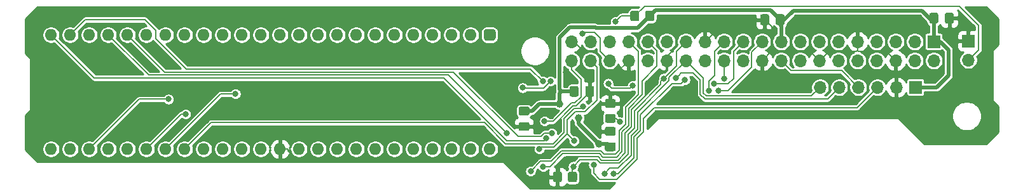
<source format=gbr>
%TF.GenerationSoftware,KiCad,Pcbnew,5.1.10-88a1d61d58~88~ubuntu18.04.1*%
%TF.CreationDate,2021-09-18T16:02:56+02:00*%
%TF.ProjectId,RGBtoHDMI Amiga Denise DIP CPLD Rev 1.1,52474274-6f48-4444-9d49-20416d696761,rev?*%
%TF.SameCoordinates,Original*%
%TF.FileFunction,Copper,L2,Bot*%
%TF.FilePolarity,Positive*%
%FSLAX46Y46*%
G04 Gerber Fmt 4.6, Leading zero omitted, Abs format (unit mm)*
G04 Created by KiCad (PCBNEW 5.1.10-88a1d61d58~88~ubuntu18.04.1) date 2021-09-18 16:02:56*
%MOMM*%
%LPD*%
G01*
G04 APERTURE LIST*
%TA.AperFunction,ComponentPad*%
%ADD10O,1.700000X1.700000*%
%TD*%
%TA.AperFunction,ComponentPad*%
%ADD11R,1.700000X1.700000*%
%TD*%
%TA.AperFunction,ComponentPad*%
%ADD12O,1.600000X1.600000*%
%TD*%
%TA.AperFunction,ViaPad*%
%ADD13C,0.800000*%
%TD*%
%TA.AperFunction,ViaPad*%
%ADD14C,1.000000*%
%TD*%
%TA.AperFunction,Conductor*%
%ADD15C,0.200000*%
%TD*%
%TA.AperFunction,Conductor*%
%ADD16C,0.350000*%
%TD*%
%TA.AperFunction,Conductor*%
%ADD17C,0.450000*%
%TD*%
%TA.AperFunction,Conductor*%
%ADD18C,0.500000*%
%TD*%
%TA.AperFunction,Conductor*%
%ADD19C,0.254000*%
%TD*%
%TA.AperFunction,Conductor*%
%ADD20C,0.100000*%
%TD*%
G04 APERTURE END LIST*
D10*
%TO.P,Button,2*%
%TO.N,/GPIO16*%
X203050000Y-87815000D03*
D11*
%TO.P,Button,1*%
%TO.N,GND*%
X203050000Y-85275000D03*
%TD*%
D12*
%TO.P,U2,48*%
%TO.N,N/C*%
X139315000Y-99695000D03*
%TO.P,U2,24*%
%TO.N,/B0*%
X80895000Y-84455000D03*
%TO.P,U2,47*%
%TO.N,N/C*%
X136775000Y-99695000D03*
%TO.P,U2,23*%
%TO.N,/R3*%
X83435000Y-84455000D03*
%TO.P,U2,46*%
%TO.N,N/C*%
X134235000Y-99695000D03*
%TO.P,U2,22*%
%TO.N,/R2*%
X85975000Y-84455000D03*
%TO.P,U2,45*%
%TO.N,N/C*%
X131695000Y-99695000D03*
%TO.P,U2,21*%
%TO.N,/R1*%
X88515000Y-84455000D03*
%TO.P,U2,44*%
%TO.N,N/C*%
X129155000Y-99695000D03*
%TO.P,U2,20*%
%TO.N,/R0*%
X91055000Y-84455000D03*
%TO.P,U2,43*%
%TO.N,N/C*%
X126615000Y-99695000D03*
%TO.P,U2,19*%
%TO.N,+5V*%
X93595000Y-84455000D03*
%TO.P,U2,42*%
%TO.N,N/C*%
X124075000Y-99695000D03*
%TO.P,U2,18*%
X96135000Y-84455000D03*
%TO.P,U2,41*%
X121535000Y-99695000D03*
%TO.P,U2,17*%
X98675000Y-84455000D03*
%TO.P,U2,40*%
X118995000Y-99695000D03*
%TO.P,U2,16*%
X101215000Y-84455000D03*
%TO.P,U2,39*%
X116455000Y-99695000D03*
%TO.P,U2,15*%
X103755000Y-84455000D03*
%TO.P,U2,38*%
X113915000Y-99695000D03*
%TO.P,U2,14*%
X106295000Y-84455000D03*
%TO.P,U2,37*%
%TO.N,GND*%
X111375000Y-99695000D03*
%TO.P,U2,13*%
%TO.N,N/C*%
X108835000Y-84455000D03*
%TO.P,U2,36*%
X108835000Y-99695000D03*
%TO.P,U2,12*%
X111375000Y-84455000D03*
%TO.P,U2,35*%
X106295000Y-99695000D03*
%TO.P,U2,11*%
X113915000Y-84455000D03*
%TO.P,U2,34*%
X103755000Y-99695000D03*
%TO.P,U2,10*%
X116455000Y-84455000D03*
%TO.P,U2,33*%
X101215000Y-99695000D03*
%TO.P,U2,9*%
X118995000Y-84455000D03*
%TO.P,U2,32*%
%TO.N,/CSYNC*%
X98675000Y-99695000D03*
%TO.P,U2,8*%
%TO.N,N/C*%
X121535000Y-84455000D03*
%TO.P,U2,31*%
%TO.N,/G3*%
X96135000Y-99695000D03*
%TO.P,U2,7*%
%TO.N,N/C*%
X124075000Y-84455000D03*
%TO.P,U2,30*%
%TO.N,/G2*%
X93595000Y-99695000D03*
%TO.P,U2,6*%
%TO.N,N/C*%
X126615000Y-84455000D03*
%TO.P,U2,29*%
%TO.N,/G1*%
X91055000Y-99695000D03*
%TO.P,U2,5*%
%TO.N,N/C*%
X129155000Y-84455000D03*
%TO.P,U2,28*%
%TO.N,/G0*%
X88515000Y-99695000D03*
%TO.P,U2,4*%
%TO.N,N/C*%
X131695000Y-84455000D03*
%TO.P,U2,27*%
%TO.N,/B3*%
X85975000Y-99695000D03*
%TO.P,U2,3*%
%TO.N,N/C*%
X134235000Y-84455000D03*
%TO.P,U2,26*%
%TO.N,/B2*%
X83435000Y-99695000D03*
%TO.P,U2,2*%
%TO.N,N/C*%
X136775000Y-84455000D03*
%TO.P,U2,25*%
%TO.N,/B1*%
X80895000Y-99695000D03*
%TO.P,U2,1*%
%TO.N,N/C*%
%TA.AperFunction,ComponentPad*%
G36*
G01*
X138915000Y-83655000D02*
X139715000Y-83655000D01*
G75*
G02*
X140115000Y-84055000I0J-400000D01*
G01*
X140115000Y-84855000D01*
G75*
G02*
X139715000Y-85255000I-400000J0D01*
G01*
X138915000Y-85255000D01*
G75*
G02*
X138515000Y-84855000I0J400000D01*
G01*
X138515000Y-84055000D01*
G75*
G02*
X138915000Y-83655000I400000J0D01*
G01*
G37*
%TD.AperFunction*%
%TD*%
D10*
%TO.P,J1,40*%
%TO.N,/GPIO21*%
X150190000Y-87900000D03*
%TO.P,J1,39*%
%TO.N,GND*%
X150190000Y-85360000D03*
%TO.P,J1,38*%
%TO.N,/GPIO20*%
X152730000Y-87900000D03*
%TO.P,J1,37*%
%TO.N,N/C*%
X152730000Y-85360000D03*
%TO.P,J1,36*%
%TO.N,/GPIO16*%
X155270000Y-87900000D03*
%TO.P,J1,35*%
%TO.N,N/C*%
X155270000Y-85360000D03*
%TO.P,J1,34*%
%TO.N,GND*%
X157810000Y-87900000D03*
%TO.P,J1,33*%
%TO.N,/GPIO13*%
X157810000Y-85360000D03*
%TO.P,J1,32*%
%TO.N,/GPIO12*%
X160350000Y-87900000D03*
%TO.P,J1,31*%
%TO.N,/GPIO6*%
X160350000Y-85360000D03*
%TO.P,J1,30*%
%TO.N,GND*%
X162890000Y-87900000D03*
%TO.P,J1,29*%
%TO.N,/GPIO5*%
X162890000Y-85360000D03*
%TO.P,J1,28*%
%TO.N,/CLKEN*%
X165430000Y-87900000D03*
%TO.P,J1,27*%
%TO.N,/GPIO0*%
X165430000Y-85360000D03*
%TO.P,J1,26*%
%TO.N,/GPIO7*%
X167970000Y-87900000D03*
%TO.P,J1,25*%
%TO.N,GND*%
X167970000Y-85360000D03*
%TO.P,J1,24*%
%TO.N,/GPIO8*%
X170510000Y-87900000D03*
%TO.P,J1,23*%
%TO.N,/GPIO11*%
X170510000Y-85360000D03*
%TO.P,J1,22*%
%TO.N,N/C*%
X173050000Y-87900000D03*
%TO.P,J1,21*%
%TO.N,/GPIO9*%
X173050000Y-85360000D03*
%TO.P,J1,20*%
%TO.N,GND*%
X175590000Y-87900000D03*
%TO.P,J1,19*%
%TO.N,/GPIO10*%
X175590000Y-85360000D03*
%TO.P,J1,18*%
%TO.N,/GPIO24*%
X178130000Y-87900000D03*
%TO.P,J1,17*%
%TO.N,+3V3*%
X178130000Y-85360000D03*
%TO.P,J1,16*%
%TO.N,/GPIO23*%
X180670000Y-87900000D03*
%TO.P,J1,15*%
%TO.N,N/C*%
X180670000Y-85360000D03*
%TO.P,J1,14*%
%TO.N,GND*%
X183210000Y-87900000D03*
%TO.P,J1,13*%
%TO.N,N/C*%
X183210000Y-85360000D03*
%TO.P,J1,12*%
%TO.N,/GPIO18*%
X185750000Y-87900000D03*
%TO.P,J1,11*%
%TO.N,/GPIO17*%
X185750000Y-85360000D03*
%TO.P,J1,10*%
%TO.N,N/C*%
X188290000Y-87900000D03*
%TO.P,J1,9*%
%TO.N,GND*%
X188290000Y-85360000D03*
%TO.P,J1,8*%
%TO.N,N/C*%
X190830000Y-87900000D03*
%TO.P,J1,7*%
%TO.N,/GPIO4*%
X190830000Y-85360000D03*
%TO.P,J1,6*%
%TO.N,GND*%
X193370000Y-87900000D03*
%TO.P,J1,5*%
%TO.N,/GPIO3*%
X193370000Y-85360000D03*
%TO.P,J1,4*%
%TO.N,+5V*%
X195910000Y-87900000D03*
%TO.P,J1,3*%
%TO.N,/GPIO2*%
X195910000Y-85360000D03*
%TO.P,J1,2*%
%TO.N,+5V*%
X198450000Y-87900000D03*
D11*
%TO.P,J1,1*%
%TO.N,+3V3*%
X198450000Y-85360000D03*
%TD*%
%TO.P,C5,2*%
%TO.N,GND*%
%TA.AperFunction,SMDPad,CuDef*%
G36*
G01*
X199940000Y-82705000D02*
X199940000Y-81755000D01*
G75*
G02*
X200190000Y-81505000I250000J0D01*
G01*
X200865000Y-81505000D01*
G75*
G02*
X201115000Y-81755000I0J-250000D01*
G01*
X201115000Y-82705000D01*
G75*
G02*
X200865000Y-82955000I-250000J0D01*
G01*
X200190000Y-82955000D01*
G75*
G02*
X199940000Y-82705000I0J250000D01*
G01*
G37*
%TD.AperFunction*%
%TO.P,C5,1*%
%TO.N,+3V3*%
%TA.AperFunction,SMDPad,CuDef*%
G36*
G01*
X197865000Y-82705000D02*
X197865000Y-81755000D01*
G75*
G02*
X198115000Y-81505000I250000J0D01*
G01*
X198790000Y-81505000D01*
G75*
G02*
X199040000Y-81755000I0J-250000D01*
G01*
X199040000Y-82705000D01*
G75*
G02*
X198790000Y-82955000I-250000J0D01*
G01*
X198115000Y-82955000D01*
G75*
G02*
X197865000Y-82705000I0J250000D01*
G01*
G37*
%TD.AperFunction*%
%TD*%
%TO.P,C1,2*%
%TO.N,GND*%
%TA.AperFunction,SMDPad,CuDef*%
G36*
G01*
X176510000Y-81955000D02*
X176510000Y-82905000D01*
G75*
G02*
X176260000Y-83155000I-250000J0D01*
G01*
X175585000Y-83155000D01*
G75*
G02*
X175335000Y-82905000I0J250000D01*
G01*
X175335000Y-81955000D01*
G75*
G02*
X175585000Y-81705000I250000J0D01*
G01*
X176260000Y-81705000D01*
G75*
G02*
X176510000Y-81955000I0J-250000D01*
G01*
G37*
%TD.AperFunction*%
%TO.P,C1,1*%
%TO.N,+3V3*%
%TA.AperFunction,SMDPad,CuDef*%
G36*
G01*
X178585000Y-81955000D02*
X178585000Y-82905000D01*
G75*
G02*
X178335000Y-83155000I-250000J0D01*
G01*
X177660000Y-83155000D01*
G75*
G02*
X177410000Y-82905000I0J250000D01*
G01*
X177410000Y-81955000D01*
G75*
G02*
X177660000Y-81705000I250000J0D01*
G01*
X178335000Y-81705000D01*
G75*
G02*
X178585000Y-81955000I0J-250000D01*
G01*
G37*
%TD.AperFunction*%
%TD*%
%TO.P,R3,2*%
%TO.N,GND*%
%TA.AperFunction,SMDPad,CuDef*%
G36*
G01*
X155830001Y-94210000D02*
X154929999Y-94210000D01*
G75*
G02*
X154680000Y-93960001I0J249999D01*
G01*
X154680000Y-93259999D01*
G75*
G02*
X154929999Y-93010000I249999J0D01*
G01*
X155830001Y-93010000D01*
G75*
G02*
X156080000Y-93259999I0J-249999D01*
G01*
X156080000Y-93960001D01*
G75*
G02*
X155830001Y-94210000I-249999J0D01*
G01*
G37*
%TD.AperFunction*%
%TO.P,R3,1*%
%TO.N,/DETECT*%
%TA.AperFunction,SMDPad,CuDef*%
G36*
G01*
X155830001Y-96210000D02*
X154929999Y-96210000D01*
G75*
G02*
X154680000Y-95960001I0J249999D01*
G01*
X154680000Y-95259999D01*
G75*
G02*
X154929999Y-95010000I249999J0D01*
G01*
X155830001Y-95010000D01*
G75*
G02*
X156080000Y-95259999I0J-249999D01*
G01*
X156080000Y-95960001D01*
G75*
G02*
X155830001Y-96210000I-249999J0D01*
G01*
G37*
%TD.AperFunction*%
%TD*%
%TO.P,R2,2*%
%TO.N,GND*%
%TA.AperFunction,SMDPad,CuDef*%
G36*
G01*
X148940000Y-102979999D02*
X148940000Y-103880001D01*
G75*
G02*
X148690001Y-104130000I-249999J0D01*
G01*
X147989999Y-104130000D01*
G75*
G02*
X147740000Y-103880001I0J249999D01*
G01*
X147740000Y-102979999D01*
G75*
G02*
X147989999Y-102730000I249999J0D01*
G01*
X148690001Y-102730000D01*
G75*
G02*
X148940000Y-102979999I0J-249999D01*
G01*
G37*
%TD.AperFunction*%
%TO.P,R2,1*%
%TO.N,/GPIO0*%
%TA.AperFunction,SMDPad,CuDef*%
G36*
G01*
X150940000Y-102979999D02*
X150940000Y-103880001D01*
G75*
G02*
X150690001Y-104130000I-249999J0D01*
G01*
X149989999Y-104130000D01*
G75*
G02*
X149740000Y-103880001I0J249999D01*
G01*
X149740000Y-102979999D01*
G75*
G02*
X149989999Y-102730000I249999J0D01*
G01*
X150690001Y-102730000D01*
G75*
G02*
X150940000Y-102979999I0J-249999D01*
G01*
G37*
%TD.AperFunction*%
%TD*%
%TO.P,R1,2*%
%TO.N,/GPIO16*%
%TA.AperFunction,SMDPad,CuDef*%
G36*
G01*
X159230000Y-81479999D02*
X159230000Y-82380001D01*
G75*
G02*
X158980001Y-82630000I-249999J0D01*
G01*
X158279999Y-82630000D01*
G75*
G02*
X158030000Y-82380001I0J249999D01*
G01*
X158030000Y-81479999D01*
G75*
G02*
X158279999Y-81230000I249999J0D01*
G01*
X158980001Y-81230000D01*
G75*
G02*
X159230000Y-81479999I0J-249999D01*
G01*
G37*
%TD.AperFunction*%
%TO.P,R1,1*%
%TO.N,+3V3*%
%TA.AperFunction,SMDPad,CuDef*%
G36*
G01*
X161230000Y-81479999D02*
X161230000Y-82380001D01*
G75*
G02*
X160980001Y-82630000I-249999J0D01*
G01*
X160279999Y-82630000D01*
G75*
G02*
X160030000Y-82380001I0J249999D01*
G01*
X160030000Y-81479999D01*
G75*
G02*
X160279999Y-81230000I249999J0D01*
G01*
X160980001Y-81230000D01*
G75*
G02*
X161230000Y-81479999I0J-249999D01*
G01*
G37*
%TD.AperFunction*%
%TD*%
%TO.P,C4,1*%
%TO.N,+3V3*%
%TA.AperFunction,SMDPad,CuDef*%
G36*
G01*
X143415000Y-94035000D02*
X144365000Y-94035000D01*
G75*
G02*
X144615000Y-94285000I0J-250000D01*
G01*
X144615000Y-94960000D01*
G75*
G02*
X144365000Y-95210000I-250000J0D01*
G01*
X143415000Y-95210000D01*
G75*
G02*
X143165000Y-94960000I0J250000D01*
G01*
X143165000Y-94285000D01*
G75*
G02*
X143415000Y-94035000I250000J0D01*
G01*
G37*
%TD.AperFunction*%
%TO.P,C4,2*%
%TO.N,GND*%
%TA.AperFunction,SMDPad,CuDef*%
G36*
G01*
X143415000Y-96110000D02*
X144365000Y-96110000D01*
G75*
G02*
X144615000Y-96360000I0J-250000D01*
G01*
X144615000Y-97035000D01*
G75*
G02*
X144365000Y-97285000I-250000J0D01*
G01*
X143415000Y-97285000D01*
G75*
G02*
X143165000Y-97035000I0J250000D01*
G01*
X143165000Y-96360000D01*
G75*
G02*
X143415000Y-96110000I250000J0D01*
G01*
G37*
%TD.AperFunction*%
%TD*%
%TO.P,C3,2*%
%TO.N,GND*%
%TA.AperFunction,SMDPad,CuDef*%
G36*
G01*
X155845000Y-97920000D02*
X154895000Y-97920000D01*
G75*
G02*
X154645000Y-97670000I0J250000D01*
G01*
X154645000Y-96995000D01*
G75*
G02*
X154895000Y-96745000I250000J0D01*
G01*
X155845000Y-96745000D01*
G75*
G02*
X156095000Y-96995000I0J-250000D01*
G01*
X156095000Y-97670000D01*
G75*
G02*
X155845000Y-97920000I-250000J0D01*
G01*
G37*
%TD.AperFunction*%
%TO.P,C3,1*%
%TO.N,+3V3*%
%TA.AperFunction,SMDPad,CuDef*%
G36*
G01*
X155845000Y-99995000D02*
X154895000Y-99995000D01*
G75*
G02*
X154645000Y-99745000I0J250000D01*
G01*
X154645000Y-99070000D01*
G75*
G02*
X154895000Y-98820000I250000J0D01*
G01*
X155845000Y-98820000D01*
G75*
G02*
X156095000Y-99070000I0J-250000D01*
G01*
X156095000Y-99745000D01*
G75*
G02*
X155845000Y-99995000I-250000J0D01*
G01*
G37*
%TD.AperFunction*%
%TD*%
%TO.P,C2,2*%
%TO.N,GND*%
%TA.AperFunction,SMDPad,CuDef*%
G36*
G01*
X152040000Y-92475000D02*
X152040000Y-91525000D01*
G75*
G02*
X152290000Y-91275000I250000J0D01*
G01*
X152965000Y-91275000D01*
G75*
G02*
X153215000Y-91525000I0J-250000D01*
G01*
X153215000Y-92475000D01*
G75*
G02*
X152965000Y-92725000I-250000J0D01*
G01*
X152290000Y-92725000D01*
G75*
G02*
X152040000Y-92475000I0J250000D01*
G01*
G37*
%TD.AperFunction*%
%TO.P,C2,1*%
%TO.N,+3V3*%
%TA.AperFunction,SMDPad,CuDef*%
G36*
G01*
X149965000Y-92475000D02*
X149965000Y-91525000D01*
G75*
G02*
X150215000Y-91275000I250000J0D01*
G01*
X150890000Y-91275000D01*
G75*
G02*
X151140000Y-91525000I0J-250000D01*
G01*
X151140000Y-92475000D01*
G75*
G02*
X150890000Y-92725000I-250000J0D01*
G01*
X150215000Y-92725000D01*
G75*
G02*
X149965000Y-92475000I0J250000D01*
G01*
G37*
%TD.AperFunction*%
%TD*%
%TO.P,JTAG Port,1*%
%TO.N,+3V3*%
X196010000Y-91460000D03*
D10*
%TO.P,JTAG Port,2*%
%TO.N,GND*%
X193470000Y-91460000D03*
%TO.P,JTAG Port,3*%
%TO.N,/GPIO20*%
X190930000Y-91460000D03*
%TO.P,JTAG Port,4*%
%TO.N,/GPIO24*%
X188390000Y-91460000D03*
%TO.P,JTAG Port,5*%
%TO.N,/GPIO0*%
X185850000Y-91460000D03*
%TO.P,JTAG Port,6*%
%TO.N,/CLKEN*%
X183310000Y-91460000D03*
%TD*%
D13*
%TO.N,GND*%
X95390000Y-87120000D03*
X92560000Y-87200000D03*
X153917900Y-97521800D03*
X147620000Y-94890000D03*
X157820000Y-92480000D03*
X153020000Y-95000000D03*
X90830000Y-97490000D03*
X86770000Y-97470000D03*
X147360000Y-88550000D03*
X196720000Y-82860000D03*
X192820000Y-83430000D03*
X194690000Y-83090000D03*
X190440000Y-83640000D03*
X149460000Y-89420000D03*
X179380000Y-86650000D03*
X175290000Y-91070000D03*
X161255000Y-90255000D03*
X149610000Y-99140000D03*
D14*
%TO.N,+3V3*%
X153897800Y-99052100D03*
X148600000Y-93680000D03*
X151129670Y-95519944D03*
D13*
%TO.N,/GPIO21*%
X146615900Y-95989000D03*
%TO.N,/GPIO20*%
X145930000Y-99720000D03*
X153150000Y-101810043D03*
X150555022Y-98624986D03*
%TO.N,/GPIO16*%
X151688100Y-84285200D03*
X156063900Y-82681300D03*
%TO.N,/GPIO13*%
X144765200Y-102672800D03*
%TO.N,/GPIO6*%
X146450000Y-102039993D03*
%TO.N,/GPIO0*%
X150435000Y-102035000D03*
X162497150Y-90267150D03*
X164110000Y-90240000D03*
%TO.N,/GPIO7*%
X155830000Y-102990000D03*
X165330015Y-90449924D03*
%TO.N,/GPIO8*%
X170510000Y-90309990D03*
%TO.N,/GPIO11*%
X168470010Y-91870000D03*
%TO.N,/GPIO9*%
X169170010Y-91010000D03*
%TO.N,/GPIO10*%
X169764100Y-91889243D03*
%TO.N,/GPIO24*%
X158369990Y-91240000D03*
X155090000Y-90940000D03*
%TO.N,/CLKEN*%
X154580018Y-103029990D03*
%TO.N,/B0*%
X146860700Y-98291200D03*
%TO.N,/R3*%
X146378200Y-90647600D03*
%TO.N,/R1*%
X141555382Y-97569718D03*
%TO.N,/R0*%
X147568000Y-97583800D03*
%TO.N,/G3*%
X147393100Y-90646700D03*
X143700000Y-91520000D03*
X105460000Y-92349979D03*
%TO.N,/G2*%
X98824500Y-95029979D03*
%TO.N,/B3*%
X96536600Y-93050300D03*
%TO.N,/DETECT*%
X156659279Y-96096838D03*
%TO.N,/CSYNC*%
X151746400Y-94008500D03*
%TD*%
D15*
%TO.N,GND*%
X154336500Y-97274800D02*
X154164900Y-97274800D01*
X154164900Y-97274800D02*
X153917900Y-97521800D01*
X155370000Y-97332500D02*
X155312300Y-97274800D01*
X155312300Y-97274800D02*
X154336500Y-97274800D01*
X188290000Y-85360000D02*
X188290000Y-86510300D01*
X184480000Y-86630000D02*
X183210000Y-87900000D01*
X188290000Y-86510300D02*
X188170300Y-86630000D01*
X188170300Y-86630000D02*
X184480000Y-86630000D01*
X188419700Y-86640000D02*
X188290000Y-86510300D01*
X193370000Y-87900000D02*
X192110000Y-86640000D01*
X192110000Y-86640000D02*
X188419700Y-86640000D01*
X176740400Y-86749600D02*
X176840000Y-86650000D01*
X181960000Y-86650000D02*
X183210000Y-87900000D01*
X176840000Y-86650000D02*
X179380000Y-86650000D01*
X150560000Y-85360000D02*
X150190000Y-85360000D01*
X152371900Y-86630000D02*
X151830000Y-86630000D01*
X151830000Y-86630000D02*
X150560000Y-85360000D01*
X156178000Y-89532000D02*
X155275400Y-89532000D01*
X157810000Y-87900000D02*
X156178000Y-89532000D01*
X153148500Y-86630000D02*
X152371900Y-86630000D01*
X154030000Y-87511500D02*
X153148500Y-86630000D01*
X154030000Y-88710000D02*
X154030000Y-87511500D01*
X155275400Y-89532000D02*
X154852000Y-89532000D01*
X154852000Y-89532000D02*
X154030000Y-88710000D01*
X151460000Y-89205800D02*
X151460000Y-87100000D01*
X151930000Y-86630000D02*
X152371900Y-86630000D01*
X152627500Y-92000000D02*
X152627500Y-90373300D01*
X151460000Y-87100000D02*
X151930000Y-86630000D01*
X152627500Y-90373300D02*
X151460000Y-89205800D01*
X167970000Y-85360000D02*
X170900000Y-82430000D01*
X176860000Y-86630000D02*
X176740400Y-86749600D01*
X175922500Y-82430000D02*
X176860000Y-83367500D01*
X176860000Y-83367500D02*
X176860000Y-86630000D01*
X203050000Y-85275000D02*
X201585800Y-85275000D01*
X200527500Y-84217500D02*
X200527500Y-82230000D01*
X203050000Y-85275000D02*
X201585000Y-85275000D01*
X201585000Y-85275000D02*
X200527500Y-84217500D01*
X162890000Y-87900000D02*
X162890000Y-87334302D01*
X162890000Y-87334302D02*
X164150000Y-86074302D01*
X164150000Y-82820000D02*
X164790000Y-82180000D01*
X164150000Y-86074302D02*
X164150000Y-82820000D01*
X174150000Y-82180000D02*
X174400000Y-82430000D01*
X164790000Y-82180000D02*
X174150000Y-82180000D01*
X170900000Y-82430000D02*
X174400000Y-82430000D01*
X174400000Y-82430000D02*
X175922500Y-82430000D01*
X141714100Y-101264100D02*
X143880000Y-103430000D01*
X113816400Y-101264100D02*
X141714100Y-101264100D01*
X143880000Y-103430000D02*
X148340000Y-103430000D01*
X111375000Y-99695000D02*
X112475300Y-99695000D01*
X112475300Y-99923000D02*
X113816400Y-101264100D01*
X112475300Y-99695000D02*
X112475300Y-99923000D01*
D16*
X162890000Y-89200000D02*
X162830000Y-89260000D01*
X162890000Y-87900000D02*
X162890000Y-89200000D01*
D15*
X148450000Y-103430000D02*
X148340000Y-103430000D01*
X176740400Y-86749600D02*
X175590000Y-87900000D01*
X153694800Y-97274800D02*
X154336500Y-97274800D01*
X153030000Y-96610000D02*
X153694800Y-97274800D01*
X153030000Y-95020000D02*
X153030000Y-96610000D01*
X155380000Y-93610000D02*
X154440000Y-93610000D01*
X154440000Y-93610000D02*
X153030000Y-95020000D01*
X179380000Y-86650000D02*
X181960000Y-86650000D01*
X154389998Y-91279998D02*
X155380000Y-92270000D01*
X155275400Y-89532000D02*
X154389998Y-90417402D01*
X155380000Y-92270000D02*
X155380000Y-93610000D01*
X154389998Y-90417402D02*
X154389998Y-91279998D01*
X152627500Y-92137100D02*
X152627500Y-92000000D01*
X150844678Y-93919921D02*
X152627500Y-92137100D01*
X143890000Y-96697500D02*
X147636712Y-96697500D01*
X150414291Y-93919921D02*
X150844678Y-93919921D01*
X147636712Y-96697500D02*
X150414291Y-93919921D01*
D17*
X148450000Y-101700000D02*
X148450000Y-103430000D01*
D15*
X149419978Y-100710022D02*
X148440000Y-101690000D01*
X153735722Y-100710022D02*
X149419978Y-100710022D01*
X154205722Y-101180022D02*
X153735722Y-100710022D01*
X157339978Y-100231422D02*
X156391378Y-101180022D01*
X157339978Y-97588622D02*
X157339978Y-100231422D01*
X162210000Y-89300000D02*
X161255000Y-90255000D01*
X162890000Y-89300000D02*
X162210000Y-89300000D01*
X160038400Y-92581600D02*
X158199967Y-94420033D01*
X156391378Y-101180022D02*
X154205722Y-101180022D01*
X160038400Y-91471600D02*
X160038400Y-92581600D01*
X158199967Y-94420033D02*
X158199967Y-96728633D01*
X158199967Y-96728633D02*
X157339978Y-97588622D01*
X161255000Y-90255000D02*
X160038400Y-91471600D01*
D18*
%TO.N,+3V3*%
X150552500Y-92000000D02*
X148851200Y-92000000D01*
X155370000Y-99407500D02*
X155014600Y-99052100D01*
X155014600Y-99052100D02*
X153897800Y-99052100D01*
X177997500Y-82430000D02*
X176761100Y-81193600D01*
X176761100Y-81193600D02*
X161366400Y-81193600D01*
X161366400Y-81193600D02*
X160630000Y-81930000D01*
X198452500Y-82230000D02*
X198452500Y-83245100D01*
X198452500Y-83245100D02*
X198450000Y-83247600D01*
X198450000Y-83247600D02*
X198450000Y-84059700D01*
X198450000Y-85360000D02*
X198450000Y-84059700D01*
X178130000Y-84059700D02*
X178130000Y-85360000D01*
X178260000Y-82380000D02*
X178130000Y-82510000D01*
X178130000Y-82510000D02*
X178130000Y-84059700D01*
X148851200Y-92000000D02*
X148600000Y-92251200D01*
X148600000Y-92251200D02*
X148600000Y-93680000D01*
X145900000Y-93680000D02*
X148600000Y-93680000D01*
X143890000Y-94622500D02*
X144957500Y-94622500D01*
X144957500Y-94622500D02*
X145900000Y-93680000D01*
X148610000Y-91758800D02*
X148851200Y-92000000D01*
X160630000Y-81930000D02*
X159014800Y-83545200D01*
X148610000Y-84810000D02*
X148610000Y-91758800D01*
X159014800Y-83545200D02*
X153483033Y-83545200D01*
X153483033Y-83545200D02*
X153372733Y-83434900D01*
X153372733Y-83434900D02*
X149985100Y-83434900D01*
X149985100Y-83434900D02*
X148610000Y-84810000D01*
X177997500Y-83067500D02*
X177997500Y-82430000D01*
X178177600Y-82802400D02*
X178177600Y-83247600D01*
X198450000Y-83247600D02*
X198450000Y-82820000D01*
X178177600Y-83247600D02*
X177997500Y-83067500D01*
X198450000Y-82820000D02*
X196850000Y-81220000D01*
X179760000Y-81220000D02*
X178177600Y-82802400D01*
X196850000Y-81220000D02*
X179760000Y-81220000D01*
X198450000Y-85360000D02*
X199300000Y-85360000D01*
X199300000Y-85360000D02*
X200410000Y-86470000D01*
X200410000Y-86470000D02*
X200410000Y-89910000D01*
X200410000Y-89910000D02*
X198840000Y-91480000D01*
X196030000Y-91480000D02*
X196010000Y-91460000D01*
X198840000Y-91480000D02*
X196030000Y-91480000D01*
X151129670Y-96283970D02*
X151129670Y-95519944D01*
X153897800Y-99052100D02*
X151129670Y-96283970D01*
D15*
%TO.N,/GPIO21*%
X150190000Y-89102081D02*
X151482100Y-90394181D01*
X151482100Y-92716400D02*
X150678589Y-93519910D01*
X150190000Y-87900000D02*
X150190000Y-89102081D01*
X147779512Y-95989000D02*
X146615900Y-95989000D01*
X150678589Y-93519910D02*
X150248602Y-93519910D01*
X151482100Y-90394181D02*
X151482100Y-92716400D01*
X150248602Y-93519910D02*
X147779512Y-95989000D01*
%TO.N,/GPIO20*%
X150745669Y-94719943D02*
X152025357Y-94719943D01*
X152025357Y-94719943D02*
X153579999Y-93165301D01*
X153579999Y-93165301D02*
X153579999Y-88749999D01*
X153579999Y-88749999D02*
X152730000Y-87900000D01*
X149636800Y-95828812D02*
X150745669Y-94719943D01*
X149636800Y-97650299D02*
X149636800Y-95828812D01*
X147867099Y-99420000D02*
X149636800Y-97650299D01*
X145930000Y-99720000D02*
X146230000Y-99420000D01*
X146230000Y-99420000D02*
X147867099Y-99420000D01*
X156221384Y-103730000D02*
X153980000Y-103730000D01*
X153150000Y-102900000D02*
X153150000Y-101810043D01*
X188230000Y-94160000D02*
X161235698Y-94160000D01*
X153980000Y-103730000D02*
X153150000Y-102900000D01*
X159800010Y-97395689D02*
X158940021Y-98255677D01*
X158940021Y-98255677D02*
X158940021Y-101011363D01*
X161235698Y-94160000D02*
X159800010Y-95595688D01*
X159800010Y-95595688D02*
X159800010Y-97395689D01*
X190930000Y-91460000D02*
X188230000Y-94160000D01*
X158940021Y-101011363D02*
X156221384Y-103730000D01*
X149636800Y-97706764D02*
X150555022Y-98624986D01*
X149636800Y-97650299D02*
X149636800Y-97706764D01*
%TO.N,/GPIO16*%
X158630000Y-81930000D02*
X156815200Y-81930000D01*
X156815200Y-81930000D02*
X156063900Y-82681300D01*
X154000000Y-86630000D02*
X155270000Y-87900000D01*
X153250000Y-84090000D02*
X154000000Y-84840000D01*
X151883300Y-84090000D02*
X153250000Y-84090000D01*
X151688100Y-84285200D02*
X151883300Y-84090000D01*
X154000000Y-84840000D02*
X154000000Y-86630000D01*
X201835010Y-80635010D02*
X159924990Y-80635010D01*
X159924990Y-80635010D02*
X158630000Y-81930000D01*
X204400000Y-83200000D02*
X201835010Y-80635010D01*
X203050000Y-87815000D02*
X204400000Y-86465000D01*
X204400000Y-86465000D02*
X204400000Y-83200000D01*
%TO.N,/GPIO13*%
X146098017Y-101339983D02*
X144765200Y-102672800D01*
X147470017Y-101339983D02*
X146098017Y-101339983D01*
X156060000Y-100380000D02*
X154551400Y-100380000D01*
X148900000Y-99910000D02*
X147470017Y-101339983D01*
X156539956Y-97257244D02*
X156539956Y-99900044D01*
X157399945Y-96397255D02*
X156539956Y-97257244D01*
X156539956Y-99900044D02*
X156060000Y-100380000D01*
X159070000Y-92418600D02*
X157399945Y-94088655D01*
X159070000Y-86620000D02*
X159070000Y-92418600D01*
X157810000Y-85360000D02*
X159070000Y-86620000D01*
X154551400Y-100380000D02*
X154081400Y-99910000D01*
X157399945Y-94088655D02*
X157399945Y-96397255D01*
X154081400Y-99910000D02*
X148900000Y-99910000D01*
%TO.N,/GPIO6*%
X159600200Y-90624100D02*
X159600200Y-92454100D01*
X154385711Y-100780011D02*
X153915711Y-100310011D01*
X157799956Y-94254344D02*
X157799956Y-96562944D01*
X159600200Y-92454100D02*
X157799956Y-94254344D01*
X156939967Y-97422933D02*
X156939967Y-100065733D01*
X149065689Y-100310011D02*
X147335707Y-102039993D01*
X161600000Y-86610000D02*
X161600000Y-88624300D01*
X147335707Y-102039993D02*
X146450000Y-102039993D01*
X157799956Y-96562944D02*
X156939967Y-97422933D01*
X156225689Y-100780011D02*
X154385711Y-100780011D01*
X160350000Y-85360000D02*
X161600000Y-86610000D01*
X153915711Y-100310011D02*
X149065689Y-100310011D01*
X161600000Y-88624300D02*
X159600200Y-90624100D01*
X156939967Y-100065733D02*
X156225689Y-100780011D01*
%TO.N,/GPIO0*%
X150137500Y-103632500D02*
X150340000Y-103430000D01*
X150340000Y-102130000D02*
X150340000Y-103430000D01*
X164160000Y-86630000D02*
X164160000Y-88604300D01*
X165430000Y-85360000D02*
X164160000Y-86630000D01*
X164160000Y-88604300D02*
X162497150Y-90267150D01*
X150435000Y-102035000D02*
X150340000Y-102130000D01*
X164509999Y-89840001D02*
X164110000Y-90240000D01*
X164800000Y-89550000D02*
X164509999Y-89840001D01*
X184300000Y-93010000D02*
X167960000Y-93010000D01*
X167960000Y-93010000D02*
X167360000Y-92410000D01*
X167360000Y-92410000D02*
X167360000Y-90480000D01*
X185850000Y-91460000D02*
X184300000Y-93010000D01*
X167360000Y-90480000D02*
X166430000Y-89550000D01*
X166430000Y-89550000D02*
X164800000Y-89550000D01*
X162097151Y-90667149D02*
X162097151Y-91097149D01*
X158599978Y-96894322D02*
X157739989Y-97754311D01*
X157739989Y-100397111D02*
X156557067Y-101580033D01*
X157739989Y-97754311D02*
X157739989Y-100397111D01*
X162497150Y-90267150D02*
X162097151Y-90667149D01*
X154040033Y-101580033D02*
X153570033Y-101110033D01*
X158599978Y-94594322D02*
X158599978Y-96894322D01*
X156557067Y-101580033D02*
X154040033Y-101580033D01*
X153570033Y-101110033D02*
X151359967Y-101110033D01*
X162097151Y-91097149D02*
X158599978Y-94594322D01*
X151359967Y-101110033D02*
X150435000Y-102035000D01*
%TO.N,/GPIO7*%
X163594313Y-90960000D02*
X164819939Y-90960000D01*
X158540011Y-100845674D02*
X158540011Y-98089989D01*
X155830000Y-102990000D02*
X156395685Y-102990000D01*
X158540011Y-98089989D02*
X159400000Y-97230000D01*
X156395685Y-102990000D02*
X158540011Y-100845674D01*
X159400000Y-97230000D02*
X159400000Y-95154313D01*
X164819939Y-90960000D02*
X165330015Y-90449924D01*
X159400000Y-95154313D02*
X163594313Y-90960000D01*
%TO.N,/GPIO8*%
X170510000Y-87900000D02*
X170510000Y-90309990D01*
%TO.N,/GPIO11*%
X168470010Y-90654305D02*
X168470010Y-91870000D01*
X169240000Y-89884315D02*
X168470010Y-90654305D01*
X169240000Y-86630000D02*
X169240000Y-89884315D01*
X170510000Y-85360000D02*
X169240000Y-86630000D01*
%TO.N,/GPIO9*%
X173050000Y-85360000D02*
X171780000Y-86630000D01*
X171780000Y-86630000D02*
X171780000Y-90300000D01*
X171780000Y-90300000D02*
X171070000Y-91010000D01*
X171070000Y-91010000D02*
X169170010Y-91010000D01*
%TO.N,/GPIO10*%
X171070757Y-91889243D02*
X169764100Y-91889243D01*
X174220000Y-88740000D02*
X171070757Y-91889243D01*
X175590000Y-85360000D02*
X174220000Y-86730000D01*
X174220000Y-86730000D02*
X174220000Y-88740000D01*
%TO.N,/GPIO24*%
X155090000Y-91170000D02*
X155090000Y-90940000D01*
X155520000Y-91600000D02*
X155090000Y-91170000D01*
X158369990Y-91240000D02*
X158009990Y-91600000D01*
X158009990Y-91600000D02*
X155520000Y-91600000D01*
X188390000Y-91460000D02*
X186160000Y-89230000D01*
X179460000Y-89230000D02*
X178130000Y-87900000D01*
X186160000Y-89230000D02*
X179460000Y-89230000D01*
%TO.N,/CLKEN*%
X168140000Y-92600000D02*
X167770000Y-92230000D01*
X182170000Y-92600000D02*
X168140000Y-92600000D01*
X167770000Y-90240000D02*
X165430000Y-87900000D01*
X183310000Y-91460000D02*
X182170000Y-92600000D01*
X167770000Y-92230000D02*
X167770000Y-90240000D01*
X155340010Y-102269998D02*
X154580018Y-103029990D01*
X156432802Y-102269998D02*
X155340010Y-102269998D01*
X158140000Y-100562800D02*
X156432802Y-102269998D01*
X163210000Y-90120000D02*
X163210000Y-90550000D01*
X165430000Y-87900000D02*
X163210000Y-90120000D01*
X163210000Y-90550000D02*
X158999989Y-94760011D01*
X158999989Y-97060011D02*
X158140000Y-97920000D01*
X158999989Y-94760011D02*
X158999989Y-97060011D01*
X158140000Y-97920000D02*
X158140000Y-100562800D01*
%TO.N,/B0*%
X80895000Y-84455000D02*
X86670011Y-90230011D01*
X146551911Y-98599989D02*
X146860700Y-98291200D01*
X138757089Y-95779989D02*
X138775689Y-95779989D01*
X86670011Y-90230011D02*
X133207111Y-90230011D01*
X138775689Y-95779989D02*
X141595689Y-98599989D01*
X141595689Y-98599989D02*
X146551911Y-98599989D01*
X133207111Y-90230011D02*
X138757089Y-95779989D01*
%TO.N,/R3*%
X144750600Y-89020000D02*
X146378200Y-90647600D01*
X85460000Y-82430000D02*
X93420000Y-82430000D01*
X94865000Y-84985000D02*
X98900000Y-89020000D01*
X93420000Y-82430000D02*
X94865000Y-83875000D01*
X83435000Y-84455000D02*
X85460000Y-82430000D01*
X94865000Y-83875000D02*
X94865000Y-84985000D01*
X98900000Y-89020000D02*
X144750600Y-89020000D01*
%TO.N,/R1*%
X133815664Y-89830000D02*
X141555382Y-97569718D01*
X93890000Y-89830000D02*
X133815664Y-89830000D01*
X88515000Y-84455000D02*
X93890000Y-89830000D01*
%TO.N,/R0*%
X134455511Y-89420011D02*
X143080700Y-98045200D01*
X146116400Y-98045200D02*
X146577800Y-97583800D01*
X91055000Y-84455000D02*
X96020011Y-89420011D01*
X146577800Y-97583800D02*
X147568000Y-97583800D01*
X96020011Y-89420011D02*
X134455511Y-89420011D01*
X143080700Y-98045200D02*
X146116400Y-98045200D01*
%TO.N,/G3*%
X147393100Y-90646700D02*
X146479800Y-91560000D01*
X146479800Y-91560000D02*
X143740000Y-91560000D01*
X143740000Y-91560000D02*
X143700000Y-91520000D01*
X103480021Y-92349979D02*
X105460000Y-92349979D01*
X96135000Y-99695000D02*
X103480021Y-92349979D01*
%TO.N,/G2*%
X93595000Y-99695000D02*
X98260021Y-95029979D01*
X98260021Y-95029979D02*
X98824500Y-95029979D01*
%TO.N,/B3*%
X92619700Y-93050300D02*
X96536600Y-93050300D01*
X85975000Y-99695000D02*
X92619700Y-93050300D01*
%TO.N,/DETECT*%
X155380000Y-95610000D02*
X156172441Y-95610000D01*
X156172441Y-95610000D02*
X156659279Y-96096838D01*
%TO.N,/CSYNC*%
X141430000Y-99000000D02*
X147721400Y-99000000D01*
X102190000Y-96180000D02*
X138610000Y-96180000D01*
X98675000Y-99695000D02*
X102190000Y-96180000D01*
X149230000Y-97491400D02*
X149230000Y-95669912D01*
X150579980Y-94319932D02*
X151434968Y-94319932D01*
X149230000Y-95669912D02*
X150579980Y-94319932D01*
X147721400Y-99000000D02*
X149230000Y-97491400D01*
X138610000Y-96180000D02*
X141430000Y-99000000D01*
X151434968Y-94319932D02*
X151746400Y-94008500D01*
%TD*%
D19*
%TO.N,GND*%
X159027890Y-80851874D02*
X158980001Y-80847157D01*
X158279999Y-80847157D01*
X158156538Y-80859317D01*
X158037821Y-80895329D01*
X157928411Y-80953810D01*
X157832512Y-81032512D01*
X157753810Y-81128411D01*
X157695329Y-81237821D01*
X157659317Y-81356538D01*
X157650210Y-81449000D01*
X156838826Y-81449000D01*
X156815200Y-81446673D01*
X156720907Y-81455960D01*
X156630238Y-81483464D01*
X156589948Y-81505000D01*
X156546678Y-81528128D01*
X156473436Y-81588236D01*
X156458375Y-81606588D01*
X156160708Y-81904256D01*
X156140822Y-81900300D01*
X155986978Y-81900300D01*
X155836091Y-81930313D01*
X155693958Y-81989187D01*
X155566041Y-82074658D01*
X155457258Y-82183441D01*
X155371787Y-82311358D01*
X155312913Y-82453491D01*
X155282900Y-82604378D01*
X155282900Y-82758222D01*
X155312913Y-82909109D01*
X155315022Y-82914200D01*
X153732909Y-82914200D01*
X153724994Y-82907704D01*
X153615375Y-82849111D01*
X153496431Y-82813030D01*
X153403731Y-82803900D01*
X153403723Y-82803900D01*
X153372733Y-82800848D01*
X153341743Y-82803900D01*
X150016087Y-82803900D01*
X149985099Y-82800848D01*
X149954111Y-82803900D01*
X149954102Y-82803900D01*
X149861402Y-82813030D01*
X149742458Y-82849111D01*
X149632839Y-82907704D01*
X149571136Y-82958343D01*
X149536757Y-82986557D01*
X149516999Y-83010632D01*
X148185737Y-84341895D01*
X148161657Y-84361657D01*
X148082804Y-84457740D01*
X148024211Y-84567359D01*
X147988130Y-84686303D01*
X147979000Y-84779003D01*
X147979000Y-84779010D01*
X147975948Y-84810000D01*
X147979000Y-84840990D01*
X147979001Y-90128100D01*
X147890959Y-90040058D01*
X147763042Y-89954587D01*
X147620909Y-89895713D01*
X147470022Y-89865700D01*
X147316178Y-89865700D01*
X147165291Y-89895713D01*
X147023158Y-89954587D01*
X146895241Y-90040058D01*
X146885200Y-90050099D01*
X146876059Y-90040958D01*
X146748142Y-89955487D01*
X146606009Y-89896613D01*
X146455122Y-89866600D01*
X146301278Y-89866600D01*
X146281392Y-89870555D01*
X145107430Y-88696594D01*
X145092364Y-88678236D01*
X145019122Y-88618128D01*
X144935561Y-88573464D01*
X144844892Y-88545960D01*
X144774226Y-88539000D01*
X144750600Y-88536673D01*
X144726974Y-88539000D01*
X99099237Y-88539000D01*
X96985126Y-86424889D01*
X143349000Y-86424889D01*
X143349000Y-86815111D01*
X143425129Y-87197836D01*
X143574461Y-87558355D01*
X143791257Y-87882814D01*
X144067186Y-88158743D01*
X144391645Y-88375539D01*
X144752164Y-88524871D01*
X145134889Y-88601000D01*
X145525111Y-88601000D01*
X145907836Y-88524871D01*
X146268355Y-88375539D01*
X146592814Y-88158743D01*
X146868743Y-87882814D01*
X147085539Y-87558355D01*
X147234871Y-87197836D01*
X147311000Y-86815111D01*
X147311000Y-86424889D01*
X147234871Y-86042164D01*
X147085539Y-85681645D01*
X146868743Y-85357186D01*
X146592814Y-85081257D01*
X146268355Y-84864461D01*
X145907836Y-84715129D01*
X145525111Y-84639000D01*
X145134889Y-84639000D01*
X144752164Y-84715129D01*
X144391645Y-84864461D01*
X144067186Y-85081257D01*
X143791257Y-85357186D01*
X143574461Y-85681645D01*
X143425129Y-86042164D01*
X143349000Y-86424889D01*
X96985126Y-86424889D01*
X96196236Y-85636000D01*
X96251318Y-85636000D01*
X96479485Y-85590614D01*
X96694413Y-85501588D01*
X96887843Y-85372342D01*
X97052342Y-85207843D01*
X97181588Y-85014413D01*
X97270614Y-84799485D01*
X97316000Y-84571318D01*
X97316000Y-84338682D01*
X97494000Y-84338682D01*
X97494000Y-84571318D01*
X97539386Y-84799485D01*
X97628412Y-85014413D01*
X97757658Y-85207843D01*
X97922157Y-85372342D01*
X98115587Y-85501588D01*
X98330515Y-85590614D01*
X98558682Y-85636000D01*
X98791318Y-85636000D01*
X99019485Y-85590614D01*
X99234413Y-85501588D01*
X99427843Y-85372342D01*
X99592342Y-85207843D01*
X99721588Y-85014413D01*
X99810614Y-84799485D01*
X99856000Y-84571318D01*
X99856000Y-84338682D01*
X100034000Y-84338682D01*
X100034000Y-84571318D01*
X100079386Y-84799485D01*
X100168412Y-85014413D01*
X100297658Y-85207843D01*
X100462157Y-85372342D01*
X100655587Y-85501588D01*
X100870515Y-85590614D01*
X101098682Y-85636000D01*
X101331318Y-85636000D01*
X101559485Y-85590614D01*
X101774413Y-85501588D01*
X101967843Y-85372342D01*
X102132342Y-85207843D01*
X102261588Y-85014413D01*
X102350614Y-84799485D01*
X102396000Y-84571318D01*
X102396000Y-84338682D01*
X102574000Y-84338682D01*
X102574000Y-84571318D01*
X102619386Y-84799485D01*
X102708412Y-85014413D01*
X102837658Y-85207843D01*
X103002157Y-85372342D01*
X103195587Y-85501588D01*
X103410515Y-85590614D01*
X103638682Y-85636000D01*
X103871318Y-85636000D01*
X104099485Y-85590614D01*
X104314413Y-85501588D01*
X104507843Y-85372342D01*
X104672342Y-85207843D01*
X104801588Y-85014413D01*
X104890614Y-84799485D01*
X104936000Y-84571318D01*
X104936000Y-84338682D01*
X105114000Y-84338682D01*
X105114000Y-84571318D01*
X105159386Y-84799485D01*
X105248412Y-85014413D01*
X105377658Y-85207843D01*
X105542157Y-85372342D01*
X105735587Y-85501588D01*
X105950515Y-85590614D01*
X106178682Y-85636000D01*
X106411318Y-85636000D01*
X106639485Y-85590614D01*
X106854413Y-85501588D01*
X107047843Y-85372342D01*
X107212342Y-85207843D01*
X107341588Y-85014413D01*
X107430614Y-84799485D01*
X107476000Y-84571318D01*
X107476000Y-84338682D01*
X107654000Y-84338682D01*
X107654000Y-84571318D01*
X107699386Y-84799485D01*
X107788412Y-85014413D01*
X107917658Y-85207843D01*
X108082157Y-85372342D01*
X108275587Y-85501588D01*
X108490515Y-85590614D01*
X108718682Y-85636000D01*
X108951318Y-85636000D01*
X109179485Y-85590614D01*
X109394413Y-85501588D01*
X109587843Y-85372342D01*
X109752342Y-85207843D01*
X109881588Y-85014413D01*
X109970614Y-84799485D01*
X110016000Y-84571318D01*
X110016000Y-84338682D01*
X110194000Y-84338682D01*
X110194000Y-84571318D01*
X110239386Y-84799485D01*
X110328412Y-85014413D01*
X110457658Y-85207843D01*
X110622157Y-85372342D01*
X110815587Y-85501588D01*
X111030515Y-85590614D01*
X111258682Y-85636000D01*
X111491318Y-85636000D01*
X111719485Y-85590614D01*
X111934413Y-85501588D01*
X112127843Y-85372342D01*
X112292342Y-85207843D01*
X112421588Y-85014413D01*
X112510614Y-84799485D01*
X112556000Y-84571318D01*
X112556000Y-84338682D01*
X112734000Y-84338682D01*
X112734000Y-84571318D01*
X112779386Y-84799485D01*
X112868412Y-85014413D01*
X112997658Y-85207843D01*
X113162157Y-85372342D01*
X113355587Y-85501588D01*
X113570515Y-85590614D01*
X113798682Y-85636000D01*
X114031318Y-85636000D01*
X114259485Y-85590614D01*
X114474413Y-85501588D01*
X114667843Y-85372342D01*
X114832342Y-85207843D01*
X114961588Y-85014413D01*
X115050614Y-84799485D01*
X115096000Y-84571318D01*
X115096000Y-84338682D01*
X115274000Y-84338682D01*
X115274000Y-84571318D01*
X115319386Y-84799485D01*
X115408412Y-85014413D01*
X115537658Y-85207843D01*
X115702157Y-85372342D01*
X115895587Y-85501588D01*
X116110515Y-85590614D01*
X116338682Y-85636000D01*
X116571318Y-85636000D01*
X116799485Y-85590614D01*
X117014413Y-85501588D01*
X117207843Y-85372342D01*
X117372342Y-85207843D01*
X117501588Y-85014413D01*
X117590614Y-84799485D01*
X117636000Y-84571318D01*
X117636000Y-84338682D01*
X117814000Y-84338682D01*
X117814000Y-84571318D01*
X117859386Y-84799485D01*
X117948412Y-85014413D01*
X118077658Y-85207843D01*
X118242157Y-85372342D01*
X118435587Y-85501588D01*
X118650515Y-85590614D01*
X118878682Y-85636000D01*
X119111318Y-85636000D01*
X119339485Y-85590614D01*
X119554413Y-85501588D01*
X119747843Y-85372342D01*
X119912342Y-85207843D01*
X120041588Y-85014413D01*
X120130614Y-84799485D01*
X120176000Y-84571318D01*
X120176000Y-84338682D01*
X120354000Y-84338682D01*
X120354000Y-84571318D01*
X120399386Y-84799485D01*
X120488412Y-85014413D01*
X120617658Y-85207843D01*
X120782157Y-85372342D01*
X120975587Y-85501588D01*
X121190515Y-85590614D01*
X121418682Y-85636000D01*
X121651318Y-85636000D01*
X121879485Y-85590614D01*
X122094413Y-85501588D01*
X122287843Y-85372342D01*
X122452342Y-85207843D01*
X122581588Y-85014413D01*
X122670614Y-84799485D01*
X122716000Y-84571318D01*
X122716000Y-84338682D01*
X122894000Y-84338682D01*
X122894000Y-84571318D01*
X122939386Y-84799485D01*
X123028412Y-85014413D01*
X123157658Y-85207843D01*
X123322157Y-85372342D01*
X123515587Y-85501588D01*
X123730515Y-85590614D01*
X123958682Y-85636000D01*
X124191318Y-85636000D01*
X124419485Y-85590614D01*
X124634413Y-85501588D01*
X124827843Y-85372342D01*
X124992342Y-85207843D01*
X125121588Y-85014413D01*
X125210614Y-84799485D01*
X125256000Y-84571318D01*
X125256000Y-84338682D01*
X125434000Y-84338682D01*
X125434000Y-84571318D01*
X125479386Y-84799485D01*
X125568412Y-85014413D01*
X125697658Y-85207843D01*
X125862157Y-85372342D01*
X126055587Y-85501588D01*
X126270515Y-85590614D01*
X126498682Y-85636000D01*
X126731318Y-85636000D01*
X126959485Y-85590614D01*
X127174413Y-85501588D01*
X127367843Y-85372342D01*
X127532342Y-85207843D01*
X127661588Y-85014413D01*
X127750614Y-84799485D01*
X127796000Y-84571318D01*
X127796000Y-84338682D01*
X127974000Y-84338682D01*
X127974000Y-84571318D01*
X128019386Y-84799485D01*
X128108412Y-85014413D01*
X128237658Y-85207843D01*
X128402157Y-85372342D01*
X128595587Y-85501588D01*
X128810515Y-85590614D01*
X129038682Y-85636000D01*
X129271318Y-85636000D01*
X129499485Y-85590614D01*
X129714413Y-85501588D01*
X129907843Y-85372342D01*
X130072342Y-85207843D01*
X130201588Y-85014413D01*
X130290614Y-84799485D01*
X130336000Y-84571318D01*
X130336000Y-84338682D01*
X130514000Y-84338682D01*
X130514000Y-84571318D01*
X130559386Y-84799485D01*
X130648412Y-85014413D01*
X130777658Y-85207843D01*
X130942157Y-85372342D01*
X131135587Y-85501588D01*
X131350515Y-85590614D01*
X131578682Y-85636000D01*
X131811318Y-85636000D01*
X132039485Y-85590614D01*
X132254413Y-85501588D01*
X132447843Y-85372342D01*
X132612342Y-85207843D01*
X132741588Y-85014413D01*
X132830614Y-84799485D01*
X132876000Y-84571318D01*
X132876000Y-84338682D01*
X133054000Y-84338682D01*
X133054000Y-84571318D01*
X133099386Y-84799485D01*
X133188412Y-85014413D01*
X133317658Y-85207843D01*
X133482157Y-85372342D01*
X133675587Y-85501588D01*
X133890515Y-85590614D01*
X134118682Y-85636000D01*
X134351318Y-85636000D01*
X134579485Y-85590614D01*
X134794413Y-85501588D01*
X134987843Y-85372342D01*
X135152342Y-85207843D01*
X135281588Y-85014413D01*
X135370614Y-84799485D01*
X135416000Y-84571318D01*
X135416000Y-84338682D01*
X135594000Y-84338682D01*
X135594000Y-84571318D01*
X135639386Y-84799485D01*
X135728412Y-85014413D01*
X135857658Y-85207843D01*
X136022157Y-85372342D01*
X136215587Y-85501588D01*
X136430515Y-85590614D01*
X136658682Y-85636000D01*
X136891318Y-85636000D01*
X137119485Y-85590614D01*
X137334413Y-85501588D01*
X137527843Y-85372342D01*
X137692342Y-85207843D01*
X137821588Y-85014413D01*
X137910614Y-84799485D01*
X137956000Y-84571318D01*
X137956000Y-84338682D01*
X137910614Y-84110515D01*
X137887619Y-84055000D01*
X138132157Y-84055000D01*
X138132157Y-84855000D01*
X138147199Y-85007725D01*
X138191747Y-85154581D01*
X138264090Y-85289924D01*
X138361446Y-85408554D01*
X138480076Y-85505910D01*
X138615419Y-85578253D01*
X138762275Y-85622801D01*
X138915000Y-85637843D01*
X139715000Y-85637843D01*
X139867725Y-85622801D01*
X140014581Y-85578253D01*
X140149924Y-85505910D01*
X140268554Y-85408554D01*
X140365910Y-85289924D01*
X140438253Y-85154581D01*
X140482801Y-85007725D01*
X140497843Y-84855000D01*
X140497843Y-84055000D01*
X140482801Y-83902275D01*
X140438253Y-83755419D01*
X140365910Y-83620076D01*
X140268554Y-83501446D01*
X140149924Y-83404090D01*
X140014581Y-83331747D01*
X139867725Y-83287199D01*
X139715000Y-83272157D01*
X138915000Y-83272157D01*
X138762275Y-83287199D01*
X138615419Y-83331747D01*
X138480076Y-83404090D01*
X138361446Y-83501446D01*
X138264090Y-83620076D01*
X138191747Y-83755419D01*
X138147199Y-83902275D01*
X138132157Y-84055000D01*
X137887619Y-84055000D01*
X137821588Y-83895587D01*
X137692342Y-83702157D01*
X137527843Y-83537658D01*
X137334413Y-83408412D01*
X137119485Y-83319386D01*
X136891318Y-83274000D01*
X136658682Y-83274000D01*
X136430515Y-83319386D01*
X136215587Y-83408412D01*
X136022157Y-83537658D01*
X135857658Y-83702157D01*
X135728412Y-83895587D01*
X135639386Y-84110515D01*
X135594000Y-84338682D01*
X135416000Y-84338682D01*
X135370614Y-84110515D01*
X135281588Y-83895587D01*
X135152342Y-83702157D01*
X134987843Y-83537658D01*
X134794413Y-83408412D01*
X134579485Y-83319386D01*
X134351318Y-83274000D01*
X134118682Y-83274000D01*
X133890515Y-83319386D01*
X133675587Y-83408412D01*
X133482157Y-83537658D01*
X133317658Y-83702157D01*
X133188412Y-83895587D01*
X133099386Y-84110515D01*
X133054000Y-84338682D01*
X132876000Y-84338682D01*
X132830614Y-84110515D01*
X132741588Y-83895587D01*
X132612342Y-83702157D01*
X132447843Y-83537658D01*
X132254413Y-83408412D01*
X132039485Y-83319386D01*
X131811318Y-83274000D01*
X131578682Y-83274000D01*
X131350515Y-83319386D01*
X131135587Y-83408412D01*
X130942157Y-83537658D01*
X130777658Y-83702157D01*
X130648412Y-83895587D01*
X130559386Y-84110515D01*
X130514000Y-84338682D01*
X130336000Y-84338682D01*
X130290614Y-84110515D01*
X130201588Y-83895587D01*
X130072342Y-83702157D01*
X129907843Y-83537658D01*
X129714413Y-83408412D01*
X129499485Y-83319386D01*
X129271318Y-83274000D01*
X129038682Y-83274000D01*
X128810515Y-83319386D01*
X128595587Y-83408412D01*
X128402157Y-83537658D01*
X128237658Y-83702157D01*
X128108412Y-83895587D01*
X128019386Y-84110515D01*
X127974000Y-84338682D01*
X127796000Y-84338682D01*
X127750614Y-84110515D01*
X127661588Y-83895587D01*
X127532342Y-83702157D01*
X127367843Y-83537658D01*
X127174413Y-83408412D01*
X126959485Y-83319386D01*
X126731318Y-83274000D01*
X126498682Y-83274000D01*
X126270515Y-83319386D01*
X126055587Y-83408412D01*
X125862157Y-83537658D01*
X125697658Y-83702157D01*
X125568412Y-83895587D01*
X125479386Y-84110515D01*
X125434000Y-84338682D01*
X125256000Y-84338682D01*
X125210614Y-84110515D01*
X125121588Y-83895587D01*
X124992342Y-83702157D01*
X124827843Y-83537658D01*
X124634413Y-83408412D01*
X124419485Y-83319386D01*
X124191318Y-83274000D01*
X123958682Y-83274000D01*
X123730515Y-83319386D01*
X123515587Y-83408412D01*
X123322157Y-83537658D01*
X123157658Y-83702157D01*
X123028412Y-83895587D01*
X122939386Y-84110515D01*
X122894000Y-84338682D01*
X122716000Y-84338682D01*
X122670614Y-84110515D01*
X122581588Y-83895587D01*
X122452342Y-83702157D01*
X122287843Y-83537658D01*
X122094413Y-83408412D01*
X121879485Y-83319386D01*
X121651318Y-83274000D01*
X121418682Y-83274000D01*
X121190515Y-83319386D01*
X120975587Y-83408412D01*
X120782157Y-83537658D01*
X120617658Y-83702157D01*
X120488412Y-83895587D01*
X120399386Y-84110515D01*
X120354000Y-84338682D01*
X120176000Y-84338682D01*
X120130614Y-84110515D01*
X120041588Y-83895587D01*
X119912342Y-83702157D01*
X119747843Y-83537658D01*
X119554413Y-83408412D01*
X119339485Y-83319386D01*
X119111318Y-83274000D01*
X118878682Y-83274000D01*
X118650515Y-83319386D01*
X118435587Y-83408412D01*
X118242157Y-83537658D01*
X118077658Y-83702157D01*
X117948412Y-83895587D01*
X117859386Y-84110515D01*
X117814000Y-84338682D01*
X117636000Y-84338682D01*
X117590614Y-84110515D01*
X117501588Y-83895587D01*
X117372342Y-83702157D01*
X117207843Y-83537658D01*
X117014413Y-83408412D01*
X116799485Y-83319386D01*
X116571318Y-83274000D01*
X116338682Y-83274000D01*
X116110515Y-83319386D01*
X115895587Y-83408412D01*
X115702157Y-83537658D01*
X115537658Y-83702157D01*
X115408412Y-83895587D01*
X115319386Y-84110515D01*
X115274000Y-84338682D01*
X115096000Y-84338682D01*
X115050614Y-84110515D01*
X114961588Y-83895587D01*
X114832342Y-83702157D01*
X114667843Y-83537658D01*
X114474413Y-83408412D01*
X114259485Y-83319386D01*
X114031318Y-83274000D01*
X113798682Y-83274000D01*
X113570515Y-83319386D01*
X113355587Y-83408412D01*
X113162157Y-83537658D01*
X112997658Y-83702157D01*
X112868412Y-83895587D01*
X112779386Y-84110515D01*
X112734000Y-84338682D01*
X112556000Y-84338682D01*
X112510614Y-84110515D01*
X112421588Y-83895587D01*
X112292342Y-83702157D01*
X112127843Y-83537658D01*
X111934413Y-83408412D01*
X111719485Y-83319386D01*
X111491318Y-83274000D01*
X111258682Y-83274000D01*
X111030515Y-83319386D01*
X110815587Y-83408412D01*
X110622157Y-83537658D01*
X110457658Y-83702157D01*
X110328412Y-83895587D01*
X110239386Y-84110515D01*
X110194000Y-84338682D01*
X110016000Y-84338682D01*
X109970614Y-84110515D01*
X109881588Y-83895587D01*
X109752342Y-83702157D01*
X109587843Y-83537658D01*
X109394413Y-83408412D01*
X109179485Y-83319386D01*
X108951318Y-83274000D01*
X108718682Y-83274000D01*
X108490515Y-83319386D01*
X108275587Y-83408412D01*
X108082157Y-83537658D01*
X107917658Y-83702157D01*
X107788412Y-83895587D01*
X107699386Y-84110515D01*
X107654000Y-84338682D01*
X107476000Y-84338682D01*
X107430614Y-84110515D01*
X107341588Y-83895587D01*
X107212342Y-83702157D01*
X107047843Y-83537658D01*
X106854413Y-83408412D01*
X106639485Y-83319386D01*
X106411318Y-83274000D01*
X106178682Y-83274000D01*
X105950515Y-83319386D01*
X105735587Y-83408412D01*
X105542157Y-83537658D01*
X105377658Y-83702157D01*
X105248412Y-83895587D01*
X105159386Y-84110515D01*
X105114000Y-84338682D01*
X104936000Y-84338682D01*
X104890614Y-84110515D01*
X104801588Y-83895587D01*
X104672342Y-83702157D01*
X104507843Y-83537658D01*
X104314413Y-83408412D01*
X104099485Y-83319386D01*
X103871318Y-83274000D01*
X103638682Y-83274000D01*
X103410515Y-83319386D01*
X103195587Y-83408412D01*
X103002157Y-83537658D01*
X102837658Y-83702157D01*
X102708412Y-83895587D01*
X102619386Y-84110515D01*
X102574000Y-84338682D01*
X102396000Y-84338682D01*
X102350614Y-84110515D01*
X102261588Y-83895587D01*
X102132342Y-83702157D01*
X101967843Y-83537658D01*
X101774413Y-83408412D01*
X101559485Y-83319386D01*
X101331318Y-83274000D01*
X101098682Y-83274000D01*
X100870515Y-83319386D01*
X100655587Y-83408412D01*
X100462157Y-83537658D01*
X100297658Y-83702157D01*
X100168412Y-83895587D01*
X100079386Y-84110515D01*
X100034000Y-84338682D01*
X99856000Y-84338682D01*
X99810614Y-84110515D01*
X99721588Y-83895587D01*
X99592342Y-83702157D01*
X99427843Y-83537658D01*
X99234413Y-83408412D01*
X99019485Y-83319386D01*
X98791318Y-83274000D01*
X98558682Y-83274000D01*
X98330515Y-83319386D01*
X98115587Y-83408412D01*
X97922157Y-83537658D01*
X97757658Y-83702157D01*
X97628412Y-83895587D01*
X97539386Y-84110515D01*
X97494000Y-84338682D01*
X97316000Y-84338682D01*
X97270614Y-84110515D01*
X97181588Y-83895587D01*
X97052342Y-83702157D01*
X96887843Y-83537658D01*
X96694413Y-83408412D01*
X96479485Y-83319386D01*
X96251318Y-83274000D01*
X96018682Y-83274000D01*
X95790515Y-83319386D01*
X95575587Y-83408412D01*
X95382157Y-83537658D01*
X95283057Y-83636758D01*
X95274140Y-83620076D01*
X95266872Y-83606478D01*
X95206764Y-83533236D01*
X95188406Y-83518170D01*
X93776830Y-82106594D01*
X93761764Y-82088236D01*
X93688522Y-82028128D01*
X93604961Y-81983464D01*
X93514292Y-81955960D01*
X93443626Y-81949000D01*
X93420000Y-81946673D01*
X93396374Y-81949000D01*
X85483615Y-81949000D01*
X85459999Y-81946674D01*
X85436383Y-81949000D01*
X85436374Y-81949000D01*
X85365708Y-81955960D01*
X85275039Y-81983464D01*
X85191478Y-82028128D01*
X85118236Y-82088236D01*
X85103175Y-82106588D01*
X83857898Y-83351866D01*
X83779485Y-83319386D01*
X83551318Y-83274000D01*
X83318682Y-83274000D01*
X83090515Y-83319386D01*
X82875587Y-83408412D01*
X82682157Y-83537658D01*
X82517658Y-83702157D01*
X82388412Y-83895587D01*
X82299386Y-84110515D01*
X82254000Y-84338682D01*
X82254000Y-84571318D01*
X82299386Y-84799485D01*
X82388412Y-85014413D01*
X82517658Y-85207843D01*
X82682157Y-85372342D01*
X82875587Y-85501588D01*
X83090515Y-85590614D01*
X83318682Y-85636000D01*
X83551318Y-85636000D01*
X83779485Y-85590614D01*
X83994413Y-85501588D01*
X84187843Y-85372342D01*
X84352342Y-85207843D01*
X84481588Y-85014413D01*
X84570614Y-84799485D01*
X84616000Y-84571318D01*
X84616000Y-84338682D01*
X84794000Y-84338682D01*
X84794000Y-84571318D01*
X84839386Y-84799485D01*
X84928412Y-85014413D01*
X85057658Y-85207843D01*
X85222157Y-85372342D01*
X85415587Y-85501588D01*
X85630515Y-85590614D01*
X85858682Y-85636000D01*
X86091318Y-85636000D01*
X86319485Y-85590614D01*
X86534413Y-85501588D01*
X86727843Y-85372342D01*
X86892342Y-85207843D01*
X87021588Y-85014413D01*
X87110614Y-84799485D01*
X87156000Y-84571318D01*
X87156000Y-84338682D01*
X87110614Y-84110515D01*
X87021588Y-83895587D01*
X86892342Y-83702157D01*
X86727843Y-83537658D01*
X86534413Y-83408412D01*
X86319485Y-83319386D01*
X86091318Y-83274000D01*
X85858682Y-83274000D01*
X85630515Y-83319386D01*
X85415587Y-83408412D01*
X85222157Y-83537658D01*
X85057658Y-83702157D01*
X84928412Y-83895587D01*
X84839386Y-84110515D01*
X84794000Y-84338682D01*
X84616000Y-84338682D01*
X84570614Y-84110515D01*
X84538134Y-84032102D01*
X85659237Y-82911000D01*
X93220764Y-82911000D01*
X93583764Y-83274000D01*
X93478682Y-83274000D01*
X93250515Y-83319386D01*
X93035587Y-83408412D01*
X92842157Y-83537658D01*
X92677658Y-83702157D01*
X92548412Y-83895587D01*
X92459386Y-84110515D01*
X92414000Y-84338682D01*
X92414000Y-84571318D01*
X92459386Y-84799485D01*
X92548412Y-85014413D01*
X92677658Y-85207843D01*
X92842157Y-85372342D01*
X93035587Y-85501588D01*
X93250515Y-85590614D01*
X93478682Y-85636000D01*
X93711318Y-85636000D01*
X93939485Y-85590614D01*
X94154413Y-85501588D01*
X94347843Y-85372342D01*
X94464722Y-85255463D01*
X94523237Y-85326764D01*
X94541589Y-85341825D01*
X98138774Y-88939011D01*
X96219248Y-88939011D01*
X92158134Y-84877898D01*
X92190614Y-84799485D01*
X92236000Y-84571318D01*
X92236000Y-84338682D01*
X92190614Y-84110515D01*
X92101588Y-83895587D01*
X91972342Y-83702157D01*
X91807843Y-83537658D01*
X91614413Y-83408412D01*
X91399485Y-83319386D01*
X91171318Y-83274000D01*
X90938682Y-83274000D01*
X90710515Y-83319386D01*
X90495587Y-83408412D01*
X90302157Y-83537658D01*
X90137658Y-83702157D01*
X90008412Y-83895587D01*
X89919386Y-84110515D01*
X89874000Y-84338682D01*
X89874000Y-84571318D01*
X89919386Y-84799485D01*
X90008412Y-85014413D01*
X90137658Y-85207843D01*
X90302157Y-85372342D01*
X90495587Y-85501588D01*
X90710515Y-85590614D01*
X90938682Y-85636000D01*
X91171318Y-85636000D01*
X91399485Y-85590614D01*
X91477898Y-85558134D01*
X95268763Y-89349000D01*
X94089237Y-89349000D01*
X89618134Y-84877898D01*
X89650614Y-84799485D01*
X89696000Y-84571318D01*
X89696000Y-84338682D01*
X89650614Y-84110515D01*
X89561588Y-83895587D01*
X89432342Y-83702157D01*
X89267843Y-83537658D01*
X89074413Y-83408412D01*
X88859485Y-83319386D01*
X88631318Y-83274000D01*
X88398682Y-83274000D01*
X88170515Y-83319386D01*
X87955587Y-83408412D01*
X87762157Y-83537658D01*
X87597658Y-83702157D01*
X87468412Y-83895587D01*
X87379386Y-84110515D01*
X87334000Y-84338682D01*
X87334000Y-84571318D01*
X87379386Y-84799485D01*
X87468412Y-85014413D01*
X87597658Y-85207843D01*
X87762157Y-85372342D01*
X87955587Y-85501588D01*
X88170515Y-85590614D01*
X88398682Y-85636000D01*
X88631318Y-85636000D01*
X88859485Y-85590614D01*
X88937898Y-85558134D01*
X93128774Y-89749011D01*
X86869248Y-89749011D01*
X81998134Y-84877898D01*
X82030614Y-84799485D01*
X82076000Y-84571318D01*
X82076000Y-84338682D01*
X82030614Y-84110515D01*
X81941588Y-83895587D01*
X81812342Y-83702157D01*
X81647843Y-83537658D01*
X81454413Y-83408412D01*
X81239485Y-83319386D01*
X81011318Y-83274000D01*
X80778682Y-83274000D01*
X80550515Y-83319386D01*
X80335587Y-83408412D01*
X80142157Y-83537658D01*
X79977658Y-83702157D01*
X79848412Y-83895587D01*
X79759386Y-84110515D01*
X79714000Y-84338682D01*
X79714000Y-84571318D01*
X79759386Y-84799485D01*
X79848412Y-85014413D01*
X79977658Y-85207843D01*
X80142157Y-85372342D01*
X80335587Y-85501588D01*
X80550515Y-85590614D01*
X80778682Y-85636000D01*
X81011318Y-85636000D01*
X81239485Y-85590614D01*
X81317898Y-85558134D01*
X86313186Y-90553423D01*
X86328247Y-90571775D01*
X86401489Y-90631883D01*
X86485050Y-90676547D01*
X86546798Y-90695278D01*
X86575718Y-90704051D01*
X86670011Y-90713338D01*
X86693637Y-90711011D01*
X133007875Y-90711011D01*
X137995863Y-95699000D01*
X102213626Y-95699000D01*
X102190000Y-95696673D01*
X102095707Y-95705960D01*
X102005038Y-95733464D01*
X101963801Y-95755506D01*
X101921478Y-95778128D01*
X101848236Y-95838236D01*
X101833175Y-95856588D01*
X99097898Y-98591866D01*
X99019485Y-98559386D01*
X98791318Y-98514000D01*
X98558682Y-98514000D01*
X98330515Y-98559386D01*
X98115587Y-98648412D01*
X97922157Y-98777658D01*
X97757658Y-98942157D01*
X97628412Y-99135587D01*
X97539386Y-99350515D01*
X97494000Y-99578682D01*
X97494000Y-99811318D01*
X97539386Y-100039485D01*
X97628412Y-100254413D01*
X97757658Y-100447843D01*
X97922157Y-100612342D01*
X98115587Y-100741588D01*
X98330515Y-100830614D01*
X98558682Y-100876000D01*
X98791318Y-100876000D01*
X99019485Y-100830614D01*
X99234413Y-100741588D01*
X99427843Y-100612342D01*
X99592342Y-100447843D01*
X99721588Y-100254413D01*
X99810614Y-100039485D01*
X99856000Y-99811318D01*
X99856000Y-99578682D01*
X100034000Y-99578682D01*
X100034000Y-99811318D01*
X100079386Y-100039485D01*
X100168412Y-100254413D01*
X100297658Y-100447843D01*
X100462157Y-100612342D01*
X100655587Y-100741588D01*
X100870515Y-100830614D01*
X101098682Y-100876000D01*
X101331318Y-100876000D01*
X101559485Y-100830614D01*
X101774413Y-100741588D01*
X101967843Y-100612342D01*
X102132342Y-100447843D01*
X102261588Y-100254413D01*
X102350614Y-100039485D01*
X102396000Y-99811318D01*
X102396000Y-99578682D01*
X102574000Y-99578682D01*
X102574000Y-99811318D01*
X102619386Y-100039485D01*
X102708412Y-100254413D01*
X102837658Y-100447843D01*
X103002157Y-100612342D01*
X103195587Y-100741588D01*
X103410515Y-100830614D01*
X103638682Y-100876000D01*
X103871318Y-100876000D01*
X104099485Y-100830614D01*
X104314413Y-100741588D01*
X104507843Y-100612342D01*
X104672342Y-100447843D01*
X104801588Y-100254413D01*
X104890614Y-100039485D01*
X104936000Y-99811318D01*
X104936000Y-99578682D01*
X105114000Y-99578682D01*
X105114000Y-99811318D01*
X105159386Y-100039485D01*
X105248412Y-100254413D01*
X105377658Y-100447843D01*
X105542157Y-100612342D01*
X105735587Y-100741588D01*
X105950515Y-100830614D01*
X106178682Y-100876000D01*
X106411318Y-100876000D01*
X106639485Y-100830614D01*
X106854413Y-100741588D01*
X107047843Y-100612342D01*
X107212342Y-100447843D01*
X107341588Y-100254413D01*
X107430614Y-100039485D01*
X107476000Y-99811318D01*
X107476000Y-99578682D01*
X107654000Y-99578682D01*
X107654000Y-99811318D01*
X107699386Y-100039485D01*
X107788412Y-100254413D01*
X107917658Y-100447843D01*
X108082157Y-100612342D01*
X108275587Y-100741588D01*
X108490515Y-100830614D01*
X108718682Y-100876000D01*
X108951318Y-100876000D01*
X109179485Y-100830614D01*
X109394413Y-100741588D01*
X109587843Y-100612342D01*
X109752342Y-100447843D01*
X109881588Y-100254413D01*
X109970614Y-100039485D01*
X110013875Y-99822002D01*
X110104375Y-99822002D01*
X109983091Y-100044040D01*
X110077930Y-100308881D01*
X110222615Y-100550131D01*
X110411586Y-100758519D01*
X110637580Y-100926037D01*
X110891913Y-101046246D01*
X111025961Y-101086904D01*
X111248000Y-100964915D01*
X111248000Y-99822000D01*
X111228000Y-99822000D01*
X111228000Y-99568000D01*
X111248000Y-99568000D01*
X111248000Y-98425085D01*
X111502000Y-98425085D01*
X111502000Y-99568000D01*
X111522000Y-99568000D01*
X111522000Y-99822000D01*
X111502000Y-99822000D01*
X111502000Y-100964915D01*
X111724039Y-101086904D01*
X111858087Y-101046246D01*
X112112420Y-100926037D01*
X112338414Y-100758519D01*
X112527385Y-100550131D01*
X112672070Y-100308881D01*
X112766909Y-100044040D01*
X112645625Y-99822002D01*
X112736125Y-99822002D01*
X112779386Y-100039485D01*
X112868412Y-100254413D01*
X112997658Y-100447843D01*
X113162157Y-100612342D01*
X113355587Y-100741588D01*
X113570515Y-100830614D01*
X113798682Y-100876000D01*
X114031318Y-100876000D01*
X114259485Y-100830614D01*
X114474413Y-100741588D01*
X114667843Y-100612342D01*
X114832342Y-100447843D01*
X114961588Y-100254413D01*
X115050614Y-100039485D01*
X115096000Y-99811318D01*
X115096000Y-99578682D01*
X115274000Y-99578682D01*
X115274000Y-99811318D01*
X115319386Y-100039485D01*
X115408412Y-100254413D01*
X115537658Y-100447843D01*
X115702157Y-100612342D01*
X115895587Y-100741588D01*
X116110515Y-100830614D01*
X116338682Y-100876000D01*
X116571318Y-100876000D01*
X116799485Y-100830614D01*
X117014413Y-100741588D01*
X117207843Y-100612342D01*
X117372342Y-100447843D01*
X117501588Y-100254413D01*
X117590614Y-100039485D01*
X117636000Y-99811318D01*
X117636000Y-99578682D01*
X117814000Y-99578682D01*
X117814000Y-99811318D01*
X117859386Y-100039485D01*
X117948412Y-100254413D01*
X118077658Y-100447843D01*
X118242157Y-100612342D01*
X118435587Y-100741588D01*
X118650515Y-100830614D01*
X118878682Y-100876000D01*
X119111318Y-100876000D01*
X119339485Y-100830614D01*
X119554413Y-100741588D01*
X119747843Y-100612342D01*
X119912342Y-100447843D01*
X120041588Y-100254413D01*
X120130614Y-100039485D01*
X120176000Y-99811318D01*
X120176000Y-99578682D01*
X120354000Y-99578682D01*
X120354000Y-99811318D01*
X120399386Y-100039485D01*
X120488412Y-100254413D01*
X120617658Y-100447843D01*
X120782157Y-100612342D01*
X120975587Y-100741588D01*
X121190515Y-100830614D01*
X121418682Y-100876000D01*
X121651318Y-100876000D01*
X121879485Y-100830614D01*
X122094413Y-100741588D01*
X122287843Y-100612342D01*
X122452342Y-100447843D01*
X122581588Y-100254413D01*
X122670614Y-100039485D01*
X122716000Y-99811318D01*
X122716000Y-99578682D01*
X122894000Y-99578682D01*
X122894000Y-99811318D01*
X122939386Y-100039485D01*
X123028412Y-100254413D01*
X123157658Y-100447843D01*
X123322157Y-100612342D01*
X123515587Y-100741588D01*
X123730515Y-100830614D01*
X123958682Y-100876000D01*
X124191318Y-100876000D01*
X124419485Y-100830614D01*
X124634413Y-100741588D01*
X124827843Y-100612342D01*
X124992342Y-100447843D01*
X125121588Y-100254413D01*
X125210614Y-100039485D01*
X125256000Y-99811318D01*
X125256000Y-99578682D01*
X125434000Y-99578682D01*
X125434000Y-99811318D01*
X125479386Y-100039485D01*
X125568412Y-100254413D01*
X125697658Y-100447843D01*
X125862157Y-100612342D01*
X126055587Y-100741588D01*
X126270515Y-100830614D01*
X126498682Y-100876000D01*
X126731318Y-100876000D01*
X126959485Y-100830614D01*
X127174413Y-100741588D01*
X127367843Y-100612342D01*
X127532342Y-100447843D01*
X127661588Y-100254413D01*
X127750614Y-100039485D01*
X127796000Y-99811318D01*
X127796000Y-99578682D01*
X127974000Y-99578682D01*
X127974000Y-99811318D01*
X128019386Y-100039485D01*
X128108412Y-100254413D01*
X128237658Y-100447843D01*
X128402157Y-100612342D01*
X128595587Y-100741588D01*
X128810515Y-100830614D01*
X129038682Y-100876000D01*
X129271318Y-100876000D01*
X129499485Y-100830614D01*
X129714413Y-100741588D01*
X129907843Y-100612342D01*
X130072342Y-100447843D01*
X130201588Y-100254413D01*
X130290614Y-100039485D01*
X130336000Y-99811318D01*
X130336000Y-99578682D01*
X130514000Y-99578682D01*
X130514000Y-99811318D01*
X130559386Y-100039485D01*
X130648412Y-100254413D01*
X130777658Y-100447843D01*
X130942157Y-100612342D01*
X131135587Y-100741588D01*
X131350515Y-100830614D01*
X131578682Y-100876000D01*
X131811318Y-100876000D01*
X132039485Y-100830614D01*
X132254413Y-100741588D01*
X132447843Y-100612342D01*
X132612342Y-100447843D01*
X132741588Y-100254413D01*
X132830614Y-100039485D01*
X132876000Y-99811318D01*
X132876000Y-99578682D01*
X133054000Y-99578682D01*
X133054000Y-99811318D01*
X133099386Y-100039485D01*
X133188412Y-100254413D01*
X133317658Y-100447843D01*
X133482157Y-100612342D01*
X133675587Y-100741588D01*
X133890515Y-100830614D01*
X134118682Y-100876000D01*
X134351318Y-100876000D01*
X134579485Y-100830614D01*
X134794413Y-100741588D01*
X134987843Y-100612342D01*
X135152342Y-100447843D01*
X135281588Y-100254413D01*
X135370614Y-100039485D01*
X135416000Y-99811318D01*
X135416000Y-99578682D01*
X135594000Y-99578682D01*
X135594000Y-99811318D01*
X135639386Y-100039485D01*
X135728412Y-100254413D01*
X135857658Y-100447843D01*
X136022157Y-100612342D01*
X136215587Y-100741588D01*
X136430515Y-100830614D01*
X136658682Y-100876000D01*
X136891318Y-100876000D01*
X137119485Y-100830614D01*
X137334413Y-100741588D01*
X137527843Y-100612342D01*
X137692342Y-100447843D01*
X137821588Y-100254413D01*
X137910614Y-100039485D01*
X137956000Y-99811318D01*
X137956000Y-99578682D01*
X138134000Y-99578682D01*
X138134000Y-99811318D01*
X138179386Y-100039485D01*
X138268412Y-100254413D01*
X138397658Y-100447843D01*
X138562157Y-100612342D01*
X138755587Y-100741588D01*
X138970515Y-100830614D01*
X139198682Y-100876000D01*
X139431318Y-100876000D01*
X139659485Y-100830614D01*
X139874413Y-100741588D01*
X140067843Y-100612342D01*
X140232342Y-100447843D01*
X140361588Y-100254413D01*
X140450614Y-100039485D01*
X140496000Y-99811318D01*
X140496000Y-99578682D01*
X140450614Y-99350515D01*
X140361588Y-99135587D01*
X140232342Y-98942157D01*
X140067843Y-98777658D01*
X139874413Y-98648412D01*
X139659485Y-98559386D01*
X139431318Y-98514000D01*
X139198682Y-98514000D01*
X138970515Y-98559386D01*
X138755587Y-98648412D01*
X138562157Y-98777658D01*
X138397658Y-98942157D01*
X138268412Y-99135587D01*
X138179386Y-99350515D01*
X138134000Y-99578682D01*
X137956000Y-99578682D01*
X137910614Y-99350515D01*
X137821588Y-99135587D01*
X137692342Y-98942157D01*
X137527843Y-98777658D01*
X137334413Y-98648412D01*
X137119485Y-98559386D01*
X136891318Y-98514000D01*
X136658682Y-98514000D01*
X136430515Y-98559386D01*
X136215587Y-98648412D01*
X136022157Y-98777658D01*
X135857658Y-98942157D01*
X135728412Y-99135587D01*
X135639386Y-99350515D01*
X135594000Y-99578682D01*
X135416000Y-99578682D01*
X135370614Y-99350515D01*
X135281588Y-99135587D01*
X135152342Y-98942157D01*
X134987843Y-98777658D01*
X134794413Y-98648412D01*
X134579485Y-98559386D01*
X134351318Y-98514000D01*
X134118682Y-98514000D01*
X133890515Y-98559386D01*
X133675587Y-98648412D01*
X133482157Y-98777658D01*
X133317658Y-98942157D01*
X133188412Y-99135587D01*
X133099386Y-99350515D01*
X133054000Y-99578682D01*
X132876000Y-99578682D01*
X132830614Y-99350515D01*
X132741588Y-99135587D01*
X132612342Y-98942157D01*
X132447843Y-98777658D01*
X132254413Y-98648412D01*
X132039485Y-98559386D01*
X131811318Y-98514000D01*
X131578682Y-98514000D01*
X131350515Y-98559386D01*
X131135587Y-98648412D01*
X130942157Y-98777658D01*
X130777658Y-98942157D01*
X130648412Y-99135587D01*
X130559386Y-99350515D01*
X130514000Y-99578682D01*
X130336000Y-99578682D01*
X130290614Y-99350515D01*
X130201588Y-99135587D01*
X130072342Y-98942157D01*
X129907843Y-98777658D01*
X129714413Y-98648412D01*
X129499485Y-98559386D01*
X129271318Y-98514000D01*
X129038682Y-98514000D01*
X128810515Y-98559386D01*
X128595587Y-98648412D01*
X128402157Y-98777658D01*
X128237658Y-98942157D01*
X128108412Y-99135587D01*
X128019386Y-99350515D01*
X127974000Y-99578682D01*
X127796000Y-99578682D01*
X127750614Y-99350515D01*
X127661588Y-99135587D01*
X127532342Y-98942157D01*
X127367843Y-98777658D01*
X127174413Y-98648412D01*
X126959485Y-98559386D01*
X126731318Y-98514000D01*
X126498682Y-98514000D01*
X126270515Y-98559386D01*
X126055587Y-98648412D01*
X125862157Y-98777658D01*
X125697658Y-98942157D01*
X125568412Y-99135587D01*
X125479386Y-99350515D01*
X125434000Y-99578682D01*
X125256000Y-99578682D01*
X125210614Y-99350515D01*
X125121588Y-99135587D01*
X124992342Y-98942157D01*
X124827843Y-98777658D01*
X124634413Y-98648412D01*
X124419485Y-98559386D01*
X124191318Y-98514000D01*
X123958682Y-98514000D01*
X123730515Y-98559386D01*
X123515587Y-98648412D01*
X123322157Y-98777658D01*
X123157658Y-98942157D01*
X123028412Y-99135587D01*
X122939386Y-99350515D01*
X122894000Y-99578682D01*
X122716000Y-99578682D01*
X122670614Y-99350515D01*
X122581588Y-99135587D01*
X122452342Y-98942157D01*
X122287843Y-98777658D01*
X122094413Y-98648412D01*
X121879485Y-98559386D01*
X121651318Y-98514000D01*
X121418682Y-98514000D01*
X121190515Y-98559386D01*
X120975587Y-98648412D01*
X120782157Y-98777658D01*
X120617658Y-98942157D01*
X120488412Y-99135587D01*
X120399386Y-99350515D01*
X120354000Y-99578682D01*
X120176000Y-99578682D01*
X120130614Y-99350515D01*
X120041588Y-99135587D01*
X119912342Y-98942157D01*
X119747843Y-98777658D01*
X119554413Y-98648412D01*
X119339485Y-98559386D01*
X119111318Y-98514000D01*
X118878682Y-98514000D01*
X118650515Y-98559386D01*
X118435587Y-98648412D01*
X118242157Y-98777658D01*
X118077658Y-98942157D01*
X117948412Y-99135587D01*
X117859386Y-99350515D01*
X117814000Y-99578682D01*
X117636000Y-99578682D01*
X117590614Y-99350515D01*
X117501588Y-99135587D01*
X117372342Y-98942157D01*
X117207843Y-98777658D01*
X117014413Y-98648412D01*
X116799485Y-98559386D01*
X116571318Y-98514000D01*
X116338682Y-98514000D01*
X116110515Y-98559386D01*
X115895587Y-98648412D01*
X115702157Y-98777658D01*
X115537658Y-98942157D01*
X115408412Y-99135587D01*
X115319386Y-99350515D01*
X115274000Y-99578682D01*
X115096000Y-99578682D01*
X115050614Y-99350515D01*
X114961588Y-99135587D01*
X114832342Y-98942157D01*
X114667843Y-98777658D01*
X114474413Y-98648412D01*
X114259485Y-98559386D01*
X114031318Y-98514000D01*
X113798682Y-98514000D01*
X113570515Y-98559386D01*
X113355587Y-98648412D01*
X113162157Y-98777658D01*
X112997658Y-98942157D01*
X112868412Y-99135587D01*
X112779386Y-99350515D01*
X112736125Y-99567998D01*
X112645625Y-99567998D01*
X112766909Y-99345960D01*
X112672070Y-99081119D01*
X112527385Y-98839869D01*
X112338414Y-98631481D01*
X112112420Y-98463963D01*
X111858087Y-98343754D01*
X111724039Y-98303096D01*
X111502000Y-98425085D01*
X111248000Y-98425085D01*
X111025961Y-98303096D01*
X110891913Y-98343754D01*
X110637580Y-98463963D01*
X110411586Y-98631481D01*
X110222615Y-98839869D01*
X110077930Y-99081119D01*
X109983091Y-99345960D01*
X110104375Y-99567998D01*
X110013875Y-99567998D01*
X109970614Y-99350515D01*
X109881588Y-99135587D01*
X109752342Y-98942157D01*
X109587843Y-98777658D01*
X109394413Y-98648412D01*
X109179485Y-98559386D01*
X108951318Y-98514000D01*
X108718682Y-98514000D01*
X108490515Y-98559386D01*
X108275587Y-98648412D01*
X108082157Y-98777658D01*
X107917658Y-98942157D01*
X107788412Y-99135587D01*
X107699386Y-99350515D01*
X107654000Y-99578682D01*
X107476000Y-99578682D01*
X107430614Y-99350515D01*
X107341588Y-99135587D01*
X107212342Y-98942157D01*
X107047843Y-98777658D01*
X106854413Y-98648412D01*
X106639485Y-98559386D01*
X106411318Y-98514000D01*
X106178682Y-98514000D01*
X105950515Y-98559386D01*
X105735587Y-98648412D01*
X105542157Y-98777658D01*
X105377658Y-98942157D01*
X105248412Y-99135587D01*
X105159386Y-99350515D01*
X105114000Y-99578682D01*
X104936000Y-99578682D01*
X104890614Y-99350515D01*
X104801588Y-99135587D01*
X104672342Y-98942157D01*
X104507843Y-98777658D01*
X104314413Y-98648412D01*
X104099485Y-98559386D01*
X103871318Y-98514000D01*
X103638682Y-98514000D01*
X103410515Y-98559386D01*
X103195587Y-98648412D01*
X103002157Y-98777658D01*
X102837658Y-98942157D01*
X102708412Y-99135587D01*
X102619386Y-99350515D01*
X102574000Y-99578682D01*
X102396000Y-99578682D01*
X102350614Y-99350515D01*
X102261588Y-99135587D01*
X102132342Y-98942157D01*
X101967843Y-98777658D01*
X101774413Y-98648412D01*
X101559485Y-98559386D01*
X101331318Y-98514000D01*
X101098682Y-98514000D01*
X100870515Y-98559386D01*
X100655587Y-98648412D01*
X100462157Y-98777658D01*
X100297658Y-98942157D01*
X100168412Y-99135587D01*
X100079386Y-99350515D01*
X100034000Y-99578682D01*
X99856000Y-99578682D01*
X99810614Y-99350515D01*
X99778134Y-99272102D01*
X102389237Y-96661000D01*
X138410764Y-96661000D01*
X141073175Y-99323412D01*
X141088236Y-99341764D01*
X141161478Y-99401872D01*
X141245039Y-99446536D01*
X141335708Y-99474040D01*
X141406374Y-99481000D01*
X141406375Y-99481000D01*
X141429999Y-99483327D01*
X141453623Y-99481000D01*
X145183649Y-99481000D01*
X145179013Y-99492191D01*
X145149000Y-99643078D01*
X145149000Y-99796922D01*
X145179013Y-99947809D01*
X145237887Y-100089942D01*
X145323358Y-100217859D01*
X145432141Y-100326642D01*
X145560058Y-100412113D01*
X145702191Y-100470987D01*
X145853078Y-100501000D01*
X146006922Y-100501000D01*
X146157809Y-100470987D01*
X146299942Y-100412113D01*
X146427859Y-100326642D01*
X146536642Y-100217859D01*
X146622113Y-100089942D01*
X146680987Y-99947809D01*
X146690298Y-99901000D01*
X147843473Y-99901000D01*
X147867099Y-99903327D01*
X147890725Y-99901000D01*
X147900422Y-99900045D01*
X147961391Y-99894040D01*
X148052060Y-99866536D01*
X148135621Y-99821872D01*
X148208863Y-99761764D01*
X148223929Y-99743406D01*
X149608568Y-98358768D01*
X149777978Y-98528178D01*
X149774022Y-98548064D01*
X149774022Y-98701908D01*
X149804035Y-98852795D01*
X149862909Y-98994928D01*
X149948380Y-99122845D01*
X150057163Y-99231628D01*
X150185080Y-99317099D01*
X150327213Y-99375973D01*
X150478100Y-99405986D01*
X150631944Y-99405986D01*
X150782831Y-99375973D01*
X150924964Y-99317099D01*
X151052881Y-99231628D01*
X151161664Y-99122845D01*
X151247135Y-98994928D01*
X151306009Y-98852795D01*
X151336022Y-98701908D01*
X151336022Y-98548064D01*
X151306009Y-98397177D01*
X151247135Y-98255044D01*
X151161664Y-98127127D01*
X151052881Y-98018344D01*
X150924964Y-97932873D01*
X150782831Y-97873999D01*
X150631944Y-97843986D01*
X150478100Y-97843986D01*
X150458214Y-97847942D01*
X150117800Y-97507528D01*
X150117800Y-96028048D01*
X150307832Y-95838016D01*
X150348938Y-95937254D01*
X150445352Y-96081549D01*
X150498670Y-96134867D01*
X150498670Y-96252980D01*
X150495618Y-96283970D01*
X150498670Y-96314960D01*
X150498670Y-96314967D01*
X150507800Y-96407667D01*
X150543881Y-96526611D01*
X150602474Y-96636230D01*
X150681327Y-96732313D01*
X150705407Y-96752075D01*
X153016800Y-99063469D01*
X153016800Y-99138871D01*
X153050656Y-99309078D01*
X153100330Y-99429000D01*
X148923623Y-99429000D01*
X148899999Y-99426673D01*
X148876375Y-99429000D01*
X148876374Y-99429000D01*
X148805708Y-99435960D01*
X148715039Y-99463464D01*
X148631478Y-99508128D01*
X148558236Y-99568236D01*
X148543175Y-99586588D01*
X147270781Y-100858983D01*
X146121643Y-100858983D01*
X146098017Y-100856656D01*
X146003724Y-100865943D01*
X145976220Y-100874287D01*
X145913056Y-100893447D01*
X145829495Y-100938111D01*
X145756253Y-100998219D01*
X145741192Y-101016571D01*
X144862008Y-101895756D01*
X144842122Y-101891800D01*
X144688278Y-101891800D01*
X144537391Y-101921813D01*
X144395258Y-101980687D01*
X144267341Y-102066158D01*
X144158558Y-102174941D01*
X144073087Y-102302858D01*
X144014213Y-102444991D01*
X143984200Y-102595878D01*
X143984200Y-102749722D01*
X144014213Y-102900609D01*
X144073087Y-103042742D01*
X144158558Y-103170659D01*
X144267341Y-103279442D01*
X144395258Y-103364913D01*
X144537391Y-103423787D01*
X144688278Y-103453800D01*
X144842122Y-103453800D01*
X144993009Y-103423787D01*
X145135142Y-103364913D01*
X145263059Y-103279442D01*
X145371842Y-103170659D01*
X145457313Y-103042742D01*
X145516187Y-102900609D01*
X145546200Y-102749722D01*
X145546200Y-102595878D01*
X145542244Y-102575992D01*
X145743364Y-102374873D01*
X145757887Y-102409935D01*
X145843358Y-102537852D01*
X145952141Y-102646635D01*
X146080058Y-102732106D01*
X146222191Y-102790980D01*
X146373078Y-102820993D01*
X146526922Y-102820993D01*
X146677809Y-102790980D01*
X146819942Y-102732106D01*
X146947859Y-102646635D01*
X147056642Y-102537852D01*
X147067907Y-102520993D01*
X147139828Y-102520993D01*
X147114188Y-102605518D01*
X147101928Y-102730000D01*
X147105000Y-103144250D01*
X147263750Y-103303000D01*
X148213000Y-103303000D01*
X148213000Y-102253750D01*
X148054250Y-102095000D01*
X147961840Y-102094097D01*
X149264926Y-100791011D01*
X150998752Y-100791011D01*
X150531808Y-101257956D01*
X150511922Y-101254000D01*
X150358078Y-101254000D01*
X150207191Y-101284013D01*
X150065058Y-101342887D01*
X149937141Y-101428358D01*
X149828358Y-101537141D01*
X149742887Y-101665058D01*
X149684013Y-101807191D01*
X149654000Y-101958078D01*
X149654000Y-102111922D01*
X149684013Y-102262809D01*
X149740521Y-102399231D01*
X149638411Y-102453810D01*
X149543436Y-102531754D01*
X149529502Y-102485820D01*
X149470537Y-102375506D01*
X149391185Y-102278815D01*
X149294494Y-102199463D01*
X149184180Y-102140498D01*
X149064482Y-102104188D01*
X148940000Y-102091928D01*
X148625750Y-102095000D01*
X148467000Y-102253750D01*
X148467000Y-103303000D01*
X148487000Y-103303000D01*
X148487000Y-103557000D01*
X148467000Y-103557000D01*
X148467000Y-104606250D01*
X148625750Y-104765000D01*
X148940000Y-104768072D01*
X149064482Y-104755812D01*
X149184180Y-104719502D01*
X149294494Y-104660537D01*
X149391185Y-104581185D01*
X149470537Y-104484494D01*
X149529502Y-104374180D01*
X149543436Y-104328246D01*
X149638411Y-104406190D01*
X149747821Y-104464671D01*
X149866538Y-104500683D01*
X149989999Y-104512843D01*
X150690001Y-104512843D01*
X150813462Y-104500683D01*
X150932179Y-104464671D01*
X151041589Y-104406190D01*
X151137488Y-104327488D01*
X151216190Y-104231589D01*
X151274671Y-104122179D01*
X151310683Y-104003462D01*
X151322843Y-103880001D01*
X151322843Y-102979999D01*
X151310683Y-102856538D01*
X151274671Y-102737821D01*
X151216190Y-102628411D01*
X151137488Y-102532512D01*
X151075736Y-102481834D01*
X151127113Y-102404942D01*
X151185987Y-102262809D01*
X151216000Y-102111922D01*
X151216000Y-101958078D01*
X151212044Y-101938192D01*
X151559204Y-101591033D01*
X152397263Y-101591033D01*
X152369000Y-101733121D01*
X152369000Y-101886965D01*
X152399013Y-102037852D01*
X152457887Y-102179985D01*
X152543358Y-102307902D01*
X152652141Y-102416685D01*
X152669000Y-102427950D01*
X152669000Y-102876373D01*
X152666673Y-102900000D01*
X152669000Y-102923625D01*
X152675960Y-102994291D01*
X152703464Y-103084960D01*
X152748128Y-103168522D01*
X152808236Y-103241764D01*
X152826594Y-103256830D01*
X153623174Y-104053411D01*
X153638236Y-104071764D01*
X153711478Y-104131872D01*
X153795039Y-104176536D01*
X153885708Y-104204040D01*
X153956374Y-104211000D01*
X153956375Y-104211000D01*
X153979999Y-104213327D01*
X154003623Y-104211000D01*
X155984831Y-104211000D01*
X155231831Y-104964000D01*
X144698170Y-104964000D01*
X143864170Y-104130000D01*
X147101928Y-104130000D01*
X147114188Y-104254482D01*
X147150498Y-104374180D01*
X147209463Y-104484494D01*
X147288815Y-104581185D01*
X147385506Y-104660537D01*
X147495820Y-104719502D01*
X147615518Y-104755812D01*
X147740000Y-104768072D01*
X148054250Y-104765000D01*
X148213000Y-104606250D01*
X148213000Y-103557000D01*
X147263750Y-103557000D01*
X147105000Y-103715750D01*
X147101928Y-104130000D01*
X143864170Y-104130000D01*
X141221193Y-101487024D01*
X141208474Y-101471526D01*
X141146653Y-101420790D01*
X141076121Y-101383090D01*
X140999590Y-101359875D01*
X140939941Y-101354000D01*
X140939933Y-101354000D01*
X140920000Y-101352037D01*
X140900067Y-101354000D01*
X79058170Y-101354000D01*
X77476000Y-99771831D01*
X77476000Y-99578682D01*
X79714000Y-99578682D01*
X79714000Y-99811318D01*
X79759386Y-100039485D01*
X79848412Y-100254413D01*
X79977658Y-100447843D01*
X80142157Y-100612342D01*
X80335587Y-100741588D01*
X80550515Y-100830614D01*
X80778682Y-100876000D01*
X81011318Y-100876000D01*
X81239485Y-100830614D01*
X81454413Y-100741588D01*
X81647843Y-100612342D01*
X81812342Y-100447843D01*
X81941588Y-100254413D01*
X82030614Y-100039485D01*
X82076000Y-99811318D01*
X82076000Y-99578682D01*
X82254000Y-99578682D01*
X82254000Y-99811318D01*
X82299386Y-100039485D01*
X82388412Y-100254413D01*
X82517658Y-100447843D01*
X82682157Y-100612342D01*
X82875587Y-100741588D01*
X83090515Y-100830614D01*
X83318682Y-100876000D01*
X83551318Y-100876000D01*
X83779485Y-100830614D01*
X83994413Y-100741588D01*
X84187843Y-100612342D01*
X84352342Y-100447843D01*
X84481588Y-100254413D01*
X84570614Y-100039485D01*
X84616000Y-99811318D01*
X84616000Y-99578682D01*
X84794000Y-99578682D01*
X84794000Y-99811318D01*
X84839386Y-100039485D01*
X84928412Y-100254413D01*
X85057658Y-100447843D01*
X85222157Y-100612342D01*
X85415587Y-100741588D01*
X85630515Y-100830614D01*
X85858682Y-100876000D01*
X86091318Y-100876000D01*
X86319485Y-100830614D01*
X86534413Y-100741588D01*
X86727843Y-100612342D01*
X86892342Y-100447843D01*
X87021588Y-100254413D01*
X87110614Y-100039485D01*
X87156000Y-99811318D01*
X87156000Y-99578682D01*
X87334000Y-99578682D01*
X87334000Y-99811318D01*
X87379386Y-100039485D01*
X87468412Y-100254413D01*
X87597658Y-100447843D01*
X87762157Y-100612342D01*
X87955587Y-100741588D01*
X88170515Y-100830614D01*
X88398682Y-100876000D01*
X88631318Y-100876000D01*
X88859485Y-100830614D01*
X89074413Y-100741588D01*
X89267843Y-100612342D01*
X89432342Y-100447843D01*
X89561588Y-100254413D01*
X89650614Y-100039485D01*
X89696000Y-99811318D01*
X89696000Y-99578682D01*
X89874000Y-99578682D01*
X89874000Y-99811318D01*
X89919386Y-100039485D01*
X90008412Y-100254413D01*
X90137658Y-100447843D01*
X90302157Y-100612342D01*
X90495587Y-100741588D01*
X90710515Y-100830614D01*
X90938682Y-100876000D01*
X91171318Y-100876000D01*
X91399485Y-100830614D01*
X91614413Y-100741588D01*
X91807843Y-100612342D01*
X91972342Y-100447843D01*
X92101588Y-100254413D01*
X92190614Y-100039485D01*
X92236000Y-99811318D01*
X92236000Y-99578682D01*
X92414000Y-99578682D01*
X92414000Y-99811318D01*
X92459386Y-100039485D01*
X92548412Y-100254413D01*
X92677658Y-100447843D01*
X92842157Y-100612342D01*
X93035587Y-100741588D01*
X93250515Y-100830614D01*
X93478682Y-100876000D01*
X93711318Y-100876000D01*
X93939485Y-100830614D01*
X94154413Y-100741588D01*
X94347843Y-100612342D01*
X94512342Y-100447843D01*
X94641588Y-100254413D01*
X94730614Y-100039485D01*
X94776000Y-99811318D01*
X94776000Y-99578682D01*
X94954000Y-99578682D01*
X94954000Y-99811318D01*
X94999386Y-100039485D01*
X95088412Y-100254413D01*
X95217658Y-100447843D01*
X95382157Y-100612342D01*
X95575587Y-100741588D01*
X95790515Y-100830614D01*
X96018682Y-100876000D01*
X96251318Y-100876000D01*
X96479485Y-100830614D01*
X96694413Y-100741588D01*
X96887843Y-100612342D01*
X97052342Y-100447843D01*
X97181588Y-100254413D01*
X97270614Y-100039485D01*
X97316000Y-99811318D01*
X97316000Y-99578682D01*
X97270614Y-99350515D01*
X97238134Y-99272102D01*
X103679258Y-92830979D01*
X104842093Y-92830979D01*
X104853358Y-92847838D01*
X104962141Y-92956621D01*
X105090058Y-93042092D01*
X105232191Y-93100966D01*
X105383078Y-93130979D01*
X105536922Y-93130979D01*
X105687809Y-93100966D01*
X105829942Y-93042092D01*
X105957859Y-92956621D01*
X106066642Y-92847838D01*
X106152113Y-92719921D01*
X106210987Y-92577788D01*
X106241000Y-92426901D01*
X106241000Y-92273057D01*
X106210987Y-92122170D01*
X106152113Y-91980037D01*
X106066642Y-91852120D01*
X105957859Y-91743337D01*
X105829942Y-91657866D01*
X105687809Y-91598992D01*
X105536922Y-91568979D01*
X105383078Y-91568979D01*
X105232191Y-91598992D01*
X105090058Y-91657866D01*
X104962141Y-91743337D01*
X104853358Y-91852120D01*
X104842093Y-91868979D01*
X103503644Y-91868979D01*
X103480020Y-91866652D01*
X103456396Y-91868979D01*
X103456395Y-91868979D01*
X103385729Y-91875939D01*
X103295060Y-91903443D01*
X103211499Y-91948107D01*
X103138257Y-92008215D01*
X103123196Y-92026567D01*
X96557898Y-98591866D01*
X96479485Y-98559386D01*
X96251318Y-98514000D01*
X96018682Y-98514000D01*
X95790515Y-98559386D01*
X95575587Y-98648412D01*
X95382157Y-98777658D01*
X95217658Y-98942157D01*
X95088412Y-99135587D01*
X94999386Y-99350515D01*
X94954000Y-99578682D01*
X94776000Y-99578682D01*
X94730614Y-99350515D01*
X94698134Y-99272102D01*
X98330822Y-95639415D01*
X98454558Y-95722092D01*
X98596691Y-95780966D01*
X98747578Y-95810979D01*
X98901422Y-95810979D01*
X99052309Y-95780966D01*
X99194442Y-95722092D01*
X99322359Y-95636621D01*
X99431142Y-95527838D01*
X99516613Y-95399921D01*
X99575487Y-95257788D01*
X99605500Y-95106901D01*
X99605500Y-94953057D01*
X99575487Y-94802170D01*
X99516613Y-94660037D01*
X99431142Y-94532120D01*
X99322359Y-94423337D01*
X99194442Y-94337866D01*
X99052309Y-94278992D01*
X98901422Y-94248979D01*
X98747578Y-94248979D01*
X98596691Y-94278992D01*
X98454558Y-94337866D01*
X98326641Y-94423337D01*
X98217858Y-94532120D01*
X98204494Y-94552121D01*
X98165728Y-94555939D01*
X98146170Y-94561872D01*
X98075060Y-94583443D01*
X97991499Y-94628107D01*
X97918257Y-94688215D01*
X97903196Y-94706567D01*
X94017898Y-98591866D01*
X93939485Y-98559386D01*
X93711318Y-98514000D01*
X93478682Y-98514000D01*
X93250515Y-98559386D01*
X93035587Y-98648412D01*
X92842157Y-98777658D01*
X92677658Y-98942157D01*
X92548412Y-99135587D01*
X92459386Y-99350515D01*
X92414000Y-99578682D01*
X92236000Y-99578682D01*
X92190614Y-99350515D01*
X92101588Y-99135587D01*
X91972342Y-98942157D01*
X91807843Y-98777658D01*
X91614413Y-98648412D01*
X91399485Y-98559386D01*
X91171318Y-98514000D01*
X90938682Y-98514000D01*
X90710515Y-98559386D01*
X90495587Y-98648412D01*
X90302157Y-98777658D01*
X90137658Y-98942157D01*
X90008412Y-99135587D01*
X89919386Y-99350515D01*
X89874000Y-99578682D01*
X89696000Y-99578682D01*
X89650614Y-99350515D01*
X89561588Y-99135587D01*
X89432342Y-98942157D01*
X89267843Y-98777658D01*
X89074413Y-98648412D01*
X88859485Y-98559386D01*
X88631318Y-98514000D01*
X88398682Y-98514000D01*
X88170515Y-98559386D01*
X87955587Y-98648412D01*
X87762157Y-98777658D01*
X87597658Y-98942157D01*
X87468412Y-99135587D01*
X87379386Y-99350515D01*
X87334000Y-99578682D01*
X87156000Y-99578682D01*
X87110614Y-99350515D01*
X87078134Y-99272102D01*
X92818937Y-93531300D01*
X95918693Y-93531300D01*
X95929958Y-93548159D01*
X96038741Y-93656942D01*
X96166658Y-93742413D01*
X96308791Y-93801287D01*
X96459678Y-93831300D01*
X96613522Y-93831300D01*
X96764409Y-93801287D01*
X96906542Y-93742413D01*
X97034459Y-93656942D01*
X97143242Y-93548159D01*
X97228713Y-93420242D01*
X97287587Y-93278109D01*
X97317600Y-93127222D01*
X97317600Y-92973378D01*
X97287587Y-92822491D01*
X97228713Y-92680358D01*
X97143242Y-92552441D01*
X97034459Y-92443658D01*
X96906542Y-92358187D01*
X96764409Y-92299313D01*
X96613522Y-92269300D01*
X96459678Y-92269300D01*
X96308791Y-92299313D01*
X96166658Y-92358187D01*
X96038741Y-92443658D01*
X95929958Y-92552441D01*
X95918693Y-92569300D01*
X92643326Y-92569300D01*
X92619700Y-92566973D01*
X92525407Y-92576260D01*
X92497903Y-92584604D01*
X92434739Y-92603764D01*
X92351178Y-92648428D01*
X92277936Y-92708536D01*
X92262875Y-92726888D01*
X86397898Y-98591866D01*
X86319485Y-98559386D01*
X86091318Y-98514000D01*
X85858682Y-98514000D01*
X85630515Y-98559386D01*
X85415587Y-98648412D01*
X85222157Y-98777658D01*
X85057658Y-98942157D01*
X84928412Y-99135587D01*
X84839386Y-99350515D01*
X84794000Y-99578682D01*
X84616000Y-99578682D01*
X84570614Y-99350515D01*
X84481588Y-99135587D01*
X84352342Y-98942157D01*
X84187843Y-98777658D01*
X83994413Y-98648412D01*
X83779485Y-98559386D01*
X83551318Y-98514000D01*
X83318682Y-98514000D01*
X83090515Y-98559386D01*
X82875587Y-98648412D01*
X82682157Y-98777658D01*
X82517658Y-98942157D01*
X82388412Y-99135587D01*
X82299386Y-99350515D01*
X82254000Y-99578682D01*
X82076000Y-99578682D01*
X82030614Y-99350515D01*
X81941588Y-99135587D01*
X81812342Y-98942157D01*
X81647843Y-98777658D01*
X81454413Y-98648412D01*
X81239485Y-98559386D01*
X81011318Y-98514000D01*
X80778682Y-98514000D01*
X80550515Y-98559386D01*
X80335587Y-98648412D01*
X80142157Y-98777658D01*
X79977658Y-98942157D01*
X79848412Y-99135587D01*
X79759386Y-99350515D01*
X79714000Y-99578682D01*
X77476000Y-99578682D01*
X77476000Y-95178169D01*
X78072981Y-94581189D01*
X78088474Y-94568474D01*
X78139210Y-94506653D01*
X78176910Y-94436121D01*
X78200125Y-94359590D01*
X78206000Y-94299941D01*
X78206000Y-94299933D01*
X78207963Y-94280000D01*
X78206000Y-94260067D01*
X78206000Y-87829933D01*
X78207963Y-87810000D01*
X78206000Y-87790067D01*
X78206000Y-87790059D01*
X78200125Y-87730410D01*
X78176910Y-87653879D01*
X78139210Y-87583347D01*
X78088474Y-87521526D01*
X78072982Y-87508812D01*
X77476000Y-86911831D01*
X77476000Y-82318169D01*
X79078170Y-80716000D01*
X159163763Y-80716000D01*
X159027890Y-80851874D01*
%TA.AperFunction,Conductor*%
D20*
G36*
X159027890Y-80851874D02*
G01*
X158980001Y-80847157D01*
X158279999Y-80847157D01*
X158156538Y-80859317D01*
X158037821Y-80895329D01*
X157928411Y-80953810D01*
X157832512Y-81032512D01*
X157753810Y-81128411D01*
X157695329Y-81237821D01*
X157659317Y-81356538D01*
X157650210Y-81449000D01*
X156838826Y-81449000D01*
X156815200Y-81446673D01*
X156720907Y-81455960D01*
X156630238Y-81483464D01*
X156589948Y-81505000D01*
X156546678Y-81528128D01*
X156473436Y-81588236D01*
X156458375Y-81606588D01*
X156160708Y-81904256D01*
X156140822Y-81900300D01*
X155986978Y-81900300D01*
X155836091Y-81930313D01*
X155693958Y-81989187D01*
X155566041Y-82074658D01*
X155457258Y-82183441D01*
X155371787Y-82311358D01*
X155312913Y-82453491D01*
X155282900Y-82604378D01*
X155282900Y-82758222D01*
X155312913Y-82909109D01*
X155315022Y-82914200D01*
X153732909Y-82914200D01*
X153724994Y-82907704D01*
X153615375Y-82849111D01*
X153496431Y-82813030D01*
X153403731Y-82803900D01*
X153403723Y-82803900D01*
X153372733Y-82800848D01*
X153341743Y-82803900D01*
X150016087Y-82803900D01*
X149985099Y-82800848D01*
X149954111Y-82803900D01*
X149954102Y-82803900D01*
X149861402Y-82813030D01*
X149742458Y-82849111D01*
X149632839Y-82907704D01*
X149571136Y-82958343D01*
X149536757Y-82986557D01*
X149516999Y-83010632D01*
X148185737Y-84341895D01*
X148161657Y-84361657D01*
X148082804Y-84457740D01*
X148024211Y-84567359D01*
X147988130Y-84686303D01*
X147979000Y-84779003D01*
X147979000Y-84779010D01*
X147975948Y-84810000D01*
X147979000Y-84840990D01*
X147979001Y-90128100D01*
X147890959Y-90040058D01*
X147763042Y-89954587D01*
X147620909Y-89895713D01*
X147470022Y-89865700D01*
X147316178Y-89865700D01*
X147165291Y-89895713D01*
X147023158Y-89954587D01*
X146895241Y-90040058D01*
X146885200Y-90050099D01*
X146876059Y-90040958D01*
X146748142Y-89955487D01*
X146606009Y-89896613D01*
X146455122Y-89866600D01*
X146301278Y-89866600D01*
X146281392Y-89870555D01*
X145107430Y-88696594D01*
X145092364Y-88678236D01*
X145019122Y-88618128D01*
X144935561Y-88573464D01*
X144844892Y-88545960D01*
X144774226Y-88539000D01*
X144750600Y-88536673D01*
X144726974Y-88539000D01*
X99099237Y-88539000D01*
X96985126Y-86424889D01*
X143349000Y-86424889D01*
X143349000Y-86815111D01*
X143425129Y-87197836D01*
X143574461Y-87558355D01*
X143791257Y-87882814D01*
X144067186Y-88158743D01*
X144391645Y-88375539D01*
X144752164Y-88524871D01*
X145134889Y-88601000D01*
X145525111Y-88601000D01*
X145907836Y-88524871D01*
X146268355Y-88375539D01*
X146592814Y-88158743D01*
X146868743Y-87882814D01*
X147085539Y-87558355D01*
X147234871Y-87197836D01*
X147311000Y-86815111D01*
X147311000Y-86424889D01*
X147234871Y-86042164D01*
X147085539Y-85681645D01*
X146868743Y-85357186D01*
X146592814Y-85081257D01*
X146268355Y-84864461D01*
X145907836Y-84715129D01*
X145525111Y-84639000D01*
X145134889Y-84639000D01*
X144752164Y-84715129D01*
X144391645Y-84864461D01*
X144067186Y-85081257D01*
X143791257Y-85357186D01*
X143574461Y-85681645D01*
X143425129Y-86042164D01*
X143349000Y-86424889D01*
X96985126Y-86424889D01*
X96196236Y-85636000D01*
X96251318Y-85636000D01*
X96479485Y-85590614D01*
X96694413Y-85501588D01*
X96887843Y-85372342D01*
X97052342Y-85207843D01*
X97181588Y-85014413D01*
X97270614Y-84799485D01*
X97316000Y-84571318D01*
X97316000Y-84338682D01*
X97494000Y-84338682D01*
X97494000Y-84571318D01*
X97539386Y-84799485D01*
X97628412Y-85014413D01*
X97757658Y-85207843D01*
X97922157Y-85372342D01*
X98115587Y-85501588D01*
X98330515Y-85590614D01*
X98558682Y-85636000D01*
X98791318Y-85636000D01*
X99019485Y-85590614D01*
X99234413Y-85501588D01*
X99427843Y-85372342D01*
X99592342Y-85207843D01*
X99721588Y-85014413D01*
X99810614Y-84799485D01*
X99856000Y-84571318D01*
X99856000Y-84338682D01*
X100034000Y-84338682D01*
X100034000Y-84571318D01*
X100079386Y-84799485D01*
X100168412Y-85014413D01*
X100297658Y-85207843D01*
X100462157Y-85372342D01*
X100655587Y-85501588D01*
X100870515Y-85590614D01*
X101098682Y-85636000D01*
X101331318Y-85636000D01*
X101559485Y-85590614D01*
X101774413Y-85501588D01*
X101967843Y-85372342D01*
X102132342Y-85207843D01*
X102261588Y-85014413D01*
X102350614Y-84799485D01*
X102396000Y-84571318D01*
X102396000Y-84338682D01*
X102574000Y-84338682D01*
X102574000Y-84571318D01*
X102619386Y-84799485D01*
X102708412Y-85014413D01*
X102837658Y-85207843D01*
X103002157Y-85372342D01*
X103195587Y-85501588D01*
X103410515Y-85590614D01*
X103638682Y-85636000D01*
X103871318Y-85636000D01*
X104099485Y-85590614D01*
X104314413Y-85501588D01*
X104507843Y-85372342D01*
X104672342Y-85207843D01*
X104801588Y-85014413D01*
X104890614Y-84799485D01*
X104936000Y-84571318D01*
X104936000Y-84338682D01*
X105114000Y-84338682D01*
X105114000Y-84571318D01*
X105159386Y-84799485D01*
X105248412Y-85014413D01*
X105377658Y-85207843D01*
X105542157Y-85372342D01*
X105735587Y-85501588D01*
X105950515Y-85590614D01*
X106178682Y-85636000D01*
X106411318Y-85636000D01*
X106639485Y-85590614D01*
X106854413Y-85501588D01*
X107047843Y-85372342D01*
X107212342Y-85207843D01*
X107341588Y-85014413D01*
X107430614Y-84799485D01*
X107476000Y-84571318D01*
X107476000Y-84338682D01*
X107654000Y-84338682D01*
X107654000Y-84571318D01*
X107699386Y-84799485D01*
X107788412Y-85014413D01*
X107917658Y-85207843D01*
X108082157Y-85372342D01*
X108275587Y-85501588D01*
X108490515Y-85590614D01*
X108718682Y-85636000D01*
X108951318Y-85636000D01*
X109179485Y-85590614D01*
X109394413Y-85501588D01*
X109587843Y-85372342D01*
X109752342Y-85207843D01*
X109881588Y-85014413D01*
X109970614Y-84799485D01*
X110016000Y-84571318D01*
X110016000Y-84338682D01*
X110194000Y-84338682D01*
X110194000Y-84571318D01*
X110239386Y-84799485D01*
X110328412Y-85014413D01*
X110457658Y-85207843D01*
X110622157Y-85372342D01*
X110815587Y-85501588D01*
X111030515Y-85590614D01*
X111258682Y-85636000D01*
X111491318Y-85636000D01*
X111719485Y-85590614D01*
X111934413Y-85501588D01*
X112127843Y-85372342D01*
X112292342Y-85207843D01*
X112421588Y-85014413D01*
X112510614Y-84799485D01*
X112556000Y-84571318D01*
X112556000Y-84338682D01*
X112734000Y-84338682D01*
X112734000Y-84571318D01*
X112779386Y-84799485D01*
X112868412Y-85014413D01*
X112997658Y-85207843D01*
X113162157Y-85372342D01*
X113355587Y-85501588D01*
X113570515Y-85590614D01*
X113798682Y-85636000D01*
X114031318Y-85636000D01*
X114259485Y-85590614D01*
X114474413Y-85501588D01*
X114667843Y-85372342D01*
X114832342Y-85207843D01*
X114961588Y-85014413D01*
X115050614Y-84799485D01*
X115096000Y-84571318D01*
X115096000Y-84338682D01*
X115274000Y-84338682D01*
X115274000Y-84571318D01*
X115319386Y-84799485D01*
X115408412Y-85014413D01*
X115537658Y-85207843D01*
X115702157Y-85372342D01*
X115895587Y-85501588D01*
X116110515Y-85590614D01*
X116338682Y-85636000D01*
X116571318Y-85636000D01*
X116799485Y-85590614D01*
X117014413Y-85501588D01*
X117207843Y-85372342D01*
X117372342Y-85207843D01*
X117501588Y-85014413D01*
X117590614Y-84799485D01*
X117636000Y-84571318D01*
X117636000Y-84338682D01*
X117814000Y-84338682D01*
X117814000Y-84571318D01*
X117859386Y-84799485D01*
X117948412Y-85014413D01*
X118077658Y-85207843D01*
X118242157Y-85372342D01*
X118435587Y-85501588D01*
X118650515Y-85590614D01*
X118878682Y-85636000D01*
X119111318Y-85636000D01*
X119339485Y-85590614D01*
X119554413Y-85501588D01*
X119747843Y-85372342D01*
X119912342Y-85207843D01*
X120041588Y-85014413D01*
X120130614Y-84799485D01*
X120176000Y-84571318D01*
X120176000Y-84338682D01*
X120354000Y-84338682D01*
X120354000Y-84571318D01*
X120399386Y-84799485D01*
X120488412Y-85014413D01*
X120617658Y-85207843D01*
X120782157Y-85372342D01*
X120975587Y-85501588D01*
X121190515Y-85590614D01*
X121418682Y-85636000D01*
X121651318Y-85636000D01*
X121879485Y-85590614D01*
X122094413Y-85501588D01*
X122287843Y-85372342D01*
X122452342Y-85207843D01*
X122581588Y-85014413D01*
X122670614Y-84799485D01*
X122716000Y-84571318D01*
X122716000Y-84338682D01*
X122894000Y-84338682D01*
X122894000Y-84571318D01*
X122939386Y-84799485D01*
X123028412Y-85014413D01*
X123157658Y-85207843D01*
X123322157Y-85372342D01*
X123515587Y-85501588D01*
X123730515Y-85590614D01*
X123958682Y-85636000D01*
X124191318Y-85636000D01*
X124419485Y-85590614D01*
X124634413Y-85501588D01*
X124827843Y-85372342D01*
X124992342Y-85207843D01*
X125121588Y-85014413D01*
X125210614Y-84799485D01*
X125256000Y-84571318D01*
X125256000Y-84338682D01*
X125434000Y-84338682D01*
X125434000Y-84571318D01*
X125479386Y-84799485D01*
X125568412Y-85014413D01*
X125697658Y-85207843D01*
X125862157Y-85372342D01*
X126055587Y-85501588D01*
X126270515Y-85590614D01*
X126498682Y-85636000D01*
X126731318Y-85636000D01*
X126959485Y-85590614D01*
X127174413Y-85501588D01*
X127367843Y-85372342D01*
X127532342Y-85207843D01*
X127661588Y-85014413D01*
X127750614Y-84799485D01*
X127796000Y-84571318D01*
X127796000Y-84338682D01*
X127974000Y-84338682D01*
X127974000Y-84571318D01*
X128019386Y-84799485D01*
X128108412Y-85014413D01*
X128237658Y-85207843D01*
X128402157Y-85372342D01*
X128595587Y-85501588D01*
X128810515Y-85590614D01*
X129038682Y-85636000D01*
X129271318Y-85636000D01*
X129499485Y-85590614D01*
X129714413Y-85501588D01*
X129907843Y-85372342D01*
X130072342Y-85207843D01*
X130201588Y-85014413D01*
X130290614Y-84799485D01*
X130336000Y-84571318D01*
X130336000Y-84338682D01*
X130514000Y-84338682D01*
X130514000Y-84571318D01*
X130559386Y-84799485D01*
X130648412Y-85014413D01*
X130777658Y-85207843D01*
X130942157Y-85372342D01*
X131135587Y-85501588D01*
X131350515Y-85590614D01*
X131578682Y-85636000D01*
X131811318Y-85636000D01*
X132039485Y-85590614D01*
X132254413Y-85501588D01*
X132447843Y-85372342D01*
X132612342Y-85207843D01*
X132741588Y-85014413D01*
X132830614Y-84799485D01*
X132876000Y-84571318D01*
X132876000Y-84338682D01*
X133054000Y-84338682D01*
X133054000Y-84571318D01*
X133099386Y-84799485D01*
X133188412Y-85014413D01*
X133317658Y-85207843D01*
X133482157Y-85372342D01*
X133675587Y-85501588D01*
X133890515Y-85590614D01*
X134118682Y-85636000D01*
X134351318Y-85636000D01*
X134579485Y-85590614D01*
X134794413Y-85501588D01*
X134987843Y-85372342D01*
X135152342Y-85207843D01*
X135281588Y-85014413D01*
X135370614Y-84799485D01*
X135416000Y-84571318D01*
X135416000Y-84338682D01*
X135594000Y-84338682D01*
X135594000Y-84571318D01*
X135639386Y-84799485D01*
X135728412Y-85014413D01*
X135857658Y-85207843D01*
X136022157Y-85372342D01*
X136215587Y-85501588D01*
X136430515Y-85590614D01*
X136658682Y-85636000D01*
X136891318Y-85636000D01*
X137119485Y-85590614D01*
X137334413Y-85501588D01*
X137527843Y-85372342D01*
X137692342Y-85207843D01*
X137821588Y-85014413D01*
X137910614Y-84799485D01*
X137956000Y-84571318D01*
X137956000Y-84338682D01*
X137910614Y-84110515D01*
X137887619Y-84055000D01*
X138132157Y-84055000D01*
X138132157Y-84855000D01*
X138147199Y-85007725D01*
X138191747Y-85154581D01*
X138264090Y-85289924D01*
X138361446Y-85408554D01*
X138480076Y-85505910D01*
X138615419Y-85578253D01*
X138762275Y-85622801D01*
X138915000Y-85637843D01*
X139715000Y-85637843D01*
X139867725Y-85622801D01*
X140014581Y-85578253D01*
X140149924Y-85505910D01*
X140268554Y-85408554D01*
X140365910Y-85289924D01*
X140438253Y-85154581D01*
X140482801Y-85007725D01*
X140497843Y-84855000D01*
X140497843Y-84055000D01*
X140482801Y-83902275D01*
X140438253Y-83755419D01*
X140365910Y-83620076D01*
X140268554Y-83501446D01*
X140149924Y-83404090D01*
X140014581Y-83331747D01*
X139867725Y-83287199D01*
X139715000Y-83272157D01*
X138915000Y-83272157D01*
X138762275Y-83287199D01*
X138615419Y-83331747D01*
X138480076Y-83404090D01*
X138361446Y-83501446D01*
X138264090Y-83620076D01*
X138191747Y-83755419D01*
X138147199Y-83902275D01*
X138132157Y-84055000D01*
X137887619Y-84055000D01*
X137821588Y-83895587D01*
X137692342Y-83702157D01*
X137527843Y-83537658D01*
X137334413Y-83408412D01*
X137119485Y-83319386D01*
X136891318Y-83274000D01*
X136658682Y-83274000D01*
X136430515Y-83319386D01*
X136215587Y-83408412D01*
X136022157Y-83537658D01*
X135857658Y-83702157D01*
X135728412Y-83895587D01*
X135639386Y-84110515D01*
X135594000Y-84338682D01*
X135416000Y-84338682D01*
X135370614Y-84110515D01*
X135281588Y-83895587D01*
X135152342Y-83702157D01*
X134987843Y-83537658D01*
X134794413Y-83408412D01*
X134579485Y-83319386D01*
X134351318Y-83274000D01*
X134118682Y-83274000D01*
X133890515Y-83319386D01*
X133675587Y-83408412D01*
X133482157Y-83537658D01*
X133317658Y-83702157D01*
X133188412Y-83895587D01*
X133099386Y-84110515D01*
X133054000Y-84338682D01*
X132876000Y-84338682D01*
X132830614Y-84110515D01*
X132741588Y-83895587D01*
X132612342Y-83702157D01*
X132447843Y-83537658D01*
X132254413Y-83408412D01*
X132039485Y-83319386D01*
X131811318Y-83274000D01*
X131578682Y-83274000D01*
X131350515Y-83319386D01*
X131135587Y-83408412D01*
X130942157Y-83537658D01*
X130777658Y-83702157D01*
X130648412Y-83895587D01*
X130559386Y-84110515D01*
X130514000Y-84338682D01*
X130336000Y-84338682D01*
X130290614Y-84110515D01*
X130201588Y-83895587D01*
X130072342Y-83702157D01*
X129907843Y-83537658D01*
X129714413Y-83408412D01*
X129499485Y-83319386D01*
X129271318Y-83274000D01*
X129038682Y-83274000D01*
X128810515Y-83319386D01*
X128595587Y-83408412D01*
X128402157Y-83537658D01*
X128237658Y-83702157D01*
X128108412Y-83895587D01*
X128019386Y-84110515D01*
X127974000Y-84338682D01*
X127796000Y-84338682D01*
X127750614Y-84110515D01*
X127661588Y-83895587D01*
X127532342Y-83702157D01*
X127367843Y-83537658D01*
X127174413Y-83408412D01*
X126959485Y-83319386D01*
X126731318Y-83274000D01*
X126498682Y-83274000D01*
X126270515Y-83319386D01*
X126055587Y-83408412D01*
X125862157Y-83537658D01*
X125697658Y-83702157D01*
X125568412Y-83895587D01*
X125479386Y-84110515D01*
X125434000Y-84338682D01*
X125256000Y-84338682D01*
X125210614Y-84110515D01*
X125121588Y-83895587D01*
X124992342Y-83702157D01*
X124827843Y-83537658D01*
X124634413Y-83408412D01*
X124419485Y-83319386D01*
X124191318Y-83274000D01*
X123958682Y-83274000D01*
X123730515Y-83319386D01*
X123515587Y-83408412D01*
X123322157Y-83537658D01*
X123157658Y-83702157D01*
X123028412Y-83895587D01*
X122939386Y-84110515D01*
X122894000Y-84338682D01*
X122716000Y-84338682D01*
X122670614Y-84110515D01*
X122581588Y-83895587D01*
X122452342Y-83702157D01*
X122287843Y-83537658D01*
X122094413Y-83408412D01*
X121879485Y-83319386D01*
X121651318Y-83274000D01*
X121418682Y-83274000D01*
X121190515Y-83319386D01*
X120975587Y-83408412D01*
X120782157Y-83537658D01*
X120617658Y-83702157D01*
X120488412Y-83895587D01*
X120399386Y-84110515D01*
X120354000Y-84338682D01*
X120176000Y-84338682D01*
X120130614Y-84110515D01*
X120041588Y-83895587D01*
X119912342Y-83702157D01*
X119747843Y-83537658D01*
X119554413Y-83408412D01*
X119339485Y-83319386D01*
X119111318Y-83274000D01*
X118878682Y-83274000D01*
X118650515Y-83319386D01*
X118435587Y-83408412D01*
X118242157Y-83537658D01*
X118077658Y-83702157D01*
X117948412Y-83895587D01*
X117859386Y-84110515D01*
X117814000Y-84338682D01*
X117636000Y-84338682D01*
X117590614Y-84110515D01*
X117501588Y-83895587D01*
X117372342Y-83702157D01*
X117207843Y-83537658D01*
X117014413Y-83408412D01*
X116799485Y-83319386D01*
X116571318Y-83274000D01*
X116338682Y-83274000D01*
X116110515Y-83319386D01*
X115895587Y-83408412D01*
X115702157Y-83537658D01*
X115537658Y-83702157D01*
X115408412Y-83895587D01*
X115319386Y-84110515D01*
X115274000Y-84338682D01*
X115096000Y-84338682D01*
X115050614Y-84110515D01*
X114961588Y-83895587D01*
X114832342Y-83702157D01*
X114667843Y-83537658D01*
X114474413Y-83408412D01*
X114259485Y-83319386D01*
X114031318Y-83274000D01*
X113798682Y-83274000D01*
X113570515Y-83319386D01*
X113355587Y-83408412D01*
X113162157Y-83537658D01*
X112997658Y-83702157D01*
X112868412Y-83895587D01*
X112779386Y-84110515D01*
X112734000Y-84338682D01*
X112556000Y-84338682D01*
X112510614Y-84110515D01*
X112421588Y-83895587D01*
X112292342Y-83702157D01*
X112127843Y-83537658D01*
X111934413Y-83408412D01*
X111719485Y-83319386D01*
X111491318Y-83274000D01*
X111258682Y-83274000D01*
X111030515Y-83319386D01*
X110815587Y-83408412D01*
X110622157Y-83537658D01*
X110457658Y-83702157D01*
X110328412Y-83895587D01*
X110239386Y-84110515D01*
X110194000Y-84338682D01*
X110016000Y-84338682D01*
X109970614Y-84110515D01*
X109881588Y-83895587D01*
X109752342Y-83702157D01*
X109587843Y-83537658D01*
X109394413Y-83408412D01*
X109179485Y-83319386D01*
X108951318Y-83274000D01*
X108718682Y-83274000D01*
X108490515Y-83319386D01*
X108275587Y-83408412D01*
X108082157Y-83537658D01*
X107917658Y-83702157D01*
X107788412Y-83895587D01*
X107699386Y-84110515D01*
X107654000Y-84338682D01*
X107476000Y-84338682D01*
X107430614Y-84110515D01*
X107341588Y-83895587D01*
X107212342Y-83702157D01*
X107047843Y-83537658D01*
X106854413Y-83408412D01*
X106639485Y-83319386D01*
X106411318Y-83274000D01*
X106178682Y-83274000D01*
X105950515Y-83319386D01*
X105735587Y-83408412D01*
X105542157Y-83537658D01*
X105377658Y-83702157D01*
X105248412Y-83895587D01*
X105159386Y-84110515D01*
X105114000Y-84338682D01*
X104936000Y-84338682D01*
X104890614Y-84110515D01*
X104801588Y-83895587D01*
X104672342Y-83702157D01*
X104507843Y-83537658D01*
X104314413Y-83408412D01*
X104099485Y-83319386D01*
X103871318Y-83274000D01*
X103638682Y-83274000D01*
X103410515Y-83319386D01*
X103195587Y-83408412D01*
X103002157Y-83537658D01*
X102837658Y-83702157D01*
X102708412Y-83895587D01*
X102619386Y-84110515D01*
X102574000Y-84338682D01*
X102396000Y-84338682D01*
X102350614Y-84110515D01*
X102261588Y-83895587D01*
X102132342Y-83702157D01*
X101967843Y-83537658D01*
X101774413Y-83408412D01*
X101559485Y-83319386D01*
X101331318Y-83274000D01*
X101098682Y-83274000D01*
X100870515Y-83319386D01*
X100655587Y-83408412D01*
X100462157Y-83537658D01*
X100297658Y-83702157D01*
X100168412Y-83895587D01*
X100079386Y-84110515D01*
X100034000Y-84338682D01*
X99856000Y-84338682D01*
X99810614Y-84110515D01*
X99721588Y-83895587D01*
X99592342Y-83702157D01*
X99427843Y-83537658D01*
X99234413Y-83408412D01*
X99019485Y-83319386D01*
X98791318Y-83274000D01*
X98558682Y-83274000D01*
X98330515Y-83319386D01*
X98115587Y-83408412D01*
X97922157Y-83537658D01*
X97757658Y-83702157D01*
X97628412Y-83895587D01*
X97539386Y-84110515D01*
X97494000Y-84338682D01*
X97316000Y-84338682D01*
X97270614Y-84110515D01*
X97181588Y-83895587D01*
X97052342Y-83702157D01*
X96887843Y-83537658D01*
X96694413Y-83408412D01*
X96479485Y-83319386D01*
X96251318Y-83274000D01*
X96018682Y-83274000D01*
X95790515Y-83319386D01*
X95575587Y-83408412D01*
X95382157Y-83537658D01*
X95283057Y-83636758D01*
X95274140Y-83620076D01*
X95266872Y-83606478D01*
X95206764Y-83533236D01*
X95188406Y-83518170D01*
X93776830Y-82106594D01*
X93761764Y-82088236D01*
X93688522Y-82028128D01*
X93604961Y-81983464D01*
X93514292Y-81955960D01*
X93443626Y-81949000D01*
X93420000Y-81946673D01*
X93396374Y-81949000D01*
X85483615Y-81949000D01*
X85459999Y-81946674D01*
X85436383Y-81949000D01*
X85436374Y-81949000D01*
X85365708Y-81955960D01*
X85275039Y-81983464D01*
X85191478Y-82028128D01*
X85118236Y-82088236D01*
X85103175Y-82106588D01*
X83857898Y-83351866D01*
X83779485Y-83319386D01*
X83551318Y-83274000D01*
X83318682Y-83274000D01*
X83090515Y-83319386D01*
X82875587Y-83408412D01*
X82682157Y-83537658D01*
X82517658Y-83702157D01*
X82388412Y-83895587D01*
X82299386Y-84110515D01*
X82254000Y-84338682D01*
X82254000Y-84571318D01*
X82299386Y-84799485D01*
X82388412Y-85014413D01*
X82517658Y-85207843D01*
X82682157Y-85372342D01*
X82875587Y-85501588D01*
X83090515Y-85590614D01*
X83318682Y-85636000D01*
X83551318Y-85636000D01*
X83779485Y-85590614D01*
X83994413Y-85501588D01*
X84187843Y-85372342D01*
X84352342Y-85207843D01*
X84481588Y-85014413D01*
X84570614Y-84799485D01*
X84616000Y-84571318D01*
X84616000Y-84338682D01*
X84794000Y-84338682D01*
X84794000Y-84571318D01*
X84839386Y-84799485D01*
X84928412Y-85014413D01*
X85057658Y-85207843D01*
X85222157Y-85372342D01*
X85415587Y-85501588D01*
X85630515Y-85590614D01*
X85858682Y-85636000D01*
X86091318Y-85636000D01*
X86319485Y-85590614D01*
X86534413Y-85501588D01*
X86727843Y-85372342D01*
X86892342Y-85207843D01*
X87021588Y-85014413D01*
X87110614Y-84799485D01*
X87156000Y-84571318D01*
X87156000Y-84338682D01*
X87110614Y-84110515D01*
X87021588Y-83895587D01*
X86892342Y-83702157D01*
X86727843Y-83537658D01*
X86534413Y-83408412D01*
X86319485Y-83319386D01*
X86091318Y-83274000D01*
X85858682Y-83274000D01*
X85630515Y-83319386D01*
X85415587Y-83408412D01*
X85222157Y-83537658D01*
X85057658Y-83702157D01*
X84928412Y-83895587D01*
X84839386Y-84110515D01*
X84794000Y-84338682D01*
X84616000Y-84338682D01*
X84570614Y-84110515D01*
X84538134Y-84032102D01*
X85659237Y-82911000D01*
X93220764Y-82911000D01*
X93583764Y-83274000D01*
X93478682Y-83274000D01*
X93250515Y-83319386D01*
X93035587Y-83408412D01*
X92842157Y-83537658D01*
X92677658Y-83702157D01*
X92548412Y-83895587D01*
X92459386Y-84110515D01*
X92414000Y-84338682D01*
X92414000Y-84571318D01*
X92459386Y-84799485D01*
X92548412Y-85014413D01*
X92677658Y-85207843D01*
X92842157Y-85372342D01*
X93035587Y-85501588D01*
X93250515Y-85590614D01*
X93478682Y-85636000D01*
X93711318Y-85636000D01*
X93939485Y-85590614D01*
X94154413Y-85501588D01*
X94347843Y-85372342D01*
X94464722Y-85255463D01*
X94523237Y-85326764D01*
X94541589Y-85341825D01*
X98138774Y-88939011D01*
X96219248Y-88939011D01*
X92158134Y-84877898D01*
X92190614Y-84799485D01*
X92236000Y-84571318D01*
X92236000Y-84338682D01*
X92190614Y-84110515D01*
X92101588Y-83895587D01*
X91972342Y-83702157D01*
X91807843Y-83537658D01*
X91614413Y-83408412D01*
X91399485Y-83319386D01*
X91171318Y-83274000D01*
X90938682Y-83274000D01*
X90710515Y-83319386D01*
X90495587Y-83408412D01*
X90302157Y-83537658D01*
X90137658Y-83702157D01*
X90008412Y-83895587D01*
X89919386Y-84110515D01*
X89874000Y-84338682D01*
X89874000Y-84571318D01*
X89919386Y-84799485D01*
X90008412Y-85014413D01*
X90137658Y-85207843D01*
X90302157Y-85372342D01*
X90495587Y-85501588D01*
X90710515Y-85590614D01*
X90938682Y-85636000D01*
X91171318Y-85636000D01*
X91399485Y-85590614D01*
X91477898Y-85558134D01*
X95268763Y-89349000D01*
X94089237Y-89349000D01*
X89618134Y-84877898D01*
X89650614Y-84799485D01*
X89696000Y-84571318D01*
X89696000Y-84338682D01*
X89650614Y-84110515D01*
X89561588Y-83895587D01*
X89432342Y-83702157D01*
X89267843Y-83537658D01*
X89074413Y-83408412D01*
X88859485Y-83319386D01*
X88631318Y-83274000D01*
X88398682Y-83274000D01*
X88170515Y-83319386D01*
X87955587Y-83408412D01*
X87762157Y-83537658D01*
X87597658Y-83702157D01*
X87468412Y-83895587D01*
X87379386Y-84110515D01*
X87334000Y-84338682D01*
X87334000Y-84571318D01*
X87379386Y-84799485D01*
X87468412Y-85014413D01*
X87597658Y-85207843D01*
X87762157Y-85372342D01*
X87955587Y-85501588D01*
X88170515Y-85590614D01*
X88398682Y-85636000D01*
X88631318Y-85636000D01*
X88859485Y-85590614D01*
X88937898Y-85558134D01*
X93128774Y-89749011D01*
X86869248Y-89749011D01*
X81998134Y-84877898D01*
X82030614Y-84799485D01*
X82076000Y-84571318D01*
X82076000Y-84338682D01*
X82030614Y-84110515D01*
X81941588Y-83895587D01*
X81812342Y-83702157D01*
X81647843Y-83537658D01*
X81454413Y-83408412D01*
X81239485Y-83319386D01*
X81011318Y-83274000D01*
X80778682Y-83274000D01*
X80550515Y-83319386D01*
X80335587Y-83408412D01*
X80142157Y-83537658D01*
X79977658Y-83702157D01*
X79848412Y-83895587D01*
X79759386Y-84110515D01*
X79714000Y-84338682D01*
X79714000Y-84571318D01*
X79759386Y-84799485D01*
X79848412Y-85014413D01*
X79977658Y-85207843D01*
X80142157Y-85372342D01*
X80335587Y-85501588D01*
X80550515Y-85590614D01*
X80778682Y-85636000D01*
X81011318Y-85636000D01*
X81239485Y-85590614D01*
X81317898Y-85558134D01*
X86313186Y-90553423D01*
X86328247Y-90571775D01*
X86401489Y-90631883D01*
X86485050Y-90676547D01*
X86546798Y-90695278D01*
X86575718Y-90704051D01*
X86670011Y-90713338D01*
X86693637Y-90711011D01*
X133007875Y-90711011D01*
X137995863Y-95699000D01*
X102213626Y-95699000D01*
X102190000Y-95696673D01*
X102095707Y-95705960D01*
X102005038Y-95733464D01*
X101963801Y-95755506D01*
X101921478Y-95778128D01*
X101848236Y-95838236D01*
X101833175Y-95856588D01*
X99097898Y-98591866D01*
X99019485Y-98559386D01*
X98791318Y-98514000D01*
X98558682Y-98514000D01*
X98330515Y-98559386D01*
X98115587Y-98648412D01*
X97922157Y-98777658D01*
X97757658Y-98942157D01*
X97628412Y-99135587D01*
X97539386Y-99350515D01*
X97494000Y-99578682D01*
X97494000Y-99811318D01*
X97539386Y-100039485D01*
X97628412Y-100254413D01*
X97757658Y-100447843D01*
X97922157Y-100612342D01*
X98115587Y-100741588D01*
X98330515Y-100830614D01*
X98558682Y-100876000D01*
X98791318Y-100876000D01*
X99019485Y-100830614D01*
X99234413Y-100741588D01*
X99427843Y-100612342D01*
X99592342Y-100447843D01*
X99721588Y-100254413D01*
X99810614Y-100039485D01*
X99856000Y-99811318D01*
X99856000Y-99578682D01*
X100034000Y-99578682D01*
X100034000Y-99811318D01*
X100079386Y-100039485D01*
X100168412Y-100254413D01*
X100297658Y-100447843D01*
X100462157Y-100612342D01*
X100655587Y-100741588D01*
X100870515Y-100830614D01*
X101098682Y-100876000D01*
X101331318Y-100876000D01*
X101559485Y-100830614D01*
X101774413Y-100741588D01*
X101967843Y-100612342D01*
X102132342Y-100447843D01*
X102261588Y-100254413D01*
X102350614Y-100039485D01*
X102396000Y-99811318D01*
X102396000Y-99578682D01*
X102574000Y-99578682D01*
X102574000Y-99811318D01*
X102619386Y-100039485D01*
X102708412Y-100254413D01*
X102837658Y-100447843D01*
X103002157Y-100612342D01*
X103195587Y-100741588D01*
X103410515Y-100830614D01*
X103638682Y-100876000D01*
X103871318Y-100876000D01*
X104099485Y-100830614D01*
X104314413Y-100741588D01*
X104507843Y-100612342D01*
X104672342Y-100447843D01*
X104801588Y-100254413D01*
X104890614Y-100039485D01*
X104936000Y-99811318D01*
X104936000Y-99578682D01*
X105114000Y-99578682D01*
X105114000Y-99811318D01*
X105159386Y-100039485D01*
X105248412Y-100254413D01*
X105377658Y-100447843D01*
X105542157Y-100612342D01*
X105735587Y-100741588D01*
X105950515Y-100830614D01*
X106178682Y-100876000D01*
X106411318Y-100876000D01*
X106639485Y-100830614D01*
X106854413Y-100741588D01*
X107047843Y-100612342D01*
X107212342Y-100447843D01*
X107341588Y-100254413D01*
X107430614Y-100039485D01*
X107476000Y-99811318D01*
X107476000Y-99578682D01*
X107654000Y-99578682D01*
X107654000Y-99811318D01*
X107699386Y-100039485D01*
X107788412Y-100254413D01*
X107917658Y-100447843D01*
X108082157Y-100612342D01*
X108275587Y-100741588D01*
X108490515Y-100830614D01*
X108718682Y-100876000D01*
X108951318Y-100876000D01*
X109179485Y-100830614D01*
X109394413Y-100741588D01*
X109587843Y-100612342D01*
X109752342Y-100447843D01*
X109881588Y-100254413D01*
X109970614Y-100039485D01*
X110013875Y-99822002D01*
X110104375Y-99822002D01*
X109983091Y-100044040D01*
X110077930Y-100308881D01*
X110222615Y-100550131D01*
X110411586Y-100758519D01*
X110637580Y-100926037D01*
X110891913Y-101046246D01*
X111025961Y-101086904D01*
X111248000Y-100964915D01*
X111248000Y-99822000D01*
X111228000Y-99822000D01*
X111228000Y-99568000D01*
X111248000Y-99568000D01*
X111248000Y-98425085D01*
X111502000Y-98425085D01*
X111502000Y-99568000D01*
X111522000Y-99568000D01*
X111522000Y-99822000D01*
X111502000Y-99822000D01*
X111502000Y-100964915D01*
X111724039Y-101086904D01*
X111858087Y-101046246D01*
X112112420Y-100926037D01*
X112338414Y-100758519D01*
X112527385Y-100550131D01*
X112672070Y-100308881D01*
X112766909Y-100044040D01*
X112645625Y-99822002D01*
X112736125Y-99822002D01*
X112779386Y-100039485D01*
X112868412Y-100254413D01*
X112997658Y-100447843D01*
X113162157Y-100612342D01*
X113355587Y-100741588D01*
X113570515Y-100830614D01*
X113798682Y-100876000D01*
X114031318Y-100876000D01*
X114259485Y-100830614D01*
X114474413Y-100741588D01*
X114667843Y-100612342D01*
X114832342Y-100447843D01*
X114961588Y-100254413D01*
X115050614Y-100039485D01*
X115096000Y-99811318D01*
X115096000Y-99578682D01*
X115274000Y-99578682D01*
X115274000Y-99811318D01*
X115319386Y-100039485D01*
X115408412Y-100254413D01*
X115537658Y-100447843D01*
X115702157Y-100612342D01*
X115895587Y-100741588D01*
X116110515Y-100830614D01*
X116338682Y-100876000D01*
X116571318Y-100876000D01*
X116799485Y-100830614D01*
X117014413Y-100741588D01*
X117207843Y-100612342D01*
X117372342Y-100447843D01*
X117501588Y-100254413D01*
X117590614Y-100039485D01*
X117636000Y-99811318D01*
X117636000Y-99578682D01*
X117814000Y-99578682D01*
X117814000Y-99811318D01*
X117859386Y-100039485D01*
X117948412Y-100254413D01*
X118077658Y-100447843D01*
X118242157Y-100612342D01*
X118435587Y-100741588D01*
X118650515Y-100830614D01*
X118878682Y-100876000D01*
X119111318Y-100876000D01*
X119339485Y-100830614D01*
X119554413Y-100741588D01*
X119747843Y-100612342D01*
X119912342Y-100447843D01*
X120041588Y-100254413D01*
X120130614Y-100039485D01*
X120176000Y-99811318D01*
X120176000Y-99578682D01*
X120354000Y-99578682D01*
X120354000Y-99811318D01*
X120399386Y-100039485D01*
X120488412Y-100254413D01*
X120617658Y-100447843D01*
X120782157Y-100612342D01*
X120975587Y-100741588D01*
X121190515Y-100830614D01*
X121418682Y-100876000D01*
X121651318Y-100876000D01*
X121879485Y-100830614D01*
X122094413Y-100741588D01*
X122287843Y-100612342D01*
X122452342Y-100447843D01*
X122581588Y-100254413D01*
X122670614Y-100039485D01*
X122716000Y-99811318D01*
X122716000Y-99578682D01*
X122894000Y-99578682D01*
X122894000Y-99811318D01*
X122939386Y-100039485D01*
X123028412Y-100254413D01*
X123157658Y-100447843D01*
X123322157Y-100612342D01*
X123515587Y-100741588D01*
X123730515Y-100830614D01*
X123958682Y-100876000D01*
X124191318Y-100876000D01*
X124419485Y-100830614D01*
X124634413Y-100741588D01*
X124827843Y-100612342D01*
X124992342Y-100447843D01*
X125121588Y-100254413D01*
X125210614Y-100039485D01*
X125256000Y-99811318D01*
X125256000Y-99578682D01*
X125434000Y-99578682D01*
X125434000Y-99811318D01*
X125479386Y-100039485D01*
X125568412Y-100254413D01*
X125697658Y-100447843D01*
X125862157Y-100612342D01*
X126055587Y-100741588D01*
X126270515Y-100830614D01*
X126498682Y-100876000D01*
X126731318Y-100876000D01*
X126959485Y-100830614D01*
X127174413Y-100741588D01*
X127367843Y-100612342D01*
X127532342Y-100447843D01*
X127661588Y-100254413D01*
X127750614Y-100039485D01*
X127796000Y-99811318D01*
X127796000Y-99578682D01*
X127974000Y-99578682D01*
X127974000Y-99811318D01*
X128019386Y-100039485D01*
X128108412Y-100254413D01*
X128237658Y-100447843D01*
X128402157Y-100612342D01*
X128595587Y-100741588D01*
X128810515Y-100830614D01*
X129038682Y-100876000D01*
X129271318Y-100876000D01*
X129499485Y-100830614D01*
X129714413Y-100741588D01*
X129907843Y-100612342D01*
X130072342Y-100447843D01*
X130201588Y-100254413D01*
X130290614Y-100039485D01*
X130336000Y-99811318D01*
X130336000Y-99578682D01*
X130514000Y-99578682D01*
X130514000Y-99811318D01*
X130559386Y-100039485D01*
X130648412Y-100254413D01*
X130777658Y-100447843D01*
X130942157Y-100612342D01*
X131135587Y-100741588D01*
X131350515Y-100830614D01*
X131578682Y-100876000D01*
X131811318Y-100876000D01*
X132039485Y-100830614D01*
X132254413Y-100741588D01*
X132447843Y-100612342D01*
X132612342Y-100447843D01*
X132741588Y-100254413D01*
X132830614Y-100039485D01*
X132876000Y-99811318D01*
X132876000Y-99578682D01*
X133054000Y-99578682D01*
X133054000Y-99811318D01*
X133099386Y-100039485D01*
X133188412Y-100254413D01*
X133317658Y-100447843D01*
X133482157Y-100612342D01*
X133675587Y-100741588D01*
X133890515Y-100830614D01*
X134118682Y-100876000D01*
X134351318Y-100876000D01*
X134579485Y-100830614D01*
X134794413Y-100741588D01*
X134987843Y-100612342D01*
X135152342Y-100447843D01*
X135281588Y-100254413D01*
X135370614Y-100039485D01*
X135416000Y-99811318D01*
X135416000Y-99578682D01*
X135594000Y-99578682D01*
X135594000Y-99811318D01*
X135639386Y-100039485D01*
X135728412Y-100254413D01*
X135857658Y-100447843D01*
X136022157Y-100612342D01*
X136215587Y-100741588D01*
X136430515Y-100830614D01*
X136658682Y-100876000D01*
X136891318Y-100876000D01*
X137119485Y-100830614D01*
X137334413Y-100741588D01*
X137527843Y-100612342D01*
X137692342Y-100447843D01*
X137821588Y-100254413D01*
X137910614Y-100039485D01*
X137956000Y-99811318D01*
X137956000Y-99578682D01*
X138134000Y-99578682D01*
X138134000Y-99811318D01*
X138179386Y-100039485D01*
X138268412Y-100254413D01*
X138397658Y-100447843D01*
X138562157Y-100612342D01*
X138755587Y-100741588D01*
X138970515Y-100830614D01*
X139198682Y-100876000D01*
X139431318Y-100876000D01*
X139659485Y-100830614D01*
X139874413Y-100741588D01*
X140067843Y-100612342D01*
X140232342Y-100447843D01*
X140361588Y-100254413D01*
X140450614Y-100039485D01*
X140496000Y-99811318D01*
X140496000Y-99578682D01*
X140450614Y-99350515D01*
X140361588Y-99135587D01*
X140232342Y-98942157D01*
X140067843Y-98777658D01*
X139874413Y-98648412D01*
X139659485Y-98559386D01*
X139431318Y-98514000D01*
X139198682Y-98514000D01*
X138970515Y-98559386D01*
X138755587Y-98648412D01*
X138562157Y-98777658D01*
X138397658Y-98942157D01*
X138268412Y-99135587D01*
X138179386Y-99350515D01*
X138134000Y-99578682D01*
X137956000Y-99578682D01*
X137910614Y-99350515D01*
X137821588Y-99135587D01*
X137692342Y-98942157D01*
X137527843Y-98777658D01*
X137334413Y-98648412D01*
X137119485Y-98559386D01*
X136891318Y-98514000D01*
X136658682Y-98514000D01*
X136430515Y-98559386D01*
X136215587Y-98648412D01*
X136022157Y-98777658D01*
X135857658Y-98942157D01*
X135728412Y-99135587D01*
X135639386Y-99350515D01*
X135594000Y-99578682D01*
X135416000Y-99578682D01*
X135370614Y-99350515D01*
X135281588Y-99135587D01*
X135152342Y-98942157D01*
X134987843Y-98777658D01*
X134794413Y-98648412D01*
X134579485Y-98559386D01*
X134351318Y-98514000D01*
X134118682Y-98514000D01*
X133890515Y-98559386D01*
X133675587Y-98648412D01*
X133482157Y-98777658D01*
X133317658Y-98942157D01*
X133188412Y-99135587D01*
X133099386Y-99350515D01*
X133054000Y-99578682D01*
X132876000Y-99578682D01*
X132830614Y-99350515D01*
X132741588Y-99135587D01*
X132612342Y-98942157D01*
X132447843Y-98777658D01*
X132254413Y-98648412D01*
X132039485Y-98559386D01*
X131811318Y-98514000D01*
X131578682Y-98514000D01*
X131350515Y-98559386D01*
X131135587Y-98648412D01*
X130942157Y-98777658D01*
X130777658Y-98942157D01*
X130648412Y-99135587D01*
X130559386Y-99350515D01*
X130514000Y-99578682D01*
X130336000Y-99578682D01*
X130290614Y-99350515D01*
X130201588Y-99135587D01*
X130072342Y-98942157D01*
X129907843Y-98777658D01*
X129714413Y-98648412D01*
X129499485Y-98559386D01*
X129271318Y-98514000D01*
X129038682Y-98514000D01*
X128810515Y-98559386D01*
X128595587Y-98648412D01*
X128402157Y-98777658D01*
X128237658Y-98942157D01*
X128108412Y-99135587D01*
X128019386Y-99350515D01*
X127974000Y-99578682D01*
X127796000Y-99578682D01*
X127750614Y-99350515D01*
X127661588Y-99135587D01*
X127532342Y-98942157D01*
X127367843Y-98777658D01*
X127174413Y-98648412D01*
X126959485Y-98559386D01*
X126731318Y-98514000D01*
X126498682Y-98514000D01*
X126270515Y-98559386D01*
X126055587Y-98648412D01*
X125862157Y-98777658D01*
X125697658Y-98942157D01*
X125568412Y-99135587D01*
X125479386Y-99350515D01*
X125434000Y-99578682D01*
X125256000Y-99578682D01*
X125210614Y-99350515D01*
X125121588Y-99135587D01*
X124992342Y-98942157D01*
X124827843Y-98777658D01*
X124634413Y-98648412D01*
X124419485Y-98559386D01*
X124191318Y-98514000D01*
X123958682Y-98514000D01*
X123730515Y-98559386D01*
X123515587Y-98648412D01*
X123322157Y-98777658D01*
X123157658Y-98942157D01*
X123028412Y-99135587D01*
X122939386Y-99350515D01*
X122894000Y-99578682D01*
X122716000Y-99578682D01*
X122670614Y-99350515D01*
X122581588Y-99135587D01*
X122452342Y-98942157D01*
X122287843Y-98777658D01*
X122094413Y-98648412D01*
X121879485Y-98559386D01*
X121651318Y-98514000D01*
X121418682Y-98514000D01*
X121190515Y-98559386D01*
X120975587Y-98648412D01*
X120782157Y-98777658D01*
X120617658Y-98942157D01*
X120488412Y-99135587D01*
X120399386Y-99350515D01*
X120354000Y-99578682D01*
X120176000Y-99578682D01*
X120130614Y-99350515D01*
X120041588Y-99135587D01*
X119912342Y-98942157D01*
X119747843Y-98777658D01*
X119554413Y-98648412D01*
X119339485Y-98559386D01*
X119111318Y-98514000D01*
X118878682Y-98514000D01*
X118650515Y-98559386D01*
X118435587Y-98648412D01*
X118242157Y-98777658D01*
X118077658Y-98942157D01*
X117948412Y-99135587D01*
X117859386Y-99350515D01*
X117814000Y-99578682D01*
X117636000Y-99578682D01*
X117590614Y-99350515D01*
X117501588Y-99135587D01*
X117372342Y-98942157D01*
X117207843Y-98777658D01*
X117014413Y-98648412D01*
X116799485Y-98559386D01*
X116571318Y-98514000D01*
X116338682Y-98514000D01*
X116110515Y-98559386D01*
X115895587Y-98648412D01*
X115702157Y-98777658D01*
X115537658Y-98942157D01*
X115408412Y-99135587D01*
X115319386Y-99350515D01*
X115274000Y-99578682D01*
X115096000Y-99578682D01*
X115050614Y-99350515D01*
X114961588Y-99135587D01*
X114832342Y-98942157D01*
X114667843Y-98777658D01*
X114474413Y-98648412D01*
X114259485Y-98559386D01*
X114031318Y-98514000D01*
X113798682Y-98514000D01*
X113570515Y-98559386D01*
X113355587Y-98648412D01*
X113162157Y-98777658D01*
X112997658Y-98942157D01*
X112868412Y-99135587D01*
X112779386Y-99350515D01*
X112736125Y-99567998D01*
X112645625Y-99567998D01*
X112766909Y-99345960D01*
X112672070Y-99081119D01*
X112527385Y-98839869D01*
X112338414Y-98631481D01*
X112112420Y-98463963D01*
X111858087Y-98343754D01*
X111724039Y-98303096D01*
X111502000Y-98425085D01*
X111248000Y-98425085D01*
X111025961Y-98303096D01*
X110891913Y-98343754D01*
X110637580Y-98463963D01*
X110411586Y-98631481D01*
X110222615Y-98839869D01*
X110077930Y-99081119D01*
X109983091Y-99345960D01*
X110104375Y-99567998D01*
X110013875Y-99567998D01*
X109970614Y-99350515D01*
X109881588Y-99135587D01*
X109752342Y-98942157D01*
X109587843Y-98777658D01*
X109394413Y-98648412D01*
X109179485Y-98559386D01*
X108951318Y-98514000D01*
X108718682Y-98514000D01*
X108490515Y-98559386D01*
X108275587Y-98648412D01*
X108082157Y-98777658D01*
X107917658Y-98942157D01*
X107788412Y-99135587D01*
X107699386Y-99350515D01*
X107654000Y-99578682D01*
X107476000Y-99578682D01*
X107430614Y-99350515D01*
X107341588Y-99135587D01*
X107212342Y-98942157D01*
X107047843Y-98777658D01*
X106854413Y-98648412D01*
X106639485Y-98559386D01*
X106411318Y-98514000D01*
X106178682Y-98514000D01*
X105950515Y-98559386D01*
X105735587Y-98648412D01*
X105542157Y-98777658D01*
X105377658Y-98942157D01*
X105248412Y-99135587D01*
X105159386Y-99350515D01*
X105114000Y-99578682D01*
X104936000Y-99578682D01*
X104890614Y-99350515D01*
X104801588Y-99135587D01*
X104672342Y-98942157D01*
X104507843Y-98777658D01*
X104314413Y-98648412D01*
X104099485Y-98559386D01*
X103871318Y-98514000D01*
X103638682Y-98514000D01*
X103410515Y-98559386D01*
X103195587Y-98648412D01*
X103002157Y-98777658D01*
X102837658Y-98942157D01*
X102708412Y-99135587D01*
X102619386Y-99350515D01*
X102574000Y-99578682D01*
X102396000Y-99578682D01*
X102350614Y-99350515D01*
X102261588Y-99135587D01*
X102132342Y-98942157D01*
X101967843Y-98777658D01*
X101774413Y-98648412D01*
X101559485Y-98559386D01*
X101331318Y-98514000D01*
X101098682Y-98514000D01*
X100870515Y-98559386D01*
X100655587Y-98648412D01*
X100462157Y-98777658D01*
X100297658Y-98942157D01*
X100168412Y-99135587D01*
X100079386Y-99350515D01*
X100034000Y-99578682D01*
X99856000Y-99578682D01*
X99810614Y-99350515D01*
X99778134Y-99272102D01*
X102389237Y-96661000D01*
X138410764Y-96661000D01*
X141073175Y-99323412D01*
X141088236Y-99341764D01*
X141161478Y-99401872D01*
X141245039Y-99446536D01*
X141335708Y-99474040D01*
X141406374Y-99481000D01*
X141406375Y-99481000D01*
X141429999Y-99483327D01*
X141453623Y-99481000D01*
X145183649Y-99481000D01*
X145179013Y-99492191D01*
X145149000Y-99643078D01*
X145149000Y-99796922D01*
X145179013Y-99947809D01*
X145237887Y-100089942D01*
X145323358Y-100217859D01*
X145432141Y-100326642D01*
X145560058Y-100412113D01*
X145702191Y-100470987D01*
X145853078Y-100501000D01*
X146006922Y-100501000D01*
X146157809Y-100470987D01*
X146299942Y-100412113D01*
X146427859Y-100326642D01*
X146536642Y-100217859D01*
X146622113Y-100089942D01*
X146680987Y-99947809D01*
X146690298Y-99901000D01*
X147843473Y-99901000D01*
X147867099Y-99903327D01*
X147890725Y-99901000D01*
X147900422Y-99900045D01*
X147961391Y-99894040D01*
X148052060Y-99866536D01*
X148135621Y-99821872D01*
X148208863Y-99761764D01*
X148223929Y-99743406D01*
X149608568Y-98358768D01*
X149777978Y-98528178D01*
X149774022Y-98548064D01*
X149774022Y-98701908D01*
X149804035Y-98852795D01*
X149862909Y-98994928D01*
X149948380Y-99122845D01*
X150057163Y-99231628D01*
X150185080Y-99317099D01*
X150327213Y-99375973D01*
X150478100Y-99405986D01*
X150631944Y-99405986D01*
X150782831Y-99375973D01*
X150924964Y-99317099D01*
X151052881Y-99231628D01*
X151161664Y-99122845D01*
X151247135Y-98994928D01*
X151306009Y-98852795D01*
X151336022Y-98701908D01*
X151336022Y-98548064D01*
X151306009Y-98397177D01*
X151247135Y-98255044D01*
X151161664Y-98127127D01*
X151052881Y-98018344D01*
X150924964Y-97932873D01*
X150782831Y-97873999D01*
X150631944Y-97843986D01*
X150478100Y-97843986D01*
X150458214Y-97847942D01*
X150117800Y-97507528D01*
X150117800Y-96028048D01*
X150307832Y-95838016D01*
X150348938Y-95937254D01*
X150445352Y-96081549D01*
X150498670Y-96134867D01*
X150498670Y-96252980D01*
X150495618Y-96283970D01*
X150498670Y-96314960D01*
X150498670Y-96314967D01*
X150507800Y-96407667D01*
X150543881Y-96526611D01*
X150602474Y-96636230D01*
X150681327Y-96732313D01*
X150705407Y-96752075D01*
X153016800Y-99063469D01*
X153016800Y-99138871D01*
X153050656Y-99309078D01*
X153100330Y-99429000D01*
X148923623Y-99429000D01*
X148899999Y-99426673D01*
X148876375Y-99429000D01*
X148876374Y-99429000D01*
X148805708Y-99435960D01*
X148715039Y-99463464D01*
X148631478Y-99508128D01*
X148558236Y-99568236D01*
X148543175Y-99586588D01*
X147270781Y-100858983D01*
X146121643Y-100858983D01*
X146098017Y-100856656D01*
X146003724Y-100865943D01*
X145976220Y-100874287D01*
X145913056Y-100893447D01*
X145829495Y-100938111D01*
X145756253Y-100998219D01*
X145741192Y-101016571D01*
X144862008Y-101895756D01*
X144842122Y-101891800D01*
X144688278Y-101891800D01*
X144537391Y-101921813D01*
X144395258Y-101980687D01*
X144267341Y-102066158D01*
X144158558Y-102174941D01*
X144073087Y-102302858D01*
X144014213Y-102444991D01*
X143984200Y-102595878D01*
X143984200Y-102749722D01*
X144014213Y-102900609D01*
X144073087Y-103042742D01*
X144158558Y-103170659D01*
X144267341Y-103279442D01*
X144395258Y-103364913D01*
X144537391Y-103423787D01*
X144688278Y-103453800D01*
X144842122Y-103453800D01*
X144993009Y-103423787D01*
X145135142Y-103364913D01*
X145263059Y-103279442D01*
X145371842Y-103170659D01*
X145457313Y-103042742D01*
X145516187Y-102900609D01*
X145546200Y-102749722D01*
X145546200Y-102595878D01*
X145542244Y-102575992D01*
X145743364Y-102374873D01*
X145757887Y-102409935D01*
X145843358Y-102537852D01*
X145952141Y-102646635D01*
X146080058Y-102732106D01*
X146222191Y-102790980D01*
X146373078Y-102820993D01*
X146526922Y-102820993D01*
X146677809Y-102790980D01*
X146819942Y-102732106D01*
X146947859Y-102646635D01*
X147056642Y-102537852D01*
X147067907Y-102520993D01*
X147139828Y-102520993D01*
X147114188Y-102605518D01*
X147101928Y-102730000D01*
X147105000Y-103144250D01*
X147263750Y-103303000D01*
X148213000Y-103303000D01*
X148213000Y-102253750D01*
X148054250Y-102095000D01*
X147961840Y-102094097D01*
X149264926Y-100791011D01*
X150998752Y-100791011D01*
X150531808Y-101257956D01*
X150511922Y-101254000D01*
X150358078Y-101254000D01*
X150207191Y-101284013D01*
X150065058Y-101342887D01*
X149937141Y-101428358D01*
X149828358Y-101537141D01*
X149742887Y-101665058D01*
X149684013Y-101807191D01*
X149654000Y-101958078D01*
X149654000Y-102111922D01*
X149684013Y-102262809D01*
X149740521Y-102399231D01*
X149638411Y-102453810D01*
X149543436Y-102531754D01*
X149529502Y-102485820D01*
X149470537Y-102375506D01*
X149391185Y-102278815D01*
X149294494Y-102199463D01*
X149184180Y-102140498D01*
X149064482Y-102104188D01*
X148940000Y-102091928D01*
X148625750Y-102095000D01*
X148467000Y-102253750D01*
X148467000Y-103303000D01*
X148487000Y-103303000D01*
X148487000Y-103557000D01*
X148467000Y-103557000D01*
X148467000Y-104606250D01*
X148625750Y-104765000D01*
X148940000Y-104768072D01*
X149064482Y-104755812D01*
X149184180Y-104719502D01*
X149294494Y-104660537D01*
X149391185Y-104581185D01*
X149470537Y-104484494D01*
X149529502Y-104374180D01*
X149543436Y-104328246D01*
X149638411Y-104406190D01*
X149747821Y-104464671D01*
X149866538Y-104500683D01*
X149989999Y-104512843D01*
X150690001Y-104512843D01*
X150813462Y-104500683D01*
X150932179Y-104464671D01*
X151041589Y-104406190D01*
X151137488Y-104327488D01*
X151216190Y-104231589D01*
X151274671Y-104122179D01*
X151310683Y-104003462D01*
X151322843Y-103880001D01*
X151322843Y-102979999D01*
X151310683Y-102856538D01*
X151274671Y-102737821D01*
X151216190Y-102628411D01*
X151137488Y-102532512D01*
X151075736Y-102481834D01*
X151127113Y-102404942D01*
X151185987Y-102262809D01*
X151216000Y-102111922D01*
X151216000Y-101958078D01*
X151212044Y-101938192D01*
X151559204Y-101591033D01*
X152397263Y-101591033D01*
X152369000Y-101733121D01*
X152369000Y-101886965D01*
X152399013Y-102037852D01*
X152457887Y-102179985D01*
X152543358Y-102307902D01*
X152652141Y-102416685D01*
X152669000Y-102427950D01*
X152669000Y-102876373D01*
X152666673Y-102900000D01*
X152669000Y-102923625D01*
X152675960Y-102994291D01*
X152703464Y-103084960D01*
X152748128Y-103168522D01*
X152808236Y-103241764D01*
X152826594Y-103256830D01*
X153623174Y-104053411D01*
X153638236Y-104071764D01*
X153711478Y-104131872D01*
X153795039Y-104176536D01*
X153885708Y-104204040D01*
X153956374Y-104211000D01*
X153956375Y-104211000D01*
X153979999Y-104213327D01*
X154003623Y-104211000D01*
X155984831Y-104211000D01*
X155231831Y-104964000D01*
X144698170Y-104964000D01*
X143864170Y-104130000D01*
X147101928Y-104130000D01*
X147114188Y-104254482D01*
X147150498Y-104374180D01*
X147209463Y-104484494D01*
X147288815Y-104581185D01*
X147385506Y-104660537D01*
X147495820Y-104719502D01*
X147615518Y-104755812D01*
X147740000Y-104768072D01*
X148054250Y-104765000D01*
X148213000Y-104606250D01*
X148213000Y-103557000D01*
X147263750Y-103557000D01*
X147105000Y-103715750D01*
X147101928Y-104130000D01*
X143864170Y-104130000D01*
X141221193Y-101487024D01*
X141208474Y-101471526D01*
X141146653Y-101420790D01*
X141076121Y-101383090D01*
X140999590Y-101359875D01*
X140939941Y-101354000D01*
X140939933Y-101354000D01*
X140920000Y-101352037D01*
X140900067Y-101354000D01*
X79058170Y-101354000D01*
X77476000Y-99771831D01*
X77476000Y-99578682D01*
X79714000Y-99578682D01*
X79714000Y-99811318D01*
X79759386Y-100039485D01*
X79848412Y-100254413D01*
X79977658Y-100447843D01*
X80142157Y-100612342D01*
X80335587Y-100741588D01*
X80550515Y-100830614D01*
X80778682Y-100876000D01*
X81011318Y-100876000D01*
X81239485Y-100830614D01*
X81454413Y-100741588D01*
X81647843Y-100612342D01*
X81812342Y-100447843D01*
X81941588Y-100254413D01*
X82030614Y-100039485D01*
X82076000Y-99811318D01*
X82076000Y-99578682D01*
X82254000Y-99578682D01*
X82254000Y-99811318D01*
X82299386Y-100039485D01*
X82388412Y-100254413D01*
X82517658Y-100447843D01*
X82682157Y-100612342D01*
X82875587Y-100741588D01*
X83090515Y-100830614D01*
X83318682Y-100876000D01*
X83551318Y-100876000D01*
X83779485Y-100830614D01*
X83994413Y-100741588D01*
X84187843Y-100612342D01*
X84352342Y-100447843D01*
X84481588Y-100254413D01*
X84570614Y-100039485D01*
X84616000Y-99811318D01*
X84616000Y-99578682D01*
X84794000Y-99578682D01*
X84794000Y-99811318D01*
X84839386Y-100039485D01*
X84928412Y-100254413D01*
X85057658Y-100447843D01*
X85222157Y-100612342D01*
X85415587Y-100741588D01*
X85630515Y-100830614D01*
X85858682Y-100876000D01*
X86091318Y-100876000D01*
X86319485Y-100830614D01*
X86534413Y-100741588D01*
X86727843Y-100612342D01*
X86892342Y-100447843D01*
X87021588Y-100254413D01*
X87110614Y-100039485D01*
X87156000Y-99811318D01*
X87156000Y-99578682D01*
X87334000Y-99578682D01*
X87334000Y-99811318D01*
X87379386Y-100039485D01*
X87468412Y-100254413D01*
X87597658Y-100447843D01*
X87762157Y-100612342D01*
X87955587Y-100741588D01*
X88170515Y-100830614D01*
X88398682Y-100876000D01*
X88631318Y-100876000D01*
X88859485Y-100830614D01*
X89074413Y-100741588D01*
X89267843Y-100612342D01*
X89432342Y-100447843D01*
X89561588Y-100254413D01*
X89650614Y-100039485D01*
X89696000Y-99811318D01*
X89696000Y-99578682D01*
X89874000Y-99578682D01*
X89874000Y-99811318D01*
X89919386Y-100039485D01*
X90008412Y-100254413D01*
X90137658Y-100447843D01*
X90302157Y-100612342D01*
X90495587Y-100741588D01*
X90710515Y-100830614D01*
X90938682Y-100876000D01*
X91171318Y-100876000D01*
X91399485Y-100830614D01*
X91614413Y-100741588D01*
X91807843Y-100612342D01*
X91972342Y-100447843D01*
X92101588Y-100254413D01*
X92190614Y-100039485D01*
X92236000Y-99811318D01*
X92236000Y-99578682D01*
X92414000Y-99578682D01*
X92414000Y-99811318D01*
X92459386Y-100039485D01*
X92548412Y-100254413D01*
X92677658Y-100447843D01*
X92842157Y-100612342D01*
X93035587Y-100741588D01*
X93250515Y-100830614D01*
X93478682Y-100876000D01*
X93711318Y-100876000D01*
X93939485Y-100830614D01*
X94154413Y-100741588D01*
X94347843Y-100612342D01*
X94512342Y-100447843D01*
X94641588Y-100254413D01*
X94730614Y-100039485D01*
X94776000Y-99811318D01*
X94776000Y-99578682D01*
X94954000Y-99578682D01*
X94954000Y-99811318D01*
X94999386Y-100039485D01*
X95088412Y-100254413D01*
X95217658Y-100447843D01*
X95382157Y-100612342D01*
X95575587Y-100741588D01*
X95790515Y-100830614D01*
X96018682Y-100876000D01*
X96251318Y-100876000D01*
X96479485Y-100830614D01*
X96694413Y-100741588D01*
X96887843Y-100612342D01*
X97052342Y-100447843D01*
X97181588Y-100254413D01*
X97270614Y-100039485D01*
X97316000Y-99811318D01*
X97316000Y-99578682D01*
X97270614Y-99350515D01*
X97238134Y-99272102D01*
X103679258Y-92830979D01*
X104842093Y-92830979D01*
X104853358Y-92847838D01*
X104962141Y-92956621D01*
X105090058Y-93042092D01*
X105232191Y-93100966D01*
X105383078Y-93130979D01*
X105536922Y-93130979D01*
X105687809Y-93100966D01*
X105829942Y-93042092D01*
X105957859Y-92956621D01*
X106066642Y-92847838D01*
X106152113Y-92719921D01*
X106210987Y-92577788D01*
X106241000Y-92426901D01*
X106241000Y-92273057D01*
X106210987Y-92122170D01*
X106152113Y-91980037D01*
X106066642Y-91852120D01*
X105957859Y-91743337D01*
X105829942Y-91657866D01*
X105687809Y-91598992D01*
X105536922Y-91568979D01*
X105383078Y-91568979D01*
X105232191Y-91598992D01*
X105090058Y-91657866D01*
X104962141Y-91743337D01*
X104853358Y-91852120D01*
X104842093Y-91868979D01*
X103503644Y-91868979D01*
X103480020Y-91866652D01*
X103456396Y-91868979D01*
X103456395Y-91868979D01*
X103385729Y-91875939D01*
X103295060Y-91903443D01*
X103211499Y-91948107D01*
X103138257Y-92008215D01*
X103123196Y-92026567D01*
X96557898Y-98591866D01*
X96479485Y-98559386D01*
X96251318Y-98514000D01*
X96018682Y-98514000D01*
X95790515Y-98559386D01*
X95575587Y-98648412D01*
X95382157Y-98777658D01*
X95217658Y-98942157D01*
X95088412Y-99135587D01*
X94999386Y-99350515D01*
X94954000Y-99578682D01*
X94776000Y-99578682D01*
X94730614Y-99350515D01*
X94698134Y-99272102D01*
X98330822Y-95639415D01*
X98454558Y-95722092D01*
X98596691Y-95780966D01*
X98747578Y-95810979D01*
X98901422Y-95810979D01*
X99052309Y-95780966D01*
X99194442Y-95722092D01*
X99322359Y-95636621D01*
X99431142Y-95527838D01*
X99516613Y-95399921D01*
X99575487Y-95257788D01*
X99605500Y-95106901D01*
X99605500Y-94953057D01*
X99575487Y-94802170D01*
X99516613Y-94660037D01*
X99431142Y-94532120D01*
X99322359Y-94423337D01*
X99194442Y-94337866D01*
X99052309Y-94278992D01*
X98901422Y-94248979D01*
X98747578Y-94248979D01*
X98596691Y-94278992D01*
X98454558Y-94337866D01*
X98326641Y-94423337D01*
X98217858Y-94532120D01*
X98204494Y-94552121D01*
X98165728Y-94555939D01*
X98146170Y-94561872D01*
X98075060Y-94583443D01*
X97991499Y-94628107D01*
X97918257Y-94688215D01*
X97903196Y-94706567D01*
X94017898Y-98591866D01*
X93939485Y-98559386D01*
X93711318Y-98514000D01*
X93478682Y-98514000D01*
X93250515Y-98559386D01*
X93035587Y-98648412D01*
X92842157Y-98777658D01*
X92677658Y-98942157D01*
X92548412Y-99135587D01*
X92459386Y-99350515D01*
X92414000Y-99578682D01*
X92236000Y-99578682D01*
X92190614Y-99350515D01*
X92101588Y-99135587D01*
X91972342Y-98942157D01*
X91807843Y-98777658D01*
X91614413Y-98648412D01*
X91399485Y-98559386D01*
X91171318Y-98514000D01*
X90938682Y-98514000D01*
X90710515Y-98559386D01*
X90495587Y-98648412D01*
X90302157Y-98777658D01*
X90137658Y-98942157D01*
X90008412Y-99135587D01*
X89919386Y-99350515D01*
X89874000Y-99578682D01*
X89696000Y-99578682D01*
X89650614Y-99350515D01*
X89561588Y-99135587D01*
X89432342Y-98942157D01*
X89267843Y-98777658D01*
X89074413Y-98648412D01*
X88859485Y-98559386D01*
X88631318Y-98514000D01*
X88398682Y-98514000D01*
X88170515Y-98559386D01*
X87955587Y-98648412D01*
X87762157Y-98777658D01*
X87597658Y-98942157D01*
X87468412Y-99135587D01*
X87379386Y-99350515D01*
X87334000Y-99578682D01*
X87156000Y-99578682D01*
X87110614Y-99350515D01*
X87078134Y-99272102D01*
X92818937Y-93531300D01*
X95918693Y-93531300D01*
X95929958Y-93548159D01*
X96038741Y-93656942D01*
X96166658Y-93742413D01*
X96308791Y-93801287D01*
X96459678Y-93831300D01*
X96613522Y-93831300D01*
X96764409Y-93801287D01*
X96906542Y-93742413D01*
X97034459Y-93656942D01*
X97143242Y-93548159D01*
X97228713Y-93420242D01*
X97287587Y-93278109D01*
X97317600Y-93127222D01*
X97317600Y-92973378D01*
X97287587Y-92822491D01*
X97228713Y-92680358D01*
X97143242Y-92552441D01*
X97034459Y-92443658D01*
X96906542Y-92358187D01*
X96764409Y-92299313D01*
X96613522Y-92269300D01*
X96459678Y-92269300D01*
X96308791Y-92299313D01*
X96166658Y-92358187D01*
X96038741Y-92443658D01*
X95929958Y-92552441D01*
X95918693Y-92569300D01*
X92643326Y-92569300D01*
X92619700Y-92566973D01*
X92525407Y-92576260D01*
X92497903Y-92584604D01*
X92434739Y-92603764D01*
X92351178Y-92648428D01*
X92277936Y-92708536D01*
X92262875Y-92726888D01*
X86397898Y-98591866D01*
X86319485Y-98559386D01*
X86091318Y-98514000D01*
X85858682Y-98514000D01*
X85630515Y-98559386D01*
X85415587Y-98648412D01*
X85222157Y-98777658D01*
X85057658Y-98942157D01*
X84928412Y-99135587D01*
X84839386Y-99350515D01*
X84794000Y-99578682D01*
X84616000Y-99578682D01*
X84570614Y-99350515D01*
X84481588Y-99135587D01*
X84352342Y-98942157D01*
X84187843Y-98777658D01*
X83994413Y-98648412D01*
X83779485Y-98559386D01*
X83551318Y-98514000D01*
X83318682Y-98514000D01*
X83090515Y-98559386D01*
X82875587Y-98648412D01*
X82682157Y-98777658D01*
X82517658Y-98942157D01*
X82388412Y-99135587D01*
X82299386Y-99350515D01*
X82254000Y-99578682D01*
X82076000Y-99578682D01*
X82030614Y-99350515D01*
X81941588Y-99135587D01*
X81812342Y-98942157D01*
X81647843Y-98777658D01*
X81454413Y-98648412D01*
X81239485Y-98559386D01*
X81011318Y-98514000D01*
X80778682Y-98514000D01*
X80550515Y-98559386D01*
X80335587Y-98648412D01*
X80142157Y-98777658D01*
X79977658Y-98942157D01*
X79848412Y-99135587D01*
X79759386Y-99350515D01*
X79714000Y-99578682D01*
X77476000Y-99578682D01*
X77476000Y-95178169D01*
X78072981Y-94581189D01*
X78088474Y-94568474D01*
X78139210Y-94506653D01*
X78176910Y-94436121D01*
X78200125Y-94359590D01*
X78206000Y-94299941D01*
X78206000Y-94299933D01*
X78207963Y-94280000D01*
X78206000Y-94260067D01*
X78206000Y-87829933D01*
X78207963Y-87810000D01*
X78206000Y-87790067D01*
X78206000Y-87790059D01*
X78200125Y-87730410D01*
X78176910Y-87653879D01*
X78139210Y-87583347D01*
X78088474Y-87521526D01*
X78072982Y-87508812D01*
X77476000Y-86911831D01*
X77476000Y-82318169D01*
X79078170Y-80716000D01*
X159163763Y-80716000D01*
X159027890Y-80851874D01*
G37*
%TD.AperFunction*%
D19*
X207014001Y-82308171D02*
X207014000Y-85741830D01*
X206417020Y-86338811D01*
X206401527Y-86351526D01*
X206350791Y-86413347D01*
X206320510Y-86469999D01*
X206313091Y-86483879D01*
X206289875Y-86560411D01*
X206282037Y-86640000D01*
X206284001Y-86659943D01*
X206284000Y-93090067D01*
X206282037Y-93110000D01*
X206284000Y-93129933D01*
X206284000Y-93129940D01*
X206289875Y-93189589D01*
X206313090Y-93266120D01*
X206350790Y-93336652D01*
X206401526Y-93398474D01*
X206417024Y-93411193D01*
X207014000Y-94008170D01*
X207014001Y-97401829D01*
X205411831Y-99004000D01*
X197178171Y-99004000D01*
X193821193Y-95647024D01*
X193808474Y-95631526D01*
X193746653Y-95580790D01*
X193676121Y-95543090D01*
X193599590Y-95519875D01*
X193539941Y-95514000D01*
X193539933Y-95514000D01*
X193520000Y-95512037D01*
X193500067Y-95514000D01*
X161979932Y-95514000D01*
X161959999Y-95512037D01*
X161940066Y-95514000D01*
X161940059Y-95514000D01*
X161887904Y-95519137D01*
X161880409Y-95519875D01*
X161857194Y-95526917D01*
X161803879Y-95543090D01*
X161733347Y-95580790D01*
X161671526Y-95631526D01*
X161658816Y-95647013D01*
X160281010Y-97024820D01*
X160281010Y-95794924D01*
X160971045Y-95104889D01*
X200859000Y-95104889D01*
X200859000Y-95495111D01*
X200935129Y-95877836D01*
X201084461Y-96238355D01*
X201301257Y-96562814D01*
X201577186Y-96838743D01*
X201901645Y-97055539D01*
X202262164Y-97204871D01*
X202644889Y-97281000D01*
X203035111Y-97281000D01*
X203417836Y-97204871D01*
X203778355Y-97055539D01*
X204102814Y-96838743D01*
X204378743Y-96562814D01*
X204595539Y-96238355D01*
X204744871Y-95877836D01*
X204821000Y-95495111D01*
X204821000Y-95104889D01*
X204744871Y-94722164D01*
X204595539Y-94361645D01*
X204378743Y-94037186D01*
X204102814Y-93761257D01*
X203778355Y-93544461D01*
X203417836Y-93395129D01*
X203035111Y-93319000D01*
X202644889Y-93319000D01*
X202262164Y-93395129D01*
X201901645Y-93544461D01*
X201577186Y-93761257D01*
X201301257Y-94037186D01*
X201084461Y-94361645D01*
X200935129Y-94722164D01*
X200859000Y-95104889D01*
X160971045Y-95104889D01*
X161434935Y-94641000D01*
X188206374Y-94641000D01*
X188230000Y-94643327D01*
X188253626Y-94641000D01*
X188324292Y-94634040D01*
X188414961Y-94606536D01*
X188498522Y-94561872D01*
X188571764Y-94501764D01*
X188586830Y-94483406D01*
X190468833Y-92601403D01*
X190570931Y-92643693D01*
X190808757Y-92691000D01*
X191051243Y-92691000D01*
X191289069Y-92643693D01*
X191513097Y-92550898D01*
X191714717Y-92416180D01*
X191886180Y-92244717D01*
X192020898Y-92043097D01*
X192068228Y-91928832D01*
X192125843Y-92091252D01*
X192274822Y-92341355D01*
X192469731Y-92557588D01*
X192703080Y-92731641D01*
X192965901Y-92856825D01*
X193113110Y-92901476D01*
X193343000Y-92780155D01*
X193343000Y-91587000D01*
X193323000Y-91587000D01*
X193323000Y-91333000D01*
X193343000Y-91333000D01*
X193343000Y-90139845D01*
X193113110Y-90018524D01*
X192965901Y-90063175D01*
X192703080Y-90188359D01*
X192469731Y-90362412D01*
X192274822Y-90578645D01*
X192125843Y-90828748D01*
X192068228Y-90991168D01*
X192020898Y-90876903D01*
X191886180Y-90675283D01*
X191714717Y-90503820D01*
X191513097Y-90369102D01*
X191289069Y-90276307D01*
X191051243Y-90229000D01*
X190808757Y-90229000D01*
X190570931Y-90276307D01*
X190346903Y-90369102D01*
X190145283Y-90503820D01*
X189973820Y-90675283D01*
X189839102Y-90876903D01*
X189746307Y-91100931D01*
X189699000Y-91338757D01*
X189699000Y-91581243D01*
X189746307Y-91819069D01*
X189788597Y-91921167D01*
X188030764Y-93679000D01*
X161555549Y-93679000D01*
X163793550Y-91441000D01*
X164796313Y-91441000D01*
X164819939Y-91443327D01*
X164843565Y-91441000D01*
X164914231Y-91434040D01*
X165004900Y-91406536D01*
X165088461Y-91361872D01*
X165161703Y-91301764D01*
X165176769Y-91283406D01*
X165233207Y-91226968D01*
X165253093Y-91230924D01*
X165406937Y-91230924D01*
X165557824Y-91200911D01*
X165699957Y-91142037D01*
X165827874Y-91056566D01*
X165936657Y-90947783D01*
X166022128Y-90819866D01*
X166081002Y-90677733D01*
X166111015Y-90526846D01*
X166111015Y-90373002D01*
X166081002Y-90222115D01*
X166022128Y-90079982D01*
X165989399Y-90031000D01*
X166230764Y-90031000D01*
X166879001Y-90679237D01*
X166879000Y-92386373D01*
X166876673Y-92410000D01*
X166885960Y-92504292D01*
X166886390Y-92505708D01*
X166913464Y-92594960D01*
X166958128Y-92678522D01*
X167018236Y-92751764D01*
X167036594Y-92766830D01*
X167603174Y-93333411D01*
X167618236Y-93351764D01*
X167691478Y-93411872D01*
X167775039Y-93456536D01*
X167838203Y-93475696D01*
X167865707Y-93484040D01*
X167959999Y-93493327D01*
X167983626Y-93491000D01*
X184276374Y-93491000D01*
X184300000Y-93493327D01*
X184323626Y-93491000D01*
X184365153Y-93486910D01*
X184394292Y-93484040D01*
X184397720Y-93483000D01*
X184484961Y-93456536D01*
X184568522Y-93411872D01*
X184641764Y-93351764D01*
X184656830Y-93333406D01*
X185388833Y-92601403D01*
X185490931Y-92643693D01*
X185728757Y-92691000D01*
X185971243Y-92691000D01*
X186209069Y-92643693D01*
X186433097Y-92550898D01*
X186634717Y-92416180D01*
X186806180Y-92244717D01*
X186940898Y-92043097D01*
X187033693Y-91819069D01*
X187081000Y-91581243D01*
X187081000Y-91338757D01*
X187033693Y-91100931D01*
X186940898Y-90876903D01*
X186806180Y-90675283D01*
X186634717Y-90503820D01*
X186433097Y-90369102D01*
X186209069Y-90276307D01*
X185971243Y-90229000D01*
X185728757Y-90229000D01*
X185490931Y-90276307D01*
X185266903Y-90369102D01*
X185065283Y-90503820D01*
X184893820Y-90675283D01*
X184759102Y-90876903D01*
X184666307Y-91100931D01*
X184619000Y-91338757D01*
X184619000Y-91581243D01*
X184666307Y-91819069D01*
X184708597Y-91921167D01*
X184100764Y-92529000D01*
X183925870Y-92529000D01*
X184094717Y-92416180D01*
X184266180Y-92244717D01*
X184400898Y-92043097D01*
X184493693Y-91819069D01*
X184541000Y-91581243D01*
X184541000Y-91338757D01*
X184493693Y-91100931D01*
X184400898Y-90876903D01*
X184266180Y-90675283D01*
X184094717Y-90503820D01*
X183893097Y-90369102D01*
X183669069Y-90276307D01*
X183431243Y-90229000D01*
X183188757Y-90229000D01*
X182950931Y-90276307D01*
X182726903Y-90369102D01*
X182525283Y-90503820D01*
X182353820Y-90675283D01*
X182219102Y-90876903D01*
X182126307Y-91100931D01*
X182079000Y-91338757D01*
X182079000Y-91581243D01*
X182126307Y-91819069D01*
X182168597Y-91921167D01*
X181970764Y-92119000D01*
X171521236Y-92119000D01*
X174543412Y-89096825D01*
X174561764Y-89081764D01*
X174615234Y-89016610D01*
X174823080Y-89171641D01*
X175085901Y-89296825D01*
X175233110Y-89341476D01*
X175463000Y-89220155D01*
X175463000Y-88027000D01*
X175443000Y-88027000D01*
X175443000Y-87773000D01*
X175463000Y-87773000D01*
X175463000Y-87753000D01*
X175717000Y-87753000D01*
X175717000Y-87773000D01*
X175737000Y-87773000D01*
X175737000Y-88027000D01*
X175717000Y-88027000D01*
X175717000Y-89220155D01*
X175946890Y-89341476D01*
X176094099Y-89296825D01*
X176356920Y-89171641D01*
X176590269Y-88997588D01*
X176785178Y-88781355D01*
X176934157Y-88531252D01*
X176991772Y-88368832D01*
X177039102Y-88483097D01*
X177173820Y-88684717D01*
X177345283Y-88856180D01*
X177546903Y-88990898D01*
X177770931Y-89083693D01*
X178008757Y-89131000D01*
X178251243Y-89131000D01*
X178489069Y-89083693D01*
X178591166Y-89041403D01*
X179103175Y-89553412D01*
X179118236Y-89571764D01*
X179191478Y-89631872D01*
X179275039Y-89676536D01*
X179338203Y-89695696D01*
X179365707Y-89704040D01*
X179459999Y-89713327D01*
X179483626Y-89711000D01*
X185960764Y-89711000D01*
X187248597Y-90998834D01*
X187206307Y-91100931D01*
X187159000Y-91338757D01*
X187159000Y-91581243D01*
X187206307Y-91819069D01*
X187299102Y-92043097D01*
X187433820Y-92244717D01*
X187605283Y-92416180D01*
X187806903Y-92550898D01*
X188030931Y-92643693D01*
X188268757Y-92691000D01*
X188511243Y-92691000D01*
X188749069Y-92643693D01*
X188973097Y-92550898D01*
X189174717Y-92416180D01*
X189346180Y-92244717D01*
X189480898Y-92043097D01*
X189573693Y-91819069D01*
X189621000Y-91581243D01*
X189621000Y-91338757D01*
X189573693Y-91100931D01*
X189480898Y-90876903D01*
X189346180Y-90675283D01*
X189174717Y-90503820D01*
X188973097Y-90369102D01*
X188749069Y-90276307D01*
X188511243Y-90229000D01*
X188268757Y-90229000D01*
X188030931Y-90276307D01*
X187928834Y-90318597D01*
X186516830Y-88906594D01*
X186501764Y-88888236D01*
X186495022Y-88882703D01*
X186534717Y-88856180D01*
X186706180Y-88684717D01*
X186840898Y-88483097D01*
X186933693Y-88259069D01*
X186981000Y-88021243D01*
X186981000Y-87778757D01*
X186933693Y-87540931D01*
X186840898Y-87316903D01*
X186706180Y-87115283D01*
X186534717Y-86943820D01*
X186333097Y-86809102D01*
X186109069Y-86716307D01*
X185871243Y-86669000D01*
X185628757Y-86669000D01*
X185390931Y-86716307D01*
X185166903Y-86809102D01*
X184965283Y-86943820D01*
X184793820Y-87115283D01*
X184659102Y-87316903D01*
X184611772Y-87431168D01*
X184554157Y-87268748D01*
X184405178Y-87018645D01*
X184210269Y-86802412D01*
X183976920Y-86628359D01*
X183714099Y-86503175D01*
X183686846Y-86494909D01*
X183793097Y-86450898D01*
X183994717Y-86316180D01*
X184166180Y-86144717D01*
X184300898Y-85943097D01*
X184393693Y-85719069D01*
X184441000Y-85481243D01*
X184441000Y-85238757D01*
X184519000Y-85238757D01*
X184519000Y-85481243D01*
X184566307Y-85719069D01*
X184659102Y-85943097D01*
X184793820Y-86144717D01*
X184965283Y-86316180D01*
X185166903Y-86450898D01*
X185390931Y-86543693D01*
X185628757Y-86591000D01*
X185871243Y-86591000D01*
X186109069Y-86543693D01*
X186333097Y-86450898D01*
X186534717Y-86316180D01*
X186706180Y-86144717D01*
X186840898Y-85943097D01*
X186888228Y-85828832D01*
X186945843Y-85991252D01*
X187094822Y-86241355D01*
X187289731Y-86457588D01*
X187523080Y-86631641D01*
X187785901Y-86756825D01*
X187813154Y-86765091D01*
X187706903Y-86809102D01*
X187505283Y-86943820D01*
X187333820Y-87115283D01*
X187199102Y-87316903D01*
X187106307Y-87540931D01*
X187059000Y-87778757D01*
X187059000Y-88021243D01*
X187106307Y-88259069D01*
X187199102Y-88483097D01*
X187333820Y-88684717D01*
X187505283Y-88856180D01*
X187706903Y-88990898D01*
X187930931Y-89083693D01*
X188168757Y-89131000D01*
X188411243Y-89131000D01*
X188649069Y-89083693D01*
X188873097Y-88990898D01*
X189074717Y-88856180D01*
X189246180Y-88684717D01*
X189380898Y-88483097D01*
X189473693Y-88259069D01*
X189521000Y-88021243D01*
X189521000Y-87778757D01*
X189599000Y-87778757D01*
X189599000Y-88021243D01*
X189646307Y-88259069D01*
X189739102Y-88483097D01*
X189873820Y-88684717D01*
X190045283Y-88856180D01*
X190246903Y-88990898D01*
X190470931Y-89083693D01*
X190708757Y-89131000D01*
X190951243Y-89131000D01*
X191189069Y-89083693D01*
X191413097Y-88990898D01*
X191614717Y-88856180D01*
X191786180Y-88684717D01*
X191920898Y-88483097D01*
X191968228Y-88368832D01*
X192025843Y-88531252D01*
X192174822Y-88781355D01*
X192369731Y-88997588D01*
X192603080Y-89171641D01*
X192865901Y-89296825D01*
X193013110Y-89341476D01*
X193243000Y-89220155D01*
X193243000Y-88027000D01*
X193223000Y-88027000D01*
X193223000Y-87773000D01*
X193243000Y-87773000D01*
X193243000Y-87753000D01*
X193497000Y-87753000D01*
X193497000Y-87773000D01*
X193517000Y-87773000D01*
X193517000Y-88027000D01*
X193497000Y-88027000D01*
X193497000Y-89220155D01*
X193726890Y-89341476D01*
X193874099Y-89296825D01*
X194136920Y-89171641D01*
X194370269Y-88997588D01*
X194565178Y-88781355D01*
X194714157Y-88531252D01*
X194771772Y-88368832D01*
X194819102Y-88483097D01*
X194953820Y-88684717D01*
X195125283Y-88856180D01*
X195326903Y-88990898D01*
X195550931Y-89083693D01*
X195788757Y-89131000D01*
X196031243Y-89131000D01*
X196269069Y-89083693D01*
X196493097Y-88990898D01*
X196694717Y-88856180D01*
X196866180Y-88684717D01*
X197000898Y-88483097D01*
X197093693Y-88259069D01*
X197141000Y-88021243D01*
X197141000Y-87778757D01*
X197219000Y-87778757D01*
X197219000Y-88021243D01*
X197266307Y-88259069D01*
X197359102Y-88483097D01*
X197493820Y-88684717D01*
X197665283Y-88856180D01*
X197866903Y-88990898D01*
X198090931Y-89083693D01*
X198328757Y-89131000D01*
X198571243Y-89131000D01*
X198809069Y-89083693D01*
X199033097Y-88990898D01*
X199234717Y-88856180D01*
X199406180Y-88684717D01*
X199540898Y-88483097D01*
X199633693Y-88259069D01*
X199681000Y-88021243D01*
X199681000Y-87778757D01*
X199633693Y-87540931D01*
X199540898Y-87316903D01*
X199406180Y-87115283D01*
X199234717Y-86943820D01*
X199033097Y-86809102D01*
X198809069Y-86716307D01*
X198571243Y-86669000D01*
X198328757Y-86669000D01*
X198090931Y-86716307D01*
X197866903Y-86809102D01*
X197665283Y-86943820D01*
X197493820Y-87115283D01*
X197359102Y-87316903D01*
X197266307Y-87540931D01*
X197219000Y-87778757D01*
X197141000Y-87778757D01*
X197093693Y-87540931D01*
X197000898Y-87316903D01*
X196866180Y-87115283D01*
X196694717Y-86943820D01*
X196493097Y-86809102D01*
X196269069Y-86716307D01*
X196031243Y-86669000D01*
X195788757Y-86669000D01*
X195550931Y-86716307D01*
X195326903Y-86809102D01*
X195125283Y-86943820D01*
X194953820Y-87115283D01*
X194819102Y-87316903D01*
X194771772Y-87431168D01*
X194714157Y-87268748D01*
X194565178Y-87018645D01*
X194370269Y-86802412D01*
X194136920Y-86628359D01*
X193874099Y-86503175D01*
X193846846Y-86494909D01*
X193953097Y-86450898D01*
X194154717Y-86316180D01*
X194326180Y-86144717D01*
X194460898Y-85943097D01*
X194553693Y-85719069D01*
X194601000Y-85481243D01*
X194601000Y-85238757D01*
X194679000Y-85238757D01*
X194679000Y-85481243D01*
X194726307Y-85719069D01*
X194819102Y-85943097D01*
X194953820Y-86144717D01*
X195125283Y-86316180D01*
X195326903Y-86450898D01*
X195550931Y-86543693D01*
X195788757Y-86591000D01*
X196031243Y-86591000D01*
X196269069Y-86543693D01*
X196493097Y-86450898D01*
X196694717Y-86316180D01*
X196866180Y-86144717D01*
X197000898Y-85943097D01*
X197093693Y-85719069D01*
X197141000Y-85481243D01*
X197141000Y-85238757D01*
X197093693Y-85000931D01*
X197000898Y-84776903D01*
X196866180Y-84575283D01*
X196694717Y-84403820D01*
X196493097Y-84269102D01*
X196269069Y-84176307D01*
X196031243Y-84129000D01*
X195788757Y-84129000D01*
X195550931Y-84176307D01*
X195326903Y-84269102D01*
X195125283Y-84403820D01*
X194953820Y-84575283D01*
X194819102Y-84776903D01*
X194726307Y-85000931D01*
X194679000Y-85238757D01*
X194601000Y-85238757D01*
X194553693Y-85000931D01*
X194460898Y-84776903D01*
X194326180Y-84575283D01*
X194154717Y-84403820D01*
X193953097Y-84269102D01*
X193729069Y-84176307D01*
X193491243Y-84129000D01*
X193248757Y-84129000D01*
X193010931Y-84176307D01*
X192786903Y-84269102D01*
X192585283Y-84403820D01*
X192413820Y-84575283D01*
X192279102Y-84776903D01*
X192186307Y-85000931D01*
X192139000Y-85238757D01*
X192139000Y-85481243D01*
X192186307Y-85719069D01*
X192279102Y-85943097D01*
X192413820Y-86144717D01*
X192585283Y-86316180D01*
X192786903Y-86450898D01*
X192893154Y-86494909D01*
X192865901Y-86503175D01*
X192603080Y-86628359D01*
X192369731Y-86802412D01*
X192174822Y-87018645D01*
X192025843Y-87268748D01*
X191968228Y-87431168D01*
X191920898Y-87316903D01*
X191786180Y-87115283D01*
X191614717Y-86943820D01*
X191413097Y-86809102D01*
X191189069Y-86716307D01*
X190951243Y-86669000D01*
X190708757Y-86669000D01*
X190470931Y-86716307D01*
X190246903Y-86809102D01*
X190045283Y-86943820D01*
X189873820Y-87115283D01*
X189739102Y-87316903D01*
X189646307Y-87540931D01*
X189599000Y-87778757D01*
X189521000Y-87778757D01*
X189473693Y-87540931D01*
X189380898Y-87316903D01*
X189246180Y-87115283D01*
X189074717Y-86943820D01*
X188873097Y-86809102D01*
X188766846Y-86765091D01*
X188794099Y-86756825D01*
X189056920Y-86631641D01*
X189290269Y-86457588D01*
X189485178Y-86241355D01*
X189634157Y-85991252D01*
X189691772Y-85828832D01*
X189739102Y-85943097D01*
X189873820Y-86144717D01*
X190045283Y-86316180D01*
X190246903Y-86450898D01*
X190470931Y-86543693D01*
X190708757Y-86591000D01*
X190951243Y-86591000D01*
X191189069Y-86543693D01*
X191413097Y-86450898D01*
X191614717Y-86316180D01*
X191786180Y-86144717D01*
X191920898Y-85943097D01*
X192013693Y-85719069D01*
X192061000Y-85481243D01*
X192061000Y-85238757D01*
X192013693Y-85000931D01*
X191920898Y-84776903D01*
X191786180Y-84575283D01*
X191614717Y-84403820D01*
X191413097Y-84269102D01*
X191189069Y-84176307D01*
X190951243Y-84129000D01*
X190708757Y-84129000D01*
X190470931Y-84176307D01*
X190246903Y-84269102D01*
X190045283Y-84403820D01*
X189873820Y-84575283D01*
X189739102Y-84776903D01*
X189691772Y-84891168D01*
X189634157Y-84728748D01*
X189485178Y-84478645D01*
X189290269Y-84262412D01*
X189056920Y-84088359D01*
X188794099Y-83963175D01*
X188646890Y-83918524D01*
X188417000Y-84039845D01*
X188417000Y-85233000D01*
X188437000Y-85233000D01*
X188437000Y-85487000D01*
X188417000Y-85487000D01*
X188417000Y-85507000D01*
X188163000Y-85507000D01*
X188163000Y-85487000D01*
X188143000Y-85487000D01*
X188143000Y-85233000D01*
X188163000Y-85233000D01*
X188163000Y-84039845D01*
X187933110Y-83918524D01*
X187785901Y-83963175D01*
X187523080Y-84088359D01*
X187289731Y-84262412D01*
X187094822Y-84478645D01*
X186945843Y-84728748D01*
X186888228Y-84891168D01*
X186840898Y-84776903D01*
X186706180Y-84575283D01*
X186534717Y-84403820D01*
X186333097Y-84269102D01*
X186109069Y-84176307D01*
X185871243Y-84129000D01*
X185628757Y-84129000D01*
X185390931Y-84176307D01*
X185166903Y-84269102D01*
X184965283Y-84403820D01*
X184793820Y-84575283D01*
X184659102Y-84776903D01*
X184566307Y-85000931D01*
X184519000Y-85238757D01*
X184441000Y-85238757D01*
X184393693Y-85000931D01*
X184300898Y-84776903D01*
X184166180Y-84575283D01*
X183994717Y-84403820D01*
X183793097Y-84269102D01*
X183569069Y-84176307D01*
X183331243Y-84129000D01*
X183088757Y-84129000D01*
X182850931Y-84176307D01*
X182626903Y-84269102D01*
X182425283Y-84403820D01*
X182253820Y-84575283D01*
X182119102Y-84776903D01*
X182026307Y-85000931D01*
X181979000Y-85238757D01*
X181979000Y-85481243D01*
X182026307Y-85719069D01*
X182119102Y-85943097D01*
X182253820Y-86144717D01*
X182425283Y-86316180D01*
X182626903Y-86450898D01*
X182733154Y-86494909D01*
X182705901Y-86503175D01*
X182443080Y-86628359D01*
X182209731Y-86802412D01*
X182014822Y-87018645D01*
X181865843Y-87268748D01*
X181808228Y-87431168D01*
X181760898Y-87316903D01*
X181626180Y-87115283D01*
X181454717Y-86943820D01*
X181253097Y-86809102D01*
X181029069Y-86716307D01*
X180791243Y-86669000D01*
X180548757Y-86669000D01*
X180310931Y-86716307D01*
X180086903Y-86809102D01*
X179885283Y-86943820D01*
X179713820Y-87115283D01*
X179579102Y-87316903D01*
X179486307Y-87540931D01*
X179439000Y-87778757D01*
X179439000Y-88021243D01*
X179486307Y-88259069D01*
X179579102Y-88483097D01*
X179713820Y-88684717D01*
X179778103Y-88749000D01*
X179659237Y-88749000D01*
X179271403Y-88361166D01*
X179313693Y-88259069D01*
X179361000Y-88021243D01*
X179361000Y-87778757D01*
X179313693Y-87540931D01*
X179220898Y-87316903D01*
X179086180Y-87115283D01*
X178914717Y-86943820D01*
X178713097Y-86809102D01*
X178489069Y-86716307D01*
X178251243Y-86669000D01*
X178008757Y-86669000D01*
X177770931Y-86716307D01*
X177546903Y-86809102D01*
X177345283Y-86943820D01*
X177173820Y-87115283D01*
X177039102Y-87316903D01*
X176991772Y-87431168D01*
X176934157Y-87268748D01*
X176785178Y-87018645D01*
X176590269Y-86802412D01*
X176356920Y-86628359D01*
X176094099Y-86503175D01*
X176066846Y-86494909D01*
X176173097Y-86450898D01*
X176374717Y-86316180D01*
X176546180Y-86144717D01*
X176680898Y-85943097D01*
X176773693Y-85719069D01*
X176821000Y-85481243D01*
X176821000Y-85238757D01*
X176773693Y-85000931D01*
X176680898Y-84776903D01*
X176546180Y-84575283D01*
X176374717Y-84403820D01*
X176173097Y-84269102D01*
X175949069Y-84176307D01*
X175711243Y-84129000D01*
X175468757Y-84129000D01*
X175230931Y-84176307D01*
X175006903Y-84269102D01*
X174805283Y-84403820D01*
X174633820Y-84575283D01*
X174499102Y-84776903D01*
X174406307Y-85000931D01*
X174359000Y-85238757D01*
X174359000Y-85481243D01*
X174406307Y-85719069D01*
X174448597Y-85821167D01*
X173896594Y-86373170D01*
X173878236Y-86388236D01*
X173818128Y-86461478D01*
X173773464Y-86545040D01*
X173762906Y-86579845D01*
X173745960Y-86635708D01*
X173736673Y-86730000D01*
X173739000Y-86753627D01*
X173739000Y-86879864D01*
X173633097Y-86809102D01*
X173409069Y-86716307D01*
X173171243Y-86669000D01*
X172928757Y-86669000D01*
X172690931Y-86716307D01*
X172466903Y-86809102D01*
X172265283Y-86943820D01*
X172261000Y-86948103D01*
X172261000Y-86829236D01*
X172588833Y-86501403D01*
X172690931Y-86543693D01*
X172928757Y-86591000D01*
X173171243Y-86591000D01*
X173409069Y-86543693D01*
X173633097Y-86450898D01*
X173834717Y-86316180D01*
X174006180Y-86144717D01*
X174140898Y-85943097D01*
X174233693Y-85719069D01*
X174281000Y-85481243D01*
X174281000Y-85238757D01*
X174233693Y-85000931D01*
X174140898Y-84776903D01*
X174006180Y-84575283D01*
X173834717Y-84403820D01*
X173633097Y-84269102D01*
X173409069Y-84176307D01*
X173171243Y-84129000D01*
X172928757Y-84129000D01*
X172690931Y-84176307D01*
X172466903Y-84269102D01*
X172265283Y-84403820D01*
X172093820Y-84575283D01*
X171959102Y-84776903D01*
X171866307Y-85000931D01*
X171819000Y-85238757D01*
X171819000Y-85481243D01*
X171866307Y-85719069D01*
X171908597Y-85821167D01*
X171456594Y-86273170D01*
X171438236Y-86288236D01*
X171378128Y-86361478D01*
X171333464Y-86445040D01*
X171315829Y-86503175D01*
X171305960Y-86535708D01*
X171296673Y-86630000D01*
X171299000Y-86653626D01*
X171299000Y-86948103D01*
X171294717Y-86943820D01*
X171093097Y-86809102D01*
X170869069Y-86716307D01*
X170631243Y-86669000D01*
X170388757Y-86669000D01*
X170150931Y-86716307D01*
X169926903Y-86809102D01*
X169725283Y-86943820D01*
X169721000Y-86948103D01*
X169721000Y-86829236D01*
X170048833Y-86501403D01*
X170150931Y-86543693D01*
X170388757Y-86591000D01*
X170631243Y-86591000D01*
X170869069Y-86543693D01*
X171093097Y-86450898D01*
X171294717Y-86316180D01*
X171466180Y-86144717D01*
X171600898Y-85943097D01*
X171693693Y-85719069D01*
X171741000Y-85481243D01*
X171741000Y-85238757D01*
X171693693Y-85000931D01*
X171600898Y-84776903D01*
X171466180Y-84575283D01*
X171294717Y-84403820D01*
X171093097Y-84269102D01*
X170869069Y-84176307D01*
X170631243Y-84129000D01*
X170388757Y-84129000D01*
X170150931Y-84176307D01*
X169926903Y-84269102D01*
X169725283Y-84403820D01*
X169553820Y-84575283D01*
X169419102Y-84776903D01*
X169371772Y-84891168D01*
X169314157Y-84728748D01*
X169165178Y-84478645D01*
X168970269Y-84262412D01*
X168736920Y-84088359D01*
X168474099Y-83963175D01*
X168326890Y-83918524D01*
X168097000Y-84039845D01*
X168097000Y-85233000D01*
X168117000Y-85233000D01*
X168117000Y-85487000D01*
X168097000Y-85487000D01*
X168097000Y-85507000D01*
X167843000Y-85507000D01*
X167843000Y-85487000D01*
X167823000Y-85487000D01*
X167823000Y-85233000D01*
X167843000Y-85233000D01*
X167843000Y-84039845D01*
X167613110Y-83918524D01*
X167465901Y-83963175D01*
X167203080Y-84088359D01*
X166969731Y-84262412D01*
X166774822Y-84478645D01*
X166625843Y-84728748D01*
X166568228Y-84891168D01*
X166520898Y-84776903D01*
X166386180Y-84575283D01*
X166214717Y-84403820D01*
X166013097Y-84269102D01*
X165789069Y-84176307D01*
X165551243Y-84129000D01*
X165308757Y-84129000D01*
X165070931Y-84176307D01*
X164846903Y-84269102D01*
X164645283Y-84403820D01*
X164473820Y-84575283D01*
X164339102Y-84776903D01*
X164246307Y-85000931D01*
X164199000Y-85238757D01*
X164199000Y-85481243D01*
X164246307Y-85719069D01*
X164288597Y-85821167D01*
X163836594Y-86273170D01*
X163818236Y-86288236D01*
X163758128Y-86361478D01*
X163713464Y-86445040D01*
X163695829Y-86503175D01*
X163685960Y-86535708D01*
X163676673Y-86630000D01*
X163678065Y-86644131D01*
X163656920Y-86628359D01*
X163394099Y-86503175D01*
X163366846Y-86494909D01*
X163473097Y-86450898D01*
X163674717Y-86316180D01*
X163846180Y-86144717D01*
X163980898Y-85943097D01*
X164073693Y-85719069D01*
X164121000Y-85481243D01*
X164121000Y-85238757D01*
X164073693Y-85000931D01*
X163980898Y-84776903D01*
X163846180Y-84575283D01*
X163674717Y-84403820D01*
X163473097Y-84269102D01*
X163249069Y-84176307D01*
X163011243Y-84129000D01*
X162768757Y-84129000D01*
X162530931Y-84176307D01*
X162306903Y-84269102D01*
X162105283Y-84403820D01*
X161933820Y-84575283D01*
X161799102Y-84776903D01*
X161706307Y-85000931D01*
X161659000Y-85238757D01*
X161659000Y-85481243D01*
X161706307Y-85719069D01*
X161799102Y-85943097D01*
X161933820Y-86144717D01*
X162105283Y-86316180D01*
X162306903Y-86450898D01*
X162413154Y-86494909D01*
X162385901Y-86503175D01*
X162123080Y-86628359D01*
X162081000Y-86659746D01*
X162081000Y-86633626D01*
X162083327Y-86610000D01*
X162074040Y-86515707D01*
X162058658Y-86465001D01*
X162046536Y-86425039D01*
X162001872Y-86341478D01*
X161941764Y-86268236D01*
X161923412Y-86253175D01*
X161491403Y-85821166D01*
X161533693Y-85719069D01*
X161581000Y-85481243D01*
X161581000Y-85238757D01*
X161533693Y-85000931D01*
X161440898Y-84776903D01*
X161306180Y-84575283D01*
X161134717Y-84403820D01*
X160933097Y-84269102D01*
X160709069Y-84176307D01*
X160471243Y-84129000D01*
X160228757Y-84129000D01*
X159990931Y-84176307D01*
X159766903Y-84269102D01*
X159565283Y-84403820D01*
X159393820Y-84575283D01*
X159259102Y-84776903D01*
X159166307Y-85000931D01*
X159119000Y-85238757D01*
X159119000Y-85481243D01*
X159166307Y-85719069D01*
X159259102Y-85943097D01*
X159393820Y-86144717D01*
X159565283Y-86316180D01*
X159766903Y-86450898D01*
X159990931Y-86543693D01*
X160228757Y-86591000D01*
X160471243Y-86591000D01*
X160709069Y-86543693D01*
X160811166Y-86501403D01*
X161119000Y-86809237D01*
X161119000Y-86933318D01*
X160933097Y-86809102D01*
X160709069Y-86716307D01*
X160471243Y-86669000D01*
X160228757Y-86669000D01*
X159990931Y-86716307D01*
X159766903Y-86809102D01*
X159565283Y-86943820D01*
X159551000Y-86958103D01*
X159551000Y-86643626D01*
X159553327Y-86619999D01*
X159544040Y-86525707D01*
X159527141Y-86469999D01*
X159516536Y-86435039D01*
X159471872Y-86351478D01*
X159411764Y-86278236D01*
X159393412Y-86263175D01*
X158951403Y-85821166D01*
X158993693Y-85719069D01*
X159041000Y-85481243D01*
X159041000Y-85238757D01*
X158993693Y-85000931D01*
X158900898Y-84776903D01*
X158766180Y-84575283D01*
X158594717Y-84403820D01*
X158393097Y-84269102D01*
X158169069Y-84176307D01*
X158168531Y-84176200D01*
X158983810Y-84176200D01*
X159014800Y-84179252D01*
X159045790Y-84176200D01*
X159045798Y-84176200D01*
X159138498Y-84167070D01*
X159257442Y-84130989D01*
X159367061Y-84072396D01*
X159463143Y-83993543D01*
X159482905Y-83969463D01*
X160297368Y-83155000D01*
X174696928Y-83155000D01*
X174709188Y-83279482D01*
X174745498Y-83399180D01*
X174804463Y-83509494D01*
X174883815Y-83606185D01*
X174980506Y-83685537D01*
X175090820Y-83744502D01*
X175210518Y-83780812D01*
X175335000Y-83793072D01*
X175636750Y-83790000D01*
X175795500Y-83631250D01*
X175795500Y-82557000D01*
X174858750Y-82557000D01*
X174700000Y-82715750D01*
X174696928Y-83155000D01*
X160297368Y-83155000D01*
X160439526Y-83012843D01*
X160980001Y-83012843D01*
X161103462Y-83000683D01*
X161222179Y-82964671D01*
X161331589Y-82906190D01*
X161427488Y-82827488D01*
X161506190Y-82731589D01*
X161564671Y-82622179D01*
X161600683Y-82503462D01*
X161612843Y-82380001D01*
X161612843Y-81839526D01*
X161627769Y-81824600D01*
X174697764Y-81824600D01*
X174700000Y-82144250D01*
X174858750Y-82303000D01*
X175795500Y-82303000D01*
X175795500Y-82283000D01*
X176049500Y-82283000D01*
X176049500Y-82303000D01*
X176069500Y-82303000D01*
X176069500Y-82557000D01*
X176049500Y-82557000D01*
X176049500Y-83631250D01*
X176208250Y-83790000D01*
X176510000Y-83793072D01*
X176634482Y-83780812D01*
X176754180Y-83744502D01*
X176864494Y-83685537D01*
X176961185Y-83606185D01*
X177040537Y-83509494D01*
X177099502Y-83399180D01*
X177135812Y-83279482D01*
X177137611Y-83261220D01*
X177212512Y-83352488D01*
X177308411Y-83431190D01*
X177417821Y-83489671D01*
X177499001Y-83514296D01*
X177499001Y-84028693D01*
X177499000Y-84028703D01*
X177499000Y-84301110D01*
X177345283Y-84403820D01*
X177173820Y-84575283D01*
X177039102Y-84776903D01*
X176946307Y-85000931D01*
X176899000Y-85238757D01*
X176899000Y-85481243D01*
X176946307Y-85719069D01*
X177039102Y-85943097D01*
X177173820Y-86144717D01*
X177345283Y-86316180D01*
X177546903Y-86450898D01*
X177770931Y-86543693D01*
X178008757Y-86591000D01*
X178251243Y-86591000D01*
X178489069Y-86543693D01*
X178713097Y-86450898D01*
X178914717Y-86316180D01*
X179086180Y-86144717D01*
X179220898Y-85943097D01*
X179313693Y-85719069D01*
X179361000Y-85481243D01*
X179361000Y-85238757D01*
X179439000Y-85238757D01*
X179439000Y-85481243D01*
X179486307Y-85719069D01*
X179579102Y-85943097D01*
X179713820Y-86144717D01*
X179885283Y-86316180D01*
X180086903Y-86450898D01*
X180310931Y-86543693D01*
X180548757Y-86591000D01*
X180791243Y-86591000D01*
X181029069Y-86543693D01*
X181253097Y-86450898D01*
X181454717Y-86316180D01*
X181626180Y-86144717D01*
X181760898Y-85943097D01*
X181853693Y-85719069D01*
X181901000Y-85481243D01*
X181901000Y-85238757D01*
X181853693Y-85000931D01*
X181760898Y-84776903D01*
X181626180Y-84575283D01*
X181454717Y-84403820D01*
X181253097Y-84269102D01*
X181029069Y-84176307D01*
X180791243Y-84129000D01*
X180548757Y-84129000D01*
X180310931Y-84176307D01*
X180086903Y-84269102D01*
X179885283Y-84403820D01*
X179713820Y-84575283D01*
X179579102Y-84776903D01*
X179486307Y-85000931D01*
X179439000Y-85238757D01*
X179361000Y-85238757D01*
X179313693Y-85000931D01*
X179220898Y-84776903D01*
X179086180Y-84575283D01*
X178914717Y-84403820D01*
X178761000Y-84301110D01*
X178761000Y-83494711D01*
X178763389Y-83490242D01*
X178799470Y-83371298D01*
X178803891Y-83326408D01*
X178861190Y-83256589D01*
X178919671Y-83147179D01*
X178955683Y-83028462D01*
X178967843Y-82905000D01*
X178967843Y-82904525D01*
X180021369Y-81851000D01*
X196588632Y-81851000D01*
X197486475Y-82748844D01*
X197494317Y-82828462D01*
X197530329Y-82947179D01*
X197588810Y-83056589D01*
X197667512Y-83152488D01*
X197763411Y-83231190D01*
X197817161Y-83259920D01*
X197819000Y-83278590D01*
X197819000Y-84090698D01*
X197819001Y-84090708D01*
X197819001Y-84127157D01*
X197600000Y-84127157D01*
X197525311Y-84134513D01*
X197453492Y-84156299D01*
X197387304Y-84191678D01*
X197329289Y-84239289D01*
X197281678Y-84297304D01*
X197246299Y-84363492D01*
X197224513Y-84435311D01*
X197217157Y-84510000D01*
X197217157Y-86210000D01*
X197224513Y-86284689D01*
X197246299Y-86356508D01*
X197281678Y-86422696D01*
X197329289Y-86480711D01*
X197387304Y-86528322D01*
X197453492Y-86563701D01*
X197525311Y-86585487D01*
X197600000Y-86592843D01*
X199300000Y-86592843D01*
X199374689Y-86585487D01*
X199446508Y-86563701D01*
X199512696Y-86528322D01*
X199547440Y-86499809D01*
X199779000Y-86731369D01*
X199779001Y-89648630D01*
X198578632Y-90849000D01*
X197242843Y-90849000D01*
X197242843Y-90610000D01*
X197235487Y-90535311D01*
X197213701Y-90463492D01*
X197178322Y-90397304D01*
X197130711Y-90339289D01*
X197072696Y-90291678D01*
X197006508Y-90256299D01*
X196934689Y-90234513D01*
X196860000Y-90227157D01*
X195160000Y-90227157D01*
X195085311Y-90234513D01*
X195013492Y-90256299D01*
X194947304Y-90291678D01*
X194889289Y-90339289D01*
X194841678Y-90397304D01*
X194806299Y-90463492D01*
X194784513Y-90535311D01*
X194777157Y-90610000D01*
X194777157Y-90766633D01*
X194665178Y-90578645D01*
X194470269Y-90362412D01*
X194236920Y-90188359D01*
X193974099Y-90063175D01*
X193826890Y-90018524D01*
X193597000Y-90139845D01*
X193597000Y-91333000D01*
X193617000Y-91333000D01*
X193617000Y-91587000D01*
X193597000Y-91587000D01*
X193597000Y-92780155D01*
X193826890Y-92901476D01*
X193974099Y-92856825D01*
X194236920Y-92731641D01*
X194470269Y-92557588D01*
X194665178Y-92341355D01*
X194777157Y-92153367D01*
X194777157Y-92310000D01*
X194784513Y-92384689D01*
X194806299Y-92456508D01*
X194841678Y-92522696D01*
X194889289Y-92580711D01*
X194947304Y-92628322D01*
X195013492Y-92663701D01*
X195085311Y-92685487D01*
X195160000Y-92692843D01*
X196860000Y-92692843D01*
X196934689Y-92685487D01*
X197006508Y-92663701D01*
X197072696Y-92628322D01*
X197130711Y-92580711D01*
X197178322Y-92522696D01*
X197213701Y-92456508D01*
X197235487Y-92384689D01*
X197242843Y-92310000D01*
X197242843Y-92111000D01*
X198809010Y-92111000D01*
X198840000Y-92114052D01*
X198870990Y-92111000D01*
X198870998Y-92111000D01*
X198963698Y-92101870D01*
X199082642Y-92065789D01*
X199192261Y-92007196D01*
X199288343Y-91928343D01*
X199308105Y-91904263D01*
X200834268Y-90378101D01*
X200858343Y-90358343D01*
X200880906Y-90330851D01*
X200924560Y-90277658D01*
X200937196Y-90262261D01*
X200995789Y-90152642D01*
X201031870Y-90033698D01*
X201041000Y-89940998D01*
X201041000Y-89940989D01*
X201044052Y-89910001D01*
X201041000Y-89879013D01*
X201041000Y-86500987D01*
X201044052Y-86469999D01*
X201041000Y-86439011D01*
X201041000Y-86439002D01*
X201031870Y-86346302D01*
X200995789Y-86227358D01*
X200937196Y-86117739D01*
X200894833Y-86066120D01*
X200878103Y-86045734D01*
X200878101Y-86045732D01*
X200858343Y-86021657D01*
X200834269Y-86001900D01*
X199768105Y-84935737D01*
X199748343Y-84911657D01*
X199682843Y-84857902D01*
X199682843Y-84510000D01*
X199675487Y-84435311D01*
X199672360Y-84425000D01*
X201561928Y-84425000D01*
X201565000Y-84989250D01*
X201723750Y-85148000D01*
X202923000Y-85148000D01*
X202923000Y-83948750D01*
X202764250Y-83790000D01*
X202200000Y-83786928D01*
X202075518Y-83799188D01*
X201955820Y-83835498D01*
X201845506Y-83894463D01*
X201748815Y-83973815D01*
X201669463Y-84070506D01*
X201610498Y-84180820D01*
X201574188Y-84300518D01*
X201561928Y-84425000D01*
X199672360Y-84425000D01*
X199653701Y-84363492D01*
X199618322Y-84297304D01*
X199570711Y-84239289D01*
X199512696Y-84191678D01*
X199446508Y-84156299D01*
X199374689Y-84134513D01*
X199300000Y-84127157D01*
X199081000Y-84127157D01*
X199081000Y-83301481D01*
X199083500Y-83276098D01*
X199084941Y-83261469D01*
X199141589Y-83231190D01*
X199237488Y-83152488D01*
X199312389Y-83061220D01*
X199314188Y-83079482D01*
X199350498Y-83199180D01*
X199409463Y-83309494D01*
X199488815Y-83406185D01*
X199585506Y-83485537D01*
X199695820Y-83544502D01*
X199815518Y-83580812D01*
X199940000Y-83593072D01*
X200241750Y-83590000D01*
X200400500Y-83431250D01*
X200400500Y-82357000D01*
X200654500Y-82357000D01*
X200654500Y-83431250D01*
X200813250Y-83590000D01*
X201115000Y-83593072D01*
X201239482Y-83580812D01*
X201359180Y-83544502D01*
X201469494Y-83485537D01*
X201566185Y-83406185D01*
X201645537Y-83309494D01*
X201704502Y-83199180D01*
X201740812Y-83079482D01*
X201753072Y-82955000D01*
X201750000Y-82515750D01*
X201591250Y-82357000D01*
X200654500Y-82357000D01*
X200400500Y-82357000D01*
X200380500Y-82357000D01*
X200380500Y-82103000D01*
X200400500Y-82103000D01*
X200400500Y-82083000D01*
X200654500Y-82083000D01*
X200654500Y-82103000D01*
X201591250Y-82103000D01*
X201750000Y-81944250D01*
X201753072Y-81505000D01*
X201740812Y-81380518D01*
X201704502Y-81260820D01*
X201645537Y-81150506D01*
X201617227Y-81116010D01*
X201635774Y-81116010D01*
X203919001Y-83399238D01*
X203919001Y-83788799D01*
X203900000Y-83786928D01*
X203335750Y-83790000D01*
X203177000Y-83948750D01*
X203177000Y-85148000D01*
X203197000Y-85148000D01*
X203197000Y-85402000D01*
X203177000Y-85402000D01*
X203177000Y-85422000D01*
X202923000Y-85422000D01*
X202923000Y-85402000D01*
X201723750Y-85402000D01*
X201565000Y-85560750D01*
X201561928Y-86125000D01*
X201574188Y-86249482D01*
X201610498Y-86369180D01*
X201669463Y-86479494D01*
X201748815Y-86576185D01*
X201845506Y-86655537D01*
X201955820Y-86714502D01*
X202075518Y-86750812D01*
X202200000Y-86763072D01*
X202410294Y-86761927D01*
X202265283Y-86858820D01*
X202093820Y-87030283D01*
X201959102Y-87231903D01*
X201866307Y-87455931D01*
X201819000Y-87693757D01*
X201819000Y-87936243D01*
X201866307Y-88174069D01*
X201959102Y-88398097D01*
X202093820Y-88599717D01*
X202265283Y-88771180D01*
X202466903Y-88905898D01*
X202690931Y-88998693D01*
X202928757Y-89046000D01*
X203171243Y-89046000D01*
X203409069Y-88998693D01*
X203633097Y-88905898D01*
X203834717Y-88771180D01*
X204006180Y-88599717D01*
X204140898Y-88398097D01*
X204233693Y-88174069D01*
X204281000Y-87936243D01*
X204281000Y-87693757D01*
X204233693Y-87455931D01*
X204191403Y-87353834D01*
X204723412Y-86821825D01*
X204741764Y-86806764D01*
X204801872Y-86733522D01*
X204846536Y-86649961D01*
X204874040Y-86559292D01*
X204881000Y-86488626D01*
X204881000Y-86488625D01*
X204883327Y-86465001D01*
X204881000Y-86441377D01*
X204881000Y-83223626D01*
X204883327Y-83200000D01*
X204874040Y-83105707D01*
X204846536Y-83015038D01*
X204816802Y-82959411D01*
X204801872Y-82931478D01*
X204741764Y-82858236D01*
X204723412Y-82843175D01*
X202596236Y-80716000D01*
X205421831Y-80716000D01*
X207014001Y-82308171D01*
%TA.AperFunction,Conductor*%
D20*
G36*
X207014001Y-82308171D02*
G01*
X207014000Y-85741830D01*
X206417020Y-86338811D01*
X206401527Y-86351526D01*
X206350791Y-86413347D01*
X206320510Y-86469999D01*
X206313091Y-86483879D01*
X206289875Y-86560411D01*
X206282037Y-86640000D01*
X206284001Y-86659943D01*
X206284000Y-93090067D01*
X206282037Y-93110000D01*
X206284000Y-93129933D01*
X206284000Y-93129940D01*
X206289875Y-93189589D01*
X206313090Y-93266120D01*
X206350790Y-93336652D01*
X206401526Y-93398474D01*
X206417024Y-93411193D01*
X207014000Y-94008170D01*
X207014001Y-97401829D01*
X205411831Y-99004000D01*
X197178171Y-99004000D01*
X193821193Y-95647024D01*
X193808474Y-95631526D01*
X193746653Y-95580790D01*
X193676121Y-95543090D01*
X193599590Y-95519875D01*
X193539941Y-95514000D01*
X193539933Y-95514000D01*
X193520000Y-95512037D01*
X193500067Y-95514000D01*
X161979932Y-95514000D01*
X161959999Y-95512037D01*
X161940066Y-95514000D01*
X161940059Y-95514000D01*
X161887904Y-95519137D01*
X161880409Y-95519875D01*
X161857194Y-95526917D01*
X161803879Y-95543090D01*
X161733347Y-95580790D01*
X161671526Y-95631526D01*
X161658816Y-95647013D01*
X160281010Y-97024820D01*
X160281010Y-95794924D01*
X160971045Y-95104889D01*
X200859000Y-95104889D01*
X200859000Y-95495111D01*
X200935129Y-95877836D01*
X201084461Y-96238355D01*
X201301257Y-96562814D01*
X201577186Y-96838743D01*
X201901645Y-97055539D01*
X202262164Y-97204871D01*
X202644889Y-97281000D01*
X203035111Y-97281000D01*
X203417836Y-97204871D01*
X203778355Y-97055539D01*
X204102814Y-96838743D01*
X204378743Y-96562814D01*
X204595539Y-96238355D01*
X204744871Y-95877836D01*
X204821000Y-95495111D01*
X204821000Y-95104889D01*
X204744871Y-94722164D01*
X204595539Y-94361645D01*
X204378743Y-94037186D01*
X204102814Y-93761257D01*
X203778355Y-93544461D01*
X203417836Y-93395129D01*
X203035111Y-93319000D01*
X202644889Y-93319000D01*
X202262164Y-93395129D01*
X201901645Y-93544461D01*
X201577186Y-93761257D01*
X201301257Y-94037186D01*
X201084461Y-94361645D01*
X200935129Y-94722164D01*
X200859000Y-95104889D01*
X160971045Y-95104889D01*
X161434935Y-94641000D01*
X188206374Y-94641000D01*
X188230000Y-94643327D01*
X188253626Y-94641000D01*
X188324292Y-94634040D01*
X188414961Y-94606536D01*
X188498522Y-94561872D01*
X188571764Y-94501764D01*
X188586830Y-94483406D01*
X190468833Y-92601403D01*
X190570931Y-92643693D01*
X190808757Y-92691000D01*
X191051243Y-92691000D01*
X191289069Y-92643693D01*
X191513097Y-92550898D01*
X191714717Y-92416180D01*
X191886180Y-92244717D01*
X192020898Y-92043097D01*
X192068228Y-91928832D01*
X192125843Y-92091252D01*
X192274822Y-92341355D01*
X192469731Y-92557588D01*
X192703080Y-92731641D01*
X192965901Y-92856825D01*
X193113110Y-92901476D01*
X193343000Y-92780155D01*
X193343000Y-91587000D01*
X193323000Y-91587000D01*
X193323000Y-91333000D01*
X193343000Y-91333000D01*
X193343000Y-90139845D01*
X193113110Y-90018524D01*
X192965901Y-90063175D01*
X192703080Y-90188359D01*
X192469731Y-90362412D01*
X192274822Y-90578645D01*
X192125843Y-90828748D01*
X192068228Y-90991168D01*
X192020898Y-90876903D01*
X191886180Y-90675283D01*
X191714717Y-90503820D01*
X191513097Y-90369102D01*
X191289069Y-90276307D01*
X191051243Y-90229000D01*
X190808757Y-90229000D01*
X190570931Y-90276307D01*
X190346903Y-90369102D01*
X190145283Y-90503820D01*
X189973820Y-90675283D01*
X189839102Y-90876903D01*
X189746307Y-91100931D01*
X189699000Y-91338757D01*
X189699000Y-91581243D01*
X189746307Y-91819069D01*
X189788597Y-91921167D01*
X188030764Y-93679000D01*
X161555549Y-93679000D01*
X163793550Y-91441000D01*
X164796313Y-91441000D01*
X164819939Y-91443327D01*
X164843565Y-91441000D01*
X164914231Y-91434040D01*
X165004900Y-91406536D01*
X165088461Y-91361872D01*
X165161703Y-91301764D01*
X165176769Y-91283406D01*
X165233207Y-91226968D01*
X165253093Y-91230924D01*
X165406937Y-91230924D01*
X165557824Y-91200911D01*
X165699957Y-91142037D01*
X165827874Y-91056566D01*
X165936657Y-90947783D01*
X166022128Y-90819866D01*
X166081002Y-90677733D01*
X166111015Y-90526846D01*
X166111015Y-90373002D01*
X166081002Y-90222115D01*
X166022128Y-90079982D01*
X165989399Y-90031000D01*
X166230764Y-90031000D01*
X166879001Y-90679237D01*
X166879000Y-92386373D01*
X166876673Y-92410000D01*
X166885960Y-92504292D01*
X166886390Y-92505708D01*
X166913464Y-92594960D01*
X166958128Y-92678522D01*
X167018236Y-92751764D01*
X167036594Y-92766830D01*
X167603174Y-93333411D01*
X167618236Y-93351764D01*
X167691478Y-93411872D01*
X167775039Y-93456536D01*
X167838203Y-93475696D01*
X167865707Y-93484040D01*
X167959999Y-93493327D01*
X167983626Y-93491000D01*
X184276374Y-93491000D01*
X184300000Y-93493327D01*
X184323626Y-93491000D01*
X184365153Y-93486910D01*
X184394292Y-93484040D01*
X184397720Y-93483000D01*
X184484961Y-93456536D01*
X184568522Y-93411872D01*
X184641764Y-93351764D01*
X184656830Y-93333406D01*
X185388833Y-92601403D01*
X185490931Y-92643693D01*
X185728757Y-92691000D01*
X185971243Y-92691000D01*
X186209069Y-92643693D01*
X186433097Y-92550898D01*
X186634717Y-92416180D01*
X186806180Y-92244717D01*
X186940898Y-92043097D01*
X187033693Y-91819069D01*
X187081000Y-91581243D01*
X187081000Y-91338757D01*
X187033693Y-91100931D01*
X186940898Y-90876903D01*
X186806180Y-90675283D01*
X186634717Y-90503820D01*
X186433097Y-90369102D01*
X186209069Y-90276307D01*
X185971243Y-90229000D01*
X185728757Y-90229000D01*
X185490931Y-90276307D01*
X185266903Y-90369102D01*
X185065283Y-90503820D01*
X184893820Y-90675283D01*
X184759102Y-90876903D01*
X184666307Y-91100931D01*
X184619000Y-91338757D01*
X184619000Y-91581243D01*
X184666307Y-91819069D01*
X184708597Y-91921167D01*
X184100764Y-92529000D01*
X183925870Y-92529000D01*
X184094717Y-92416180D01*
X184266180Y-92244717D01*
X184400898Y-92043097D01*
X184493693Y-91819069D01*
X184541000Y-91581243D01*
X184541000Y-91338757D01*
X184493693Y-91100931D01*
X184400898Y-90876903D01*
X184266180Y-90675283D01*
X184094717Y-90503820D01*
X183893097Y-90369102D01*
X183669069Y-90276307D01*
X183431243Y-90229000D01*
X183188757Y-90229000D01*
X182950931Y-90276307D01*
X182726903Y-90369102D01*
X182525283Y-90503820D01*
X182353820Y-90675283D01*
X182219102Y-90876903D01*
X182126307Y-91100931D01*
X182079000Y-91338757D01*
X182079000Y-91581243D01*
X182126307Y-91819069D01*
X182168597Y-91921167D01*
X181970764Y-92119000D01*
X171521236Y-92119000D01*
X174543412Y-89096825D01*
X174561764Y-89081764D01*
X174615234Y-89016610D01*
X174823080Y-89171641D01*
X175085901Y-89296825D01*
X175233110Y-89341476D01*
X175463000Y-89220155D01*
X175463000Y-88027000D01*
X175443000Y-88027000D01*
X175443000Y-87773000D01*
X175463000Y-87773000D01*
X175463000Y-87753000D01*
X175717000Y-87753000D01*
X175717000Y-87773000D01*
X175737000Y-87773000D01*
X175737000Y-88027000D01*
X175717000Y-88027000D01*
X175717000Y-89220155D01*
X175946890Y-89341476D01*
X176094099Y-89296825D01*
X176356920Y-89171641D01*
X176590269Y-88997588D01*
X176785178Y-88781355D01*
X176934157Y-88531252D01*
X176991772Y-88368832D01*
X177039102Y-88483097D01*
X177173820Y-88684717D01*
X177345283Y-88856180D01*
X177546903Y-88990898D01*
X177770931Y-89083693D01*
X178008757Y-89131000D01*
X178251243Y-89131000D01*
X178489069Y-89083693D01*
X178591166Y-89041403D01*
X179103175Y-89553412D01*
X179118236Y-89571764D01*
X179191478Y-89631872D01*
X179275039Y-89676536D01*
X179338203Y-89695696D01*
X179365707Y-89704040D01*
X179459999Y-89713327D01*
X179483626Y-89711000D01*
X185960764Y-89711000D01*
X187248597Y-90998834D01*
X187206307Y-91100931D01*
X187159000Y-91338757D01*
X187159000Y-91581243D01*
X187206307Y-91819069D01*
X187299102Y-92043097D01*
X187433820Y-92244717D01*
X187605283Y-92416180D01*
X187806903Y-92550898D01*
X188030931Y-92643693D01*
X188268757Y-92691000D01*
X188511243Y-92691000D01*
X188749069Y-92643693D01*
X188973097Y-92550898D01*
X189174717Y-92416180D01*
X189346180Y-92244717D01*
X189480898Y-92043097D01*
X189573693Y-91819069D01*
X189621000Y-91581243D01*
X189621000Y-91338757D01*
X189573693Y-91100931D01*
X189480898Y-90876903D01*
X189346180Y-90675283D01*
X189174717Y-90503820D01*
X188973097Y-90369102D01*
X188749069Y-90276307D01*
X188511243Y-90229000D01*
X188268757Y-90229000D01*
X188030931Y-90276307D01*
X187928834Y-90318597D01*
X186516830Y-88906594D01*
X186501764Y-88888236D01*
X186495022Y-88882703D01*
X186534717Y-88856180D01*
X186706180Y-88684717D01*
X186840898Y-88483097D01*
X186933693Y-88259069D01*
X186981000Y-88021243D01*
X186981000Y-87778757D01*
X186933693Y-87540931D01*
X186840898Y-87316903D01*
X186706180Y-87115283D01*
X186534717Y-86943820D01*
X186333097Y-86809102D01*
X186109069Y-86716307D01*
X185871243Y-86669000D01*
X185628757Y-86669000D01*
X185390931Y-86716307D01*
X185166903Y-86809102D01*
X184965283Y-86943820D01*
X184793820Y-87115283D01*
X184659102Y-87316903D01*
X184611772Y-87431168D01*
X184554157Y-87268748D01*
X184405178Y-87018645D01*
X184210269Y-86802412D01*
X183976920Y-86628359D01*
X183714099Y-86503175D01*
X183686846Y-86494909D01*
X183793097Y-86450898D01*
X183994717Y-86316180D01*
X184166180Y-86144717D01*
X184300898Y-85943097D01*
X184393693Y-85719069D01*
X184441000Y-85481243D01*
X184441000Y-85238757D01*
X184519000Y-85238757D01*
X184519000Y-85481243D01*
X184566307Y-85719069D01*
X184659102Y-85943097D01*
X184793820Y-86144717D01*
X184965283Y-86316180D01*
X185166903Y-86450898D01*
X185390931Y-86543693D01*
X185628757Y-86591000D01*
X185871243Y-86591000D01*
X186109069Y-86543693D01*
X186333097Y-86450898D01*
X186534717Y-86316180D01*
X186706180Y-86144717D01*
X186840898Y-85943097D01*
X186888228Y-85828832D01*
X186945843Y-85991252D01*
X187094822Y-86241355D01*
X187289731Y-86457588D01*
X187523080Y-86631641D01*
X187785901Y-86756825D01*
X187813154Y-86765091D01*
X187706903Y-86809102D01*
X187505283Y-86943820D01*
X187333820Y-87115283D01*
X187199102Y-87316903D01*
X187106307Y-87540931D01*
X187059000Y-87778757D01*
X187059000Y-88021243D01*
X187106307Y-88259069D01*
X187199102Y-88483097D01*
X187333820Y-88684717D01*
X187505283Y-88856180D01*
X187706903Y-88990898D01*
X187930931Y-89083693D01*
X188168757Y-89131000D01*
X188411243Y-89131000D01*
X188649069Y-89083693D01*
X188873097Y-88990898D01*
X189074717Y-88856180D01*
X189246180Y-88684717D01*
X189380898Y-88483097D01*
X189473693Y-88259069D01*
X189521000Y-88021243D01*
X189521000Y-87778757D01*
X189599000Y-87778757D01*
X189599000Y-88021243D01*
X189646307Y-88259069D01*
X189739102Y-88483097D01*
X189873820Y-88684717D01*
X190045283Y-88856180D01*
X190246903Y-88990898D01*
X190470931Y-89083693D01*
X190708757Y-89131000D01*
X190951243Y-89131000D01*
X191189069Y-89083693D01*
X191413097Y-88990898D01*
X191614717Y-88856180D01*
X191786180Y-88684717D01*
X191920898Y-88483097D01*
X191968228Y-88368832D01*
X192025843Y-88531252D01*
X192174822Y-88781355D01*
X192369731Y-88997588D01*
X192603080Y-89171641D01*
X192865901Y-89296825D01*
X193013110Y-89341476D01*
X193243000Y-89220155D01*
X193243000Y-88027000D01*
X193223000Y-88027000D01*
X193223000Y-87773000D01*
X193243000Y-87773000D01*
X193243000Y-87753000D01*
X193497000Y-87753000D01*
X193497000Y-87773000D01*
X193517000Y-87773000D01*
X193517000Y-88027000D01*
X193497000Y-88027000D01*
X193497000Y-89220155D01*
X193726890Y-89341476D01*
X193874099Y-89296825D01*
X194136920Y-89171641D01*
X194370269Y-88997588D01*
X194565178Y-88781355D01*
X194714157Y-88531252D01*
X194771772Y-88368832D01*
X194819102Y-88483097D01*
X194953820Y-88684717D01*
X195125283Y-88856180D01*
X195326903Y-88990898D01*
X195550931Y-89083693D01*
X195788757Y-89131000D01*
X196031243Y-89131000D01*
X196269069Y-89083693D01*
X196493097Y-88990898D01*
X196694717Y-88856180D01*
X196866180Y-88684717D01*
X197000898Y-88483097D01*
X197093693Y-88259069D01*
X197141000Y-88021243D01*
X197141000Y-87778757D01*
X197219000Y-87778757D01*
X197219000Y-88021243D01*
X197266307Y-88259069D01*
X197359102Y-88483097D01*
X197493820Y-88684717D01*
X197665283Y-88856180D01*
X197866903Y-88990898D01*
X198090931Y-89083693D01*
X198328757Y-89131000D01*
X198571243Y-89131000D01*
X198809069Y-89083693D01*
X199033097Y-88990898D01*
X199234717Y-88856180D01*
X199406180Y-88684717D01*
X199540898Y-88483097D01*
X199633693Y-88259069D01*
X199681000Y-88021243D01*
X199681000Y-87778757D01*
X199633693Y-87540931D01*
X199540898Y-87316903D01*
X199406180Y-87115283D01*
X199234717Y-86943820D01*
X199033097Y-86809102D01*
X198809069Y-86716307D01*
X198571243Y-86669000D01*
X198328757Y-86669000D01*
X198090931Y-86716307D01*
X197866903Y-86809102D01*
X197665283Y-86943820D01*
X197493820Y-87115283D01*
X197359102Y-87316903D01*
X197266307Y-87540931D01*
X197219000Y-87778757D01*
X197141000Y-87778757D01*
X197093693Y-87540931D01*
X197000898Y-87316903D01*
X196866180Y-87115283D01*
X196694717Y-86943820D01*
X196493097Y-86809102D01*
X196269069Y-86716307D01*
X196031243Y-86669000D01*
X195788757Y-86669000D01*
X195550931Y-86716307D01*
X195326903Y-86809102D01*
X195125283Y-86943820D01*
X194953820Y-87115283D01*
X194819102Y-87316903D01*
X194771772Y-87431168D01*
X194714157Y-87268748D01*
X194565178Y-87018645D01*
X194370269Y-86802412D01*
X194136920Y-86628359D01*
X193874099Y-86503175D01*
X193846846Y-86494909D01*
X193953097Y-86450898D01*
X194154717Y-86316180D01*
X194326180Y-86144717D01*
X194460898Y-85943097D01*
X194553693Y-85719069D01*
X194601000Y-85481243D01*
X194601000Y-85238757D01*
X194679000Y-85238757D01*
X194679000Y-85481243D01*
X194726307Y-85719069D01*
X194819102Y-85943097D01*
X194953820Y-86144717D01*
X195125283Y-86316180D01*
X195326903Y-86450898D01*
X195550931Y-86543693D01*
X195788757Y-86591000D01*
X196031243Y-86591000D01*
X196269069Y-86543693D01*
X196493097Y-86450898D01*
X196694717Y-86316180D01*
X196866180Y-86144717D01*
X197000898Y-85943097D01*
X197093693Y-85719069D01*
X197141000Y-85481243D01*
X197141000Y-85238757D01*
X197093693Y-85000931D01*
X197000898Y-84776903D01*
X196866180Y-84575283D01*
X196694717Y-84403820D01*
X196493097Y-84269102D01*
X196269069Y-84176307D01*
X196031243Y-84129000D01*
X195788757Y-84129000D01*
X195550931Y-84176307D01*
X195326903Y-84269102D01*
X195125283Y-84403820D01*
X194953820Y-84575283D01*
X194819102Y-84776903D01*
X194726307Y-85000931D01*
X194679000Y-85238757D01*
X194601000Y-85238757D01*
X194553693Y-85000931D01*
X194460898Y-84776903D01*
X194326180Y-84575283D01*
X194154717Y-84403820D01*
X193953097Y-84269102D01*
X193729069Y-84176307D01*
X193491243Y-84129000D01*
X193248757Y-84129000D01*
X193010931Y-84176307D01*
X192786903Y-84269102D01*
X192585283Y-84403820D01*
X192413820Y-84575283D01*
X192279102Y-84776903D01*
X192186307Y-85000931D01*
X192139000Y-85238757D01*
X192139000Y-85481243D01*
X192186307Y-85719069D01*
X192279102Y-85943097D01*
X192413820Y-86144717D01*
X192585283Y-86316180D01*
X192786903Y-86450898D01*
X192893154Y-86494909D01*
X192865901Y-86503175D01*
X192603080Y-86628359D01*
X192369731Y-86802412D01*
X192174822Y-87018645D01*
X192025843Y-87268748D01*
X191968228Y-87431168D01*
X191920898Y-87316903D01*
X191786180Y-87115283D01*
X191614717Y-86943820D01*
X191413097Y-86809102D01*
X191189069Y-86716307D01*
X190951243Y-86669000D01*
X190708757Y-86669000D01*
X190470931Y-86716307D01*
X190246903Y-86809102D01*
X190045283Y-86943820D01*
X189873820Y-87115283D01*
X189739102Y-87316903D01*
X189646307Y-87540931D01*
X189599000Y-87778757D01*
X189521000Y-87778757D01*
X189473693Y-87540931D01*
X189380898Y-87316903D01*
X189246180Y-87115283D01*
X189074717Y-86943820D01*
X188873097Y-86809102D01*
X188766846Y-86765091D01*
X188794099Y-86756825D01*
X189056920Y-86631641D01*
X189290269Y-86457588D01*
X189485178Y-86241355D01*
X189634157Y-85991252D01*
X189691772Y-85828832D01*
X189739102Y-85943097D01*
X189873820Y-86144717D01*
X190045283Y-86316180D01*
X190246903Y-86450898D01*
X190470931Y-86543693D01*
X190708757Y-86591000D01*
X190951243Y-86591000D01*
X191189069Y-86543693D01*
X191413097Y-86450898D01*
X191614717Y-86316180D01*
X191786180Y-86144717D01*
X191920898Y-85943097D01*
X192013693Y-85719069D01*
X192061000Y-85481243D01*
X192061000Y-85238757D01*
X192013693Y-85000931D01*
X191920898Y-84776903D01*
X191786180Y-84575283D01*
X191614717Y-84403820D01*
X191413097Y-84269102D01*
X191189069Y-84176307D01*
X190951243Y-84129000D01*
X190708757Y-84129000D01*
X190470931Y-84176307D01*
X190246903Y-84269102D01*
X190045283Y-84403820D01*
X189873820Y-84575283D01*
X189739102Y-84776903D01*
X189691772Y-84891168D01*
X189634157Y-84728748D01*
X189485178Y-84478645D01*
X189290269Y-84262412D01*
X189056920Y-84088359D01*
X188794099Y-83963175D01*
X188646890Y-83918524D01*
X188417000Y-84039845D01*
X188417000Y-85233000D01*
X188437000Y-85233000D01*
X188437000Y-85487000D01*
X188417000Y-85487000D01*
X188417000Y-85507000D01*
X188163000Y-85507000D01*
X188163000Y-85487000D01*
X188143000Y-85487000D01*
X188143000Y-85233000D01*
X188163000Y-85233000D01*
X188163000Y-84039845D01*
X187933110Y-83918524D01*
X187785901Y-83963175D01*
X187523080Y-84088359D01*
X187289731Y-84262412D01*
X187094822Y-84478645D01*
X186945843Y-84728748D01*
X186888228Y-84891168D01*
X186840898Y-84776903D01*
X186706180Y-84575283D01*
X186534717Y-84403820D01*
X186333097Y-84269102D01*
X186109069Y-84176307D01*
X185871243Y-84129000D01*
X185628757Y-84129000D01*
X185390931Y-84176307D01*
X185166903Y-84269102D01*
X184965283Y-84403820D01*
X184793820Y-84575283D01*
X184659102Y-84776903D01*
X184566307Y-85000931D01*
X184519000Y-85238757D01*
X184441000Y-85238757D01*
X184393693Y-85000931D01*
X184300898Y-84776903D01*
X184166180Y-84575283D01*
X183994717Y-84403820D01*
X183793097Y-84269102D01*
X183569069Y-84176307D01*
X183331243Y-84129000D01*
X183088757Y-84129000D01*
X182850931Y-84176307D01*
X182626903Y-84269102D01*
X182425283Y-84403820D01*
X182253820Y-84575283D01*
X182119102Y-84776903D01*
X182026307Y-85000931D01*
X181979000Y-85238757D01*
X181979000Y-85481243D01*
X182026307Y-85719069D01*
X182119102Y-85943097D01*
X182253820Y-86144717D01*
X182425283Y-86316180D01*
X182626903Y-86450898D01*
X182733154Y-86494909D01*
X182705901Y-86503175D01*
X182443080Y-86628359D01*
X182209731Y-86802412D01*
X182014822Y-87018645D01*
X181865843Y-87268748D01*
X181808228Y-87431168D01*
X181760898Y-87316903D01*
X181626180Y-87115283D01*
X181454717Y-86943820D01*
X181253097Y-86809102D01*
X181029069Y-86716307D01*
X180791243Y-86669000D01*
X180548757Y-86669000D01*
X180310931Y-86716307D01*
X180086903Y-86809102D01*
X179885283Y-86943820D01*
X179713820Y-87115283D01*
X179579102Y-87316903D01*
X179486307Y-87540931D01*
X179439000Y-87778757D01*
X179439000Y-88021243D01*
X179486307Y-88259069D01*
X179579102Y-88483097D01*
X179713820Y-88684717D01*
X179778103Y-88749000D01*
X179659237Y-88749000D01*
X179271403Y-88361166D01*
X179313693Y-88259069D01*
X179361000Y-88021243D01*
X179361000Y-87778757D01*
X179313693Y-87540931D01*
X179220898Y-87316903D01*
X179086180Y-87115283D01*
X178914717Y-86943820D01*
X178713097Y-86809102D01*
X178489069Y-86716307D01*
X178251243Y-86669000D01*
X178008757Y-86669000D01*
X177770931Y-86716307D01*
X177546903Y-86809102D01*
X177345283Y-86943820D01*
X177173820Y-87115283D01*
X177039102Y-87316903D01*
X176991772Y-87431168D01*
X176934157Y-87268748D01*
X176785178Y-87018645D01*
X176590269Y-86802412D01*
X176356920Y-86628359D01*
X176094099Y-86503175D01*
X176066846Y-86494909D01*
X176173097Y-86450898D01*
X176374717Y-86316180D01*
X176546180Y-86144717D01*
X176680898Y-85943097D01*
X176773693Y-85719069D01*
X176821000Y-85481243D01*
X176821000Y-85238757D01*
X176773693Y-85000931D01*
X176680898Y-84776903D01*
X176546180Y-84575283D01*
X176374717Y-84403820D01*
X176173097Y-84269102D01*
X175949069Y-84176307D01*
X175711243Y-84129000D01*
X175468757Y-84129000D01*
X175230931Y-84176307D01*
X175006903Y-84269102D01*
X174805283Y-84403820D01*
X174633820Y-84575283D01*
X174499102Y-84776903D01*
X174406307Y-85000931D01*
X174359000Y-85238757D01*
X174359000Y-85481243D01*
X174406307Y-85719069D01*
X174448597Y-85821167D01*
X173896594Y-86373170D01*
X173878236Y-86388236D01*
X173818128Y-86461478D01*
X173773464Y-86545040D01*
X173762906Y-86579845D01*
X173745960Y-86635708D01*
X173736673Y-86730000D01*
X173739000Y-86753627D01*
X173739000Y-86879864D01*
X173633097Y-86809102D01*
X173409069Y-86716307D01*
X173171243Y-86669000D01*
X172928757Y-86669000D01*
X172690931Y-86716307D01*
X172466903Y-86809102D01*
X172265283Y-86943820D01*
X172261000Y-86948103D01*
X172261000Y-86829236D01*
X172588833Y-86501403D01*
X172690931Y-86543693D01*
X172928757Y-86591000D01*
X173171243Y-86591000D01*
X173409069Y-86543693D01*
X173633097Y-86450898D01*
X173834717Y-86316180D01*
X174006180Y-86144717D01*
X174140898Y-85943097D01*
X174233693Y-85719069D01*
X174281000Y-85481243D01*
X174281000Y-85238757D01*
X174233693Y-85000931D01*
X174140898Y-84776903D01*
X174006180Y-84575283D01*
X173834717Y-84403820D01*
X173633097Y-84269102D01*
X173409069Y-84176307D01*
X173171243Y-84129000D01*
X172928757Y-84129000D01*
X172690931Y-84176307D01*
X172466903Y-84269102D01*
X172265283Y-84403820D01*
X172093820Y-84575283D01*
X171959102Y-84776903D01*
X171866307Y-85000931D01*
X171819000Y-85238757D01*
X171819000Y-85481243D01*
X171866307Y-85719069D01*
X171908597Y-85821167D01*
X171456594Y-86273170D01*
X171438236Y-86288236D01*
X171378128Y-86361478D01*
X171333464Y-86445040D01*
X171315829Y-86503175D01*
X171305960Y-86535708D01*
X171296673Y-86630000D01*
X171299000Y-86653626D01*
X171299000Y-86948103D01*
X171294717Y-86943820D01*
X171093097Y-86809102D01*
X170869069Y-86716307D01*
X170631243Y-86669000D01*
X170388757Y-86669000D01*
X170150931Y-86716307D01*
X169926903Y-86809102D01*
X169725283Y-86943820D01*
X169721000Y-86948103D01*
X169721000Y-86829236D01*
X170048833Y-86501403D01*
X170150931Y-86543693D01*
X170388757Y-86591000D01*
X170631243Y-86591000D01*
X170869069Y-86543693D01*
X171093097Y-86450898D01*
X171294717Y-86316180D01*
X171466180Y-86144717D01*
X171600898Y-85943097D01*
X171693693Y-85719069D01*
X171741000Y-85481243D01*
X171741000Y-85238757D01*
X171693693Y-85000931D01*
X171600898Y-84776903D01*
X171466180Y-84575283D01*
X171294717Y-84403820D01*
X171093097Y-84269102D01*
X170869069Y-84176307D01*
X170631243Y-84129000D01*
X170388757Y-84129000D01*
X170150931Y-84176307D01*
X169926903Y-84269102D01*
X169725283Y-84403820D01*
X169553820Y-84575283D01*
X169419102Y-84776903D01*
X169371772Y-84891168D01*
X169314157Y-84728748D01*
X169165178Y-84478645D01*
X168970269Y-84262412D01*
X168736920Y-84088359D01*
X168474099Y-83963175D01*
X168326890Y-83918524D01*
X168097000Y-84039845D01*
X168097000Y-85233000D01*
X168117000Y-85233000D01*
X168117000Y-85487000D01*
X168097000Y-85487000D01*
X168097000Y-85507000D01*
X167843000Y-85507000D01*
X167843000Y-85487000D01*
X167823000Y-85487000D01*
X167823000Y-85233000D01*
X167843000Y-85233000D01*
X167843000Y-84039845D01*
X167613110Y-83918524D01*
X167465901Y-83963175D01*
X167203080Y-84088359D01*
X166969731Y-84262412D01*
X166774822Y-84478645D01*
X166625843Y-84728748D01*
X166568228Y-84891168D01*
X166520898Y-84776903D01*
X166386180Y-84575283D01*
X166214717Y-84403820D01*
X166013097Y-84269102D01*
X165789069Y-84176307D01*
X165551243Y-84129000D01*
X165308757Y-84129000D01*
X165070931Y-84176307D01*
X164846903Y-84269102D01*
X164645283Y-84403820D01*
X164473820Y-84575283D01*
X164339102Y-84776903D01*
X164246307Y-85000931D01*
X164199000Y-85238757D01*
X164199000Y-85481243D01*
X164246307Y-85719069D01*
X164288597Y-85821167D01*
X163836594Y-86273170D01*
X163818236Y-86288236D01*
X163758128Y-86361478D01*
X163713464Y-86445040D01*
X163695829Y-86503175D01*
X163685960Y-86535708D01*
X163676673Y-86630000D01*
X163678065Y-86644131D01*
X163656920Y-86628359D01*
X163394099Y-86503175D01*
X163366846Y-86494909D01*
X163473097Y-86450898D01*
X163674717Y-86316180D01*
X163846180Y-86144717D01*
X163980898Y-85943097D01*
X164073693Y-85719069D01*
X164121000Y-85481243D01*
X164121000Y-85238757D01*
X164073693Y-85000931D01*
X163980898Y-84776903D01*
X163846180Y-84575283D01*
X163674717Y-84403820D01*
X163473097Y-84269102D01*
X163249069Y-84176307D01*
X163011243Y-84129000D01*
X162768757Y-84129000D01*
X162530931Y-84176307D01*
X162306903Y-84269102D01*
X162105283Y-84403820D01*
X161933820Y-84575283D01*
X161799102Y-84776903D01*
X161706307Y-85000931D01*
X161659000Y-85238757D01*
X161659000Y-85481243D01*
X161706307Y-85719069D01*
X161799102Y-85943097D01*
X161933820Y-86144717D01*
X162105283Y-86316180D01*
X162306903Y-86450898D01*
X162413154Y-86494909D01*
X162385901Y-86503175D01*
X162123080Y-86628359D01*
X162081000Y-86659746D01*
X162081000Y-86633626D01*
X162083327Y-86610000D01*
X162074040Y-86515707D01*
X162058658Y-86465001D01*
X162046536Y-86425039D01*
X162001872Y-86341478D01*
X161941764Y-86268236D01*
X161923412Y-86253175D01*
X161491403Y-85821166D01*
X161533693Y-85719069D01*
X161581000Y-85481243D01*
X161581000Y-85238757D01*
X161533693Y-85000931D01*
X161440898Y-84776903D01*
X161306180Y-84575283D01*
X161134717Y-84403820D01*
X160933097Y-84269102D01*
X160709069Y-84176307D01*
X160471243Y-84129000D01*
X160228757Y-84129000D01*
X159990931Y-84176307D01*
X159766903Y-84269102D01*
X159565283Y-84403820D01*
X159393820Y-84575283D01*
X159259102Y-84776903D01*
X159166307Y-85000931D01*
X159119000Y-85238757D01*
X159119000Y-85481243D01*
X159166307Y-85719069D01*
X159259102Y-85943097D01*
X159393820Y-86144717D01*
X159565283Y-86316180D01*
X159766903Y-86450898D01*
X159990931Y-86543693D01*
X160228757Y-86591000D01*
X160471243Y-86591000D01*
X160709069Y-86543693D01*
X160811166Y-86501403D01*
X161119000Y-86809237D01*
X161119000Y-86933318D01*
X160933097Y-86809102D01*
X160709069Y-86716307D01*
X160471243Y-86669000D01*
X160228757Y-86669000D01*
X159990931Y-86716307D01*
X159766903Y-86809102D01*
X159565283Y-86943820D01*
X159551000Y-86958103D01*
X159551000Y-86643626D01*
X159553327Y-86619999D01*
X159544040Y-86525707D01*
X159527141Y-86469999D01*
X159516536Y-86435039D01*
X159471872Y-86351478D01*
X159411764Y-86278236D01*
X159393412Y-86263175D01*
X158951403Y-85821166D01*
X158993693Y-85719069D01*
X159041000Y-85481243D01*
X159041000Y-85238757D01*
X158993693Y-85000931D01*
X158900898Y-84776903D01*
X158766180Y-84575283D01*
X158594717Y-84403820D01*
X158393097Y-84269102D01*
X158169069Y-84176307D01*
X158168531Y-84176200D01*
X158983810Y-84176200D01*
X159014800Y-84179252D01*
X159045790Y-84176200D01*
X159045798Y-84176200D01*
X159138498Y-84167070D01*
X159257442Y-8
... [42408 chars truncated]
</source>
